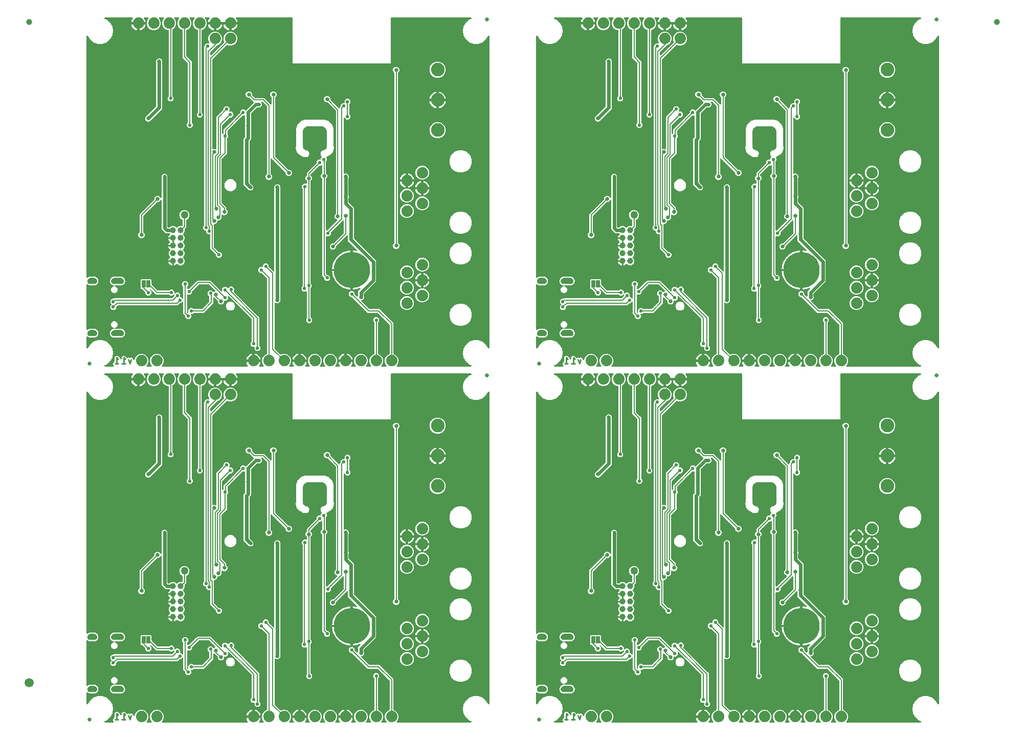
<source format=gbl>
G04 EAGLE Gerber RS-274X export*
G75*
%MOMM*%
%FSLAX34Y34*%
%LPD*%
%INBottom Copper*%
%IPPOS*%
%AMOC8*
5,1,8,0,0,1.08239X$1,22.5*%
G01*
%ADD10C,0.254000*%
%ADD11C,0.654000*%
%ADD12C,0.635000*%
%ADD13C,1.879600*%
%ADD14C,1.000000*%
%ADD15C,6.000000*%
%ADD16C,2.250000*%
%ADD17R,0.635000X1.270000*%
%ADD18C,1.270000*%
%ADD19C,1.500000*%
%ADD20C,0.203200*%
%ADD21C,0.558800*%
%ADD22C,0.558800*%

G36*
X47326Y592587D02*
X47326Y592587D01*
X47355Y592584D01*
X47466Y592607D01*
X47579Y592623D01*
X47605Y592635D01*
X47634Y592640D01*
X47735Y592693D01*
X47838Y592739D01*
X47860Y592758D01*
X47886Y592771D01*
X47969Y592849D01*
X48055Y592922D01*
X48071Y592947D01*
X48092Y592967D01*
X48150Y593065D01*
X48213Y593159D01*
X48221Y593187D01*
X48236Y593212D01*
X48264Y593322D01*
X48298Y593430D01*
X48299Y593460D01*
X48306Y593488D01*
X48303Y593601D01*
X48306Y593714D01*
X48298Y593743D01*
X48297Y593772D01*
X48262Y593880D01*
X48234Y593989D01*
X48219Y594015D01*
X48210Y594043D01*
X48164Y594107D01*
X48089Y594234D01*
X48043Y594277D01*
X48015Y594316D01*
X46799Y595532D01*
X46799Y598268D01*
X48747Y600216D01*
X48804Y600231D01*
X48887Y600243D01*
X48941Y600266D01*
X48997Y600281D01*
X49070Y600324D01*
X49147Y600359D01*
X49191Y600397D01*
X49242Y600426D01*
X49299Y600488D01*
X49364Y600542D01*
X49396Y600591D01*
X49436Y600634D01*
X49475Y600709D01*
X49521Y600779D01*
X49539Y600835D01*
X49566Y600887D01*
X49577Y600955D01*
X49607Y601050D01*
X49610Y601150D01*
X49621Y601218D01*
X49621Y606821D01*
X49613Y606875D01*
X49614Y606913D01*
X49614Y606915D01*
X49615Y606933D01*
X49486Y608089D01*
X49487Y608089D01*
X49543Y608185D01*
X49551Y608216D01*
X49566Y608244D01*
X49578Y608321D01*
X49601Y608408D01*
X50419Y609226D01*
X50458Y609277D01*
X50494Y609310D01*
X51221Y610218D01*
X51329Y610246D01*
X51356Y610262D01*
X51386Y610272D01*
X51450Y610317D01*
X51527Y610363D01*
X52685Y610363D01*
X52748Y610372D01*
X52797Y610369D01*
X53953Y610497D01*
X54049Y610440D01*
X54079Y610433D01*
X54107Y610418D01*
X54185Y610405D01*
X54272Y610383D01*
X55090Y609564D01*
X55141Y609526D01*
X55174Y609490D01*
X58877Y606527D01*
X59027Y605183D01*
X59048Y605099D01*
X59060Y605013D01*
X59083Y604962D01*
X59097Y604907D01*
X59141Y604833D01*
X59177Y604754D01*
X59213Y604711D01*
X59242Y604662D01*
X59304Y604603D01*
X59360Y604537D01*
X59407Y604506D01*
X59448Y604467D01*
X59525Y604427D01*
X59597Y604379D01*
X59651Y604362D01*
X59701Y604337D01*
X59785Y604320D01*
X59868Y604294D01*
X59924Y604292D01*
X59979Y604281D01*
X60066Y604289D01*
X60152Y604286D01*
X60207Y604301D01*
X60263Y604305D01*
X60344Y604336D01*
X60427Y604358D01*
X60476Y604387D01*
X60528Y604407D01*
X60597Y604459D01*
X60672Y604503D01*
X60710Y604544D01*
X60755Y604578D01*
X60807Y604648D01*
X60866Y604711D01*
X60892Y604761D01*
X60926Y604806D01*
X60956Y604887D01*
X60996Y604964D01*
X61004Y605012D01*
X61026Y605072D01*
X61032Y605184D01*
X61051Y605295D01*
X61051Y606821D01*
X61043Y606875D01*
X61044Y606913D01*
X61044Y606915D01*
X61045Y606933D01*
X60916Y608089D01*
X60917Y608089D01*
X60973Y608185D01*
X60981Y608216D01*
X60996Y608244D01*
X61008Y608321D01*
X61031Y608408D01*
X61849Y609226D01*
X61887Y609277D01*
X61924Y609310D01*
X62651Y610218D01*
X62759Y610246D01*
X62786Y610262D01*
X62816Y610272D01*
X62880Y610317D01*
X62957Y610363D01*
X64115Y610363D01*
X64178Y610372D01*
X64227Y610369D01*
X65383Y610497D01*
X65479Y610440D01*
X65509Y610433D01*
X65537Y610418D01*
X65615Y610405D01*
X65702Y610383D01*
X66520Y609564D01*
X66571Y609526D01*
X66604Y609490D01*
X69932Y606827D01*
X69977Y606800D01*
X70017Y606766D01*
X70099Y606728D01*
X70177Y606682D01*
X70228Y606669D01*
X70275Y606647D01*
X70365Y606633D01*
X70452Y606611D01*
X70504Y606612D01*
X70556Y606604D01*
X70628Y606615D01*
X70736Y606618D01*
X70823Y606646D01*
X70888Y606656D01*
X72636Y607239D01*
X74187Y606464D01*
X74203Y606459D01*
X74217Y606449D01*
X74338Y606413D01*
X74456Y606374D01*
X74473Y606373D01*
X74490Y606368D01*
X74616Y606367D01*
X74740Y606362D01*
X74757Y606366D01*
X74774Y606366D01*
X74842Y606386D01*
X75017Y606429D01*
X75058Y606453D01*
X75095Y606464D01*
X76645Y607239D01*
X79241Y606374D01*
X80626Y603604D01*
X80654Y603562D01*
X80675Y603517D01*
X80735Y603446D01*
X80787Y603370D01*
X80826Y603338D01*
X80859Y603300D01*
X80936Y603248D01*
X81007Y603190D01*
X81053Y603170D01*
X81095Y603142D01*
X81184Y603114D01*
X81269Y603078D01*
X81318Y603071D01*
X81366Y603056D01*
X81459Y603054D01*
X81551Y603042D01*
X81600Y603050D01*
X81650Y603049D01*
X81740Y603072D01*
X81832Y603087D01*
X81877Y603108D01*
X81925Y603121D01*
X82005Y603168D01*
X82089Y603207D01*
X82127Y603240D01*
X82170Y603266D01*
X82233Y603334D01*
X82303Y603395D01*
X82330Y603437D01*
X82364Y603473D01*
X82407Y603556D01*
X82457Y603634D01*
X82471Y603682D01*
X82494Y603726D01*
X82506Y603799D01*
X82538Y603906D01*
X82539Y603995D01*
X82549Y604058D01*
X82549Y604254D01*
X84290Y608455D01*
X87505Y611670D01*
X91706Y613411D01*
X96254Y613411D01*
X100455Y611670D01*
X103670Y608455D01*
X105411Y604254D01*
X105411Y599706D01*
X103671Y595505D01*
X102481Y594316D01*
X102464Y594292D01*
X102441Y594273D01*
X102379Y594179D01*
X102310Y594089D01*
X102300Y594061D01*
X102284Y594037D01*
X102250Y593929D01*
X102209Y593823D01*
X102207Y593794D01*
X102198Y593766D01*
X102195Y593652D01*
X102186Y593540D01*
X102191Y593511D01*
X102191Y593482D01*
X102219Y593372D01*
X102242Y593261D01*
X102255Y593235D01*
X102262Y593207D01*
X102320Y593109D01*
X102373Y593009D01*
X102393Y592987D01*
X102408Y592962D01*
X102490Y592885D01*
X102568Y592803D01*
X102594Y592788D01*
X102615Y592768D01*
X102716Y592716D01*
X102814Y592659D01*
X102842Y592652D01*
X102868Y592638D01*
X102946Y592625D01*
X103089Y592589D01*
X103152Y592591D01*
X103199Y592583D01*
X110161Y592583D01*
X110190Y592587D01*
X110219Y592584D01*
X110330Y592607D01*
X110442Y592623D01*
X110469Y592635D01*
X110498Y592640D01*
X110598Y592693D01*
X110702Y592739D01*
X110724Y592758D01*
X110750Y592771D01*
X110832Y592849D01*
X110919Y592922D01*
X110935Y592947D01*
X110956Y592967D01*
X111013Y593065D01*
X111076Y593159D01*
X111085Y593187D01*
X111100Y593212D01*
X111128Y593322D01*
X111162Y593430D01*
X111163Y593460D01*
X111170Y593488D01*
X111166Y593601D01*
X111169Y593714D01*
X111162Y593743D01*
X111161Y593772D01*
X111126Y593880D01*
X111098Y593989D01*
X111083Y594015D01*
X111074Y594043D01*
X111028Y594107D01*
X110952Y594234D01*
X110907Y594277D01*
X110879Y594316D01*
X109689Y595505D01*
X107949Y599706D01*
X107949Y604254D01*
X109690Y608455D01*
X112905Y611670D01*
X117106Y613411D01*
X121654Y613411D01*
X125855Y611670D01*
X129070Y608455D01*
X130811Y604254D01*
X130811Y599706D01*
X129071Y595505D01*
X127881Y594316D01*
X127864Y594292D01*
X127841Y594273D01*
X127779Y594179D01*
X127710Y594089D01*
X127700Y594061D01*
X127684Y594037D01*
X127650Y593929D01*
X127609Y593823D01*
X127607Y593794D01*
X127598Y593766D01*
X127595Y593652D01*
X127586Y593540D01*
X127591Y593511D01*
X127591Y593482D01*
X127619Y593372D01*
X127642Y593261D01*
X127655Y593235D01*
X127662Y593207D01*
X127720Y593109D01*
X127773Y593009D01*
X127793Y592987D01*
X127808Y592962D01*
X127890Y592885D01*
X127968Y592803D01*
X127994Y592788D01*
X128015Y592768D01*
X128116Y592716D01*
X128214Y592659D01*
X128242Y592652D01*
X128268Y592638D01*
X128346Y592625D01*
X128489Y592589D01*
X128552Y592591D01*
X128599Y592583D01*
X269478Y592583D01*
X269569Y592596D01*
X269661Y592599D01*
X269709Y592615D01*
X269759Y592623D01*
X269844Y592660D01*
X269931Y592689D01*
X269972Y592718D01*
X270019Y592739D01*
X270089Y592798D01*
X270165Y592850D01*
X270197Y592890D01*
X270236Y592922D01*
X270287Y592999D01*
X270345Y593070D01*
X270365Y593117D01*
X270393Y593159D01*
X270421Y593247D01*
X270458Y593331D01*
X270464Y593382D01*
X270479Y593430D01*
X270482Y593522D01*
X270493Y593613D01*
X270485Y593664D01*
X270486Y593714D01*
X270463Y593803D01*
X270449Y593894D01*
X270429Y593934D01*
X270415Y593989D01*
X270334Y594126D01*
X270299Y594195D01*
X269189Y595723D01*
X268336Y597397D01*
X267755Y599184D01*
X267634Y599949D01*
X278384Y599949D01*
X278442Y599957D01*
X278500Y599955D01*
X278582Y599977D01*
X278665Y599989D01*
X278719Y600013D01*
X278775Y600027D01*
X278848Y600070D01*
X278925Y600105D01*
X278969Y600143D01*
X279020Y600173D01*
X279077Y600234D01*
X279142Y600289D01*
X279174Y600337D01*
X279214Y600380D01*
X279253Y600455D01*
X279299Y600525D01*
X279317Y600581D01*
X279344Y600633D01*
X279355Y600701D01*
X279385Y600796D01*
X279388Y600896D01*
X279399Y600964D01*
X279399Y601981D01*
X279401Y601981D01*
X279401Y600964D01*
X279409Y600906D01*
X279408Y600848D01*
X279429Y600766D01*
X279441Y600683D01*
X279465Y600629D01*
X279479Y600573D01*
X279522Y600500D01*
X279557Y600423D01*
X279595Y600378D01*
X279625Y600328D01*
X279686Y600270D01*
X279741Y600206D01*
X279789Y600174D01*
X279832Y600134D01*
X279907Y600095D01*
X279977Y600049D01*
X280033Y600031D01*
X280085Y600004D01*
X280153Y599993D01*
X280248Y599963D01*
X280348Y599960D01*
X280416Y599949D01*
X291166Y599949D01*
X291045Y599184D01*
X290464Y597397D01*
X289611Y595723D01*
X288501Y594195D01*
X288458Y594114D01*
X288407Y594037D01*
X288391Y593988D01*
X288367Y593944D01*
X288349Y593854D01*
X288321Y593766D01*
X288319Y593715D01*
X288309Y593665D01*
X288316Y593574D01*
X288314Y593482D01*
X288326Y593433D01*
X288330Y593382D01*
X288362Y593295D01*
X288385Y593207D01*
X288411Y593163D01*
X288429Y593115D01*
X288484Y593041D01*
X288531Y592962D01*
X288568Y592927D01*
X288598Y592887D01*
X288671Y592831D01*
X288738Y592768D01*
X288783Y592745D01*
X288823Y592714D01*
X288909Y592680D01*
X288991Y592638D01*
X289035Y592631D01*
X289088Y592610D01*
X289246Y592595D01*
X289322Y592583D01*
X295581Y592583D01*
X295610Y592587D01*
X295639Y592584D01*
X295750Y592607D01*
X295862Y592623D01*
X295889Y592635D01*
X295918Y592640D01*
X296018Y592693D01*
X296122Y592739D01*
X296144Y592758D01*
X296170Y592771D01*
X296252Y592849D01*
X296339Y592922D01*
X296355Y592947D01*
X296376Y592967D01*
X296433Y593065D01*
X296496Y593159D01*
X296505Y593187D01*
X296520Y593212D01*
X296548Y593322D01*
X296582Y593430D01*
X296583Y593460D01*
X296590Y593488D01*
X296586Y593601D01*
X296589Y593714D01*
X296582Y593743D01*
X296581Y593772D01*
X296546Y593880D01*
X296518Y593989D01*
X296503Y594015D01*
X296494Y594043D01*
X296448Y594107D01*
X296372Y594234D01*
X296327Y594277D01*
X296299Y594316D01*
X295109Y595505D01*
X293369Y599706D01*
X293369Y604254D01*
X295110Y608455D01*
X298325Y611670D01*
X301125Y612830D01*
X301126Y612831D01*
X301127Y612831D01*
X301246Y612902D01*
X301369Y612975D01*
X301370Y612976D01*
X301372Y612977D01*
X301468Y613079D01*
X301565Y613181D01*
X301565Y613183D01*
X301566Y613184D01*
X301631Y613310D01*
X301695Y613434D01*
X301695Y613436D01*
X301696Y613437D01*
X301698Y613452D01*
X301750Y613713D01*
X301747Y613743D01*
X301751Y613768D01*
X301751Y737711D01*
X301739Y737797D01*
X301736Y737885D01*
X301719Y737937D01*
X301711Y737992D01*
X301676Y738072D01*
X301649Y738155D01*
X301621Y738194D01*
X301595Y738252D01*
X301499Y738365D01*
X301454Y738429D01*
X292913Y746970D01*
X292843Y747022D01*
X292779Y747082D01*
X292729Y747108D01*
X292685Y747141D01*
X292604Y747172D01*
X292526Y747212D01*
X292478Y747220D01*
X292420Y747242D01*
X292272Y747254D01*
X292195Y747267D01*
X290101Y747267D01*
X287273Y750095D01*
X287273Y754093D01*
X290101Y756921D01*
X293878Y756921D01*
X293936Y756929D01*
X293994Y756927D01*
X294076Y756949D01*
X294160Y756961D01*
X294213Y756984D01*
X294269Y756999D01*
X294342Y757042D01*
X294419Y757077D01*
X294464Y757115D01*
X294514Y757144D01*
X294572Y757206D01*
X294636Y757260D01*
X294668Y757309D01*
X294708Y757352D01*
X294747Y757427D01*
X294794Y757497D01*
X294811Y757553D01*
X294838Y757605D01*
X294849Y757673D01*
X294879Y757768D01*
X294882Y757868D01*
X294893Y757936D01*
X294893Y760189D01*
X297721Y763017D01*
X301719Y763017D01*
X304547Y760189D01*
X304547Y758095D01*
X304559Y758009D01*
X304562Y757921D01*
X304579Y757869D01*
X304587Y757814D01*
X304622Y757734D01*
X304649Y757651D01*
X304677Y757612D01*
X304703Y757554D01*
X304777Y757467D01*
X304797Y757433D01*
X304820Y757412D01*
X304844Y757377D01*
X312210Y750011D01*
X312234Y749994D01*
X312253Y749971D01*
X312347Y749909D01*
X312437Y749841D01*
X312465Y749830D01*
X312489Y749814D01*
X312597Y749780D01*
X312703Y749739D01*
X312732Y749737D01*
X312760Y749728D01*
X312874Y749725D01*
X312986Y749716D01*
X313015Y749721D01*
X313044Y749721D01*
X313154Y749749D01*
X313265Y749772D01*
X313291Y749785D01*
X313319Y749793D01*
X313417Y749850D01*
X313517Y749903D01*
X313539Y749923D01*
X313564Y749938D01*
X313641Y750020D01*
X313723Y750098D01*
X313738Y750124D01*
X313758Y750145D01*
X313810Y750246D01*
X313867Y750344D01*
X313874Y750372D01*
X313888Y750398D01*
X313901Y750476D01*
X313937Y750619D01*
X313935Y750682D01*
X313943Y750729D01*
X313943Y886842D01*
X313939Y886873D01*
X313941Y886904D01*
X313924Y886980D01*
X313903Y887124D01*
X313877Y887183D01*
X313866Y887231D01*
X313562Y887964D01*
X313562Y890036D01*
X313866Y890769D01*
X313874Y890799D01*
X313888Y890827D01*
X313901Y890904D01*
X313930Y891019D01*
X314002Y891114D01*
X314025Y891175D01*
X314051Y891217D01*
X314355Y891950D01*
X315820Y893415D01*
X316553Y893719D01*
X316580Y893734D01*
X316609Y893744D01*
X316673Y893790D01*
X316776Y893850D01*
X316894Y893867D01*
X316953Y893893D01*
X317001Y893904D01*
X317734Y894208D01*
X319806Y894208D01*
X320539Y893904D01*
X320569Y893896D01*
X320597Y893882D01*
X320674Y893869D01*
X320789Y893840D01*
X320884Y893768D01*
X320945Y893745D01*
X320987Y893719D01*
X321720Y893415D01*
X323185Y891950D01*
X323489Y891217D01*
X323504Y891190D01*
X323514Y891161D01*
X323560Y891097D01*
X323620Y890994D01*
X323637Y890876D01*
X323663Y890817D01*
X323674Y890769D01*
X323978Y890036D01*
X323978Y887964D01*
X323674Y887231D01*
X323666Y887201D01*
X323652Y887173D01*
X323639Y887096D01*
X323603Y886956D01*
X323605Y886891D01*
X323597Y886842D01*
X323597Y704638D01*
X323601Y704607D01*
X323599Y704576D01*
X323616Y704500D01*
X323637Y704356D01*
X323663Y704297D01*
X323674Y704249D01*
X323978Y703516D01*
X323978Y701444D01*
X323674Y700711D01*
X323666Y700681D01*
X323652Y700653D01*
X323639Y700576D01*
X323610Y700461D01*
X323538Y700366D01*
X323515Y700305D01*
X323489Y700263D01*
X323185Y699530D01*
X321720Y698065D01*
X320987Y697761D01*
X320960Y697746D01*
X320931Y697736D01*
X320867Y697690D01*
X320764Y697630D01*
X320646Y697613D01*
X320587Y697587D01*
X320539Y697576D01*
X319806Y697272D01*
X317734Y697272D01*
X317001Y697576D01*
X316971Y697584D01*
X316943Y697598D01*
X316866Y697611D01*
X316751Y697640D01*
X316656Y697712D01*
X316595Y697735D01*
X316553Y697761D01*
X315738Y698099D01*
X315705Y698124D01*
X315678Y698134D01*
X315653Y698151D01*
X315545Y698185D01*
X315440Y698225D01*
X315410Y698228D01*
X315382Y698237D01*
X315269Y698240D01*
X315156Y698249D01*
X315127Y698243D01*
X315098Y698244D01*
X314988Y698215D01*
X314877Y698193D01*
X314851Y698180D01*
X314823Y698172D01*
X314726Y698115D01*
X314625Y698062D01*
X314604Y698042D01*
X314578Y698027D01*
X314501Y697944D01*
X314419Y697867D01*
X314404Y697841D01*
X314384Y697820D01*
X314332Y697719D01*
X314275Y697621D01*
X314268Y697593D01*
X314254Y697566D01*
X314241Y697489D01*
X314205Y697346D01*
X314207Y697283D01*
X314199Y697235D01*
X314199Y622713D01*
X314211Y622627D01*
X314214Y622539D01*
X314231Y622487D01*
X314239Y622432D01*
X314274Y622352D01*
X314301Y622269D01*
X314329Y622230D01*
X314355Y622172D01*
X314451Y622059D01*
X314496Y621995D01*
X324020Y612471D01*
X324022Y612470D01*
X324023Y612469D01*
X324136Y612384D01*
X324248Y612300D01*
X324249Y612300D01*
X324250Y612299D01*
X324382Y612249D01*
X324513Y612199D01*
X324515Y612199D01*
X324516Y612198D01*
X324661Y612187D01*
X324797Y612176D01*
X324798Y612176D01*
X324800Y612176D01*
X324815Y612179D01*
X325075Y612231D01*
X325102Y612245D01*
X325127Y612251D01*
X327926Y613411D01*
X332474Y613411D01*
X336675Y611670D01*
X339890Y608455D01*
X341631Y604254D01*
X341631Y599706D01*
X339891Y595505D01*
X338701Y594316D01*
X338684Y594292D01*
X338661Y594273D01*
X338599Y594179D01*
X338530Y594089D01*
X338520Y594061D01*
X338504Y594037D01*
X338470Y593929D01*
X338429Y593823D01*
X338427Y593794D01*
X338418Y593766D01*
X338415Y593652D01*
X338406Y593540D01*
X338411Y593511D01*
X338411Y593482D01*
X338439Y593372D01*
X338462Y593261D01*
X338475Y593235D01*
X338482Y593207D01*
X338540Y593109D01*
X338593Y593009D01*
X338613Y592987D01*
X338628Y592962D01*
X338710Y592885D01*
X338788Y592803D01*
X338814Y592788D01*
X338835Y592768D01*
X338936Y592716D01*
X339034Y592659D01*
X339062Y592652D01*
X339088Y592638D01*
X339166Y592625D01*
X339309Y592589D01*
X339372Y592591D01*
X339419Y592583D01*
X345678Y592583D01*
X345769Y592596D01*
X345861Y592599D01*
X345909Y592615D01*
X345959Y592623D01*
X346044Y592660D01*
X346131Y592689D01*
X346172Y592718D01*
X346219Y592739D01*
X346289Y592798D01*
X346365Y592850D01*
X346397Y592890D01*
X346436Y592922D01*
X346487Y592999D01*
X346545Y593070D01*
X346565Y593117D01*
X346593Y593159D01*
X346621Y593247D01*
X346658Y593331D01*
X346664Y593382D01*
X346679Y593430D01*
X346682Y593522D01*
X346693Y593613D01*
X346685Y593664D01*
X346686Y593714D01*
X346663Y593803D01*
X346649Y593894D01*
X346629Y593934D01*
X346615Y593989D01*
X346534Y594126D01*
X346499Y594195D01*
X345389Y595723D01*
X344536Y597397D01*
X343955Y599184D01*
X343834Y599949D01*
X354584Y599949D01*
X354642Y599957D01*
X354700Y599955D01*
X354782Y599977D01*
X354865Y599989D01*
X354919Y600013D01*
X354975Y600027D01*
X355048Y600070D01*
X355125Y600105D01*
X355169Y600143D01*
X355220Y600173D01*
X355277Y600234D01*
X355342Y600289D01*
X355374Y600337D01*
X355414Y600380D01*
X355453Y600455D01*
X355499Y600525D01*
X355517Y600581D01*
X355544Y600633D01*
X355555Y600701D01*
X355585Y600796D01*
X355588Y600896D01*
X355599Y600964D01*
X355599Y601981D01*
X355601Y601981D01*
X355601Y600964D01*
X355609Y600906D01*
X355608Y600848D01*
X355629Y600766D01*
X355641Y600683D01*
X355665Y600629D01*
X355679Y600573D01*
X355722Y600500D01*
X355757Y600423D01*
X355795Y600378D01*
X355825Y600328D01*
X355886Y600270D01*
X355941Y600206D01*
X355989Y600174D01*
X356032Y600134D01*
X356107Y600095D01*
X356177Y600049D01*
X356233Y600031D01*
X356285Y600004D01*
X356353Y599993D01*
X356448Y599963D01*
X356548Y599960D01*
X356616Y599949D01*
X367366Y599949D01*
X367245Y599184D01*
X366664Y597397D01*
X365811Y595723D01*
X364701Y594195D01*
X364658Y594114D01*
X364607Y594037D01*
X364591Y593988D01*
X364567Y593944D01*
X364549Y593854D01*
X364521Y593766D01*
X364519Y593715D01*
X364509Y593665D01*
X364516Y593574D01*
X364514Y593482D01*
X364526Y593433D01*
X364530Y593382D01*
X364562Y593295D01*
X364585Y593207D01*
X364611Y593163D01*
X364629Y593115D01*
X364684Y593041D01*
X364731Y592962D01*
X364768Y592927D01*
X364798Y592887D01*
X364871Y592831D01*
X364938Y592768D01*
X364983Y592745D01*
X365023Y592714D01*
X365109Y592680D01*
X365191Y592638D01*
X365235Y592631D01*
X365288Y592610D01*
X365446Y592595D01*
X365522Y592583D01*
X371781Y592583D01*
X371810Y592587D01*
X371839Y592584D01*
X371950Y592607D01*
X372062Y592623D01*
X372089Y592635D01*
X372118Y592640D01*
X372218Y592693D01*
X372322Y592739D01*
X372344Y592758D01*
X372370Y592771D01*
X372452Y592849D01*
X372539Y592922D01*
X372555Y592947D01*
X372576Y592967D01*
X372633Y593065D01*
X372696Y593159D01*
X372705Y593187D01*
X372720Y593212D01*
X372748Y593322D01*
X372782Y593430D01*
X372783Y593460D01*
X372790Y593488D01*
X372786Y593601D01*
X372789Y593714D01*
X372782Y593743D01*
X372781Y593772D01*
X372746Y593880D01*
X372718Y593989D01*
X372703Y594015D01*
X372694Y594043D01*
X372648Y594107D01*
X372572Y594234D01*
X372527Y594277D01*
X372499Y594316D01*
X371309Y595505D01*
X369569Y599706D01*
X369569Y604254D01*
X371310Y608455D01*
X374525Y611670D01*
X378726Y613411D01*
X383274Y613411D01*
X387475Y611670D01*
X390690Y608455D01*
X392431Y604254D01*
X392431Y599706D01*
X390691Y595505D01*
X389501Y594316D01*
X389484Y594292D01*
X389461Y594273D01*
X389399Y594179D01*
X389330Y594089D01*
X389320Y594061D01*
X389304Y594037D01*
X389270Y593929D01*
X389229Y593823D01*
X389227Y593794D01*
X389218Y593766D01*
X389215Y593652D01*
X389206Y593540D01*
X389211Y593511D01*
X389211Y593482D01*
X389239Y593372D01*
X389262Y593261D01*
X389275Y593235D01*
X389282Y593207D01*
X389340Y593109D01*
X389393Y593009D01*
X389413Y592987D01*
X389428Y592962D01*
X389510Y592885D01*
X389588Y592803D01*
X389614Y592788D01*
X389635Y592768D01*
X389736Y592716D01*
X389834Y592659D01*
X389862Y592652D01*
X389888Y592638D01*
X389966Y592625D01*
X390109Y592589D01*
X390172Y592591D01*
X390219Y592583D01*
X397181Y592583D01*
X397210Y592587D01*
X397239Y592584D01*
X397350Y592607D01*
X397462Y592623D01*
X397489Y592635D01*
X397518Y592640D01*
X397618Y592693D01*
X397722Y592739D01*
X397744Y592758D01*
X397770Y592771D01*
X397852Y592849D01*
X397939Y592922D01*
X397955Y592947D01*
X397976Y592967D01*
X398033Y593065D01*
X398096Y593159D01*
X398105Y593187D01*
X398120Y593212D01*
X398148Y593322D01*
X398182Y593430D01*
X398183Y593460D01*
X398190Y593488D01*
X398186Y593601D01*
X398189Y593714D01*
X398182Y593743D01*
X398181Y593772D01*
X398146Y593880D01*
X398118Y593989D01*
X398103Y594015D01*
X398094Y594043D01*
X398048Y594107D01*
X397972Y594234D01*
X397927Y594277D01*
X397899Y594316D01*
X396709Y595505D01*
X394969Y599706D01*
X394969Y604254D01*
X396710Y608455D01*
X399925Y611670D01*
X404126Y613411D01*
X408674Y613411D01*
X412875Y611670D01*
X416090Y608455D01*
X417831Y604254D01*
X417831Y599706D01*
X416091Y595505D01*
X414901Y594316D01*
X414884Y594292D01*
X414861Y594273D01*
X414799Y594179D01*
X414730Y594089D01*
X414720Y594061D01*
X414704Y594037D01*
X414670Y593929D01*
X414629Y593823D01*
X414627Y593794D01*
X414618Y593766D01*
X414615Y593652D01*
X414606Y593540D01*
X414611Y593511D01*
X414611Y593482D01*
X414639Y593372D01*
X414662Y593261D01*
X414675Y593235D01*
X414682Y593207D01*
X414740Y593109D01*
X414793Y593009D01*
X414813Y592987D01*
X414828Y592962D01*
X414910Y592885D01*
X414988Y592803D01*
X415014Y592788D01*
X415035Y592768D01*
X415136Y592716D01*
X415234Y592659D01*
X415262Y592652D01*
X415288Y592638D01*
X415366Y592625D01*
X415509Y592589D01*
X415572Y592591D01*
X415619Y592583D01*
X421878Y592583D01*
X421969Y592596D01*
X422061Y592599D01*
X422109Y592615D01*
X422159Y592623D01*
X422244Y592660D01*
X422331Y592689D01*
X422372Y592718D01*
X422419Y592739D01*
X422489Y592798D01*
X422565Y592850D01*
X422597Y592890D01*
X422636Y592922D01*
X422687Y592999D01*
X422745Y593070D01*
X422765Y593117D01*
X422793Y593159D01*
X422821Y593247D01*
X422858Y593331D01*
X422864Y593382D01*
X422879Y593430D01*
X422882Y593522D01*
X422893Y593613D01*
X422885Y593664D01*
X422886Y593714D01*
X422863Y593803D01*
X422849Y593894D01*
X422829Y593934D01*
X422815Y593989D01*
X422734Y594126D01*
X422699Y594195D01*
X421589Y595723D01*
X420736Y597397D01*
X420155Y599184D01*
X420034Y599949D01*
X430784Y599949D01*
X430842Y599957D01*
X430900Y599955D01*
X430982Y599977D01*
X431065Y599989D01*
X431119Y600013D01*
X431175Y600027D01*
X431248Y600070D01*
X431325Y600105D01*
X431369Y600143D01*
X431420Y600173D01*
X431477Y600234D01*
X431542Y600289D01*
X431574Y600337D01*
X431614Y600380D01*
X431653Y600455D01*
X431699Y600525D01*
X431717Y600581D01*
X431744Y600633D01*
X431755Y600701D01*
X431785Y600796D01*
X431788Y600896D01*
X431799Y600964D01*
X431799Y601981D01*
X431801Y601981D01*
X431801Y600964D01*
X431809Y600906D01*
X431808Y600848D01*
X431829Y600766D01*
X431841Y600683D01*
X431865Y600629D01*
X431879Y600573D01*
X431922Y600500D01*
X431957Y600423D01*
X431995Y600378D01*
X432025Y600328D01*
X432086Y600270D01*
X432141Y600206D01*
X432189Y600174D01*
X432232Y600134D01*
X432307Y600095D01*
X432377Y600049D01*
X432433Y600031D01*
X432485Y600004D01*
X432553Y599993D01*
X432648Y599963D01*
X432748Y599960D01*
X432816Y599949D01*
X443566Y599949D01*
X443445Y599184D01*
X442864Y597397D01*
X442011Y595723D01*
X440901Y594195D01*
X440858Y594114D01*
X440807Y594037D01*
X440791Y593988D01*
X440767Y593944D01*
X440749Y593854D01*
X440721Y593766D01*
X440719Y593715D01*
X440709Y593665D01*
X440716Y593574D01*
X440714Y593482D01*
X440726Y593433D01*
X440730Y593382D01*
X440762Y593295D01*
X440785Y593207D01*
X440811Y593163D01*
X440829Y593115D01*
X440884Y593041D01*
X440931Y592962D01*
X440968Y592927D01*
X440998Y592887D01*
X441071Y592831D01*
X441138Y592768D01*
X441183Y592745D01*
X441223Y592714D01*
X441309Y592680D01*
X441391Y592638D01*
X441435Y592631D01*
X441488Y592610D01*
X441646Y592595D01*
X441722Y592583D01*
X447981Y592583D01*
X448010Y592587D01*
X448039Y592584D01*
X448150Y592607D01*
X448262Y592623D01*
X448289Y592635D01*
X448318Y592640D01*
X448418Y592693D01*
X448522Y592739D01*
X448544Y592758D01*
X448570Y592771D01*
X448652Y592849D01*
X448739Y592922D01*
X448755Y592947D01*
X448776Y592967D01*
X448833Y593065D01*
X448896Y593159D01*
X448905Y593187D01*
X448920Y593212D01*
X448948Y593322D01*
X448982Y593430D01*
X448983Y593460D01*
X448990Y593488D01*
X448986Y593601D01*
X448989Y593714D01*
X448982Y593743D01*
X448981Y593772D01*
X448946Y593880D01*
X448918Y593989D01*
X448903Y594015D01*
X448894Y594043D01*
X448848Y594107D01*
X448772Y594234D01*
X448727Y594277D01*
X448699Y594316D01*
X447509Y595505D01*
X445769Y599706D01*
X445769Y604254D01*
X447510Y608455D01*
X450725Y611670D01*
X454926Y613411D01*
X459474Y613411D01*
X463675Y611670D01*
X466890Y608455D01*
X468631Y604254D01*
X468631Y599706D01*
X466891Y595505D01*
X465701Y594316D01*
X465684Y594292D01*
X465661Y594273D01*
X465599Y594179D01*
X465530Y594089D01*
X465520Y594061D01*
X465504Y594037D01*
X465470Y593929D01*
X465429Y593823D01*
X465427Y593794D01*
X465418Y593766D01*
X465415Y593652D01*
X465406Y593540D01*
X465411Y593511D01*
X465411Y593482D01*
X465439Y593372D01*
X465462Y593261D01*
X465475Y593235D01*
X465482Y593207D01*
X465540Y593109D01*
X465593Y593009D01*
X465613Y592987D01*
X465628Y592962D01*
X465710Y592885D01*
X465788Y592803D01*
X465814Y592788D01*
X465835Y592768D01*
X465936Y592716D01*
X466034Y592659D01*
X466062Y592652D01*
X466088Y592638D01*
X466166Y592625D01*
X466309Y592589D01*
X466372Y592591D01*
X466419Y592583D01*
X473381Y592583D01*
X473410Y592587D01*
X473439Y592584D01*
X473550Y592607D01*
X473662Y592623D01*
X473689Y592635D01*
X473718Y592640D01*
X473818Y592693D01*
X473922Y592739D01*
X473944Y592758D01*
X473970Y592771D01*
X474052Y592849D01*
X474139Y592922D01*
X474155Y592947D01*
X474176Y592967D01*
X474233Y593065D01*
X474296Y593159D01*
X474305Y593187D01*
X474320Y593212D01*
X474348Y593322D01*
X474382Y593430D01*
X474383Y593460D01*
X474390Y593488D01*
X474386Y593601D01*
X474389Y593714D01*
X474382Y593743D01*
X474381Y593772D01*
X474346Y593880D01*
X474318Y593989D01*
X474303Y594015D01*
X474294Y594043D01*
X474248Y594107D01*
X474172Y594234D01*
X474127Y594277D01*
X474099Y594316D01*
X472909Y595505D01*
X471169Y599706D01*
X471169Y604254D01*
X472910Y608455D01*
X476125Y611670D01*
X478925Y612830D01*
X478926Y612831D01*
X478927Y612831D01*
X479046Y612902D01*
X479169Y612975D01*
X479170Y612976D01*
X479172Y612977D01*
X479268Y613079D01*
X479365Y613181D01*
X479365Y613183D01*
X479366Y613184D01*
X479431Y613310D01*
X479495Y613434D01*
X479495Y613436D01*
X479496Y613437D01*
X479498Y613452D01*
X479550Y613713D01*
X479547Y613743D01*
X479551Y613768D01*
X479551Y665092D01*
X479539Y665179D01*
X479536Y665266D01*
X479519Y665319D01*
X479511Y665374D01*
X479476Y665453D01*
X479449Y665537D01*
X479421Y665576D01*
X479395Y665633D01*
X479299Y665746D01*
X479254Y665810D01*
X477773Y667291D01*
X477773Y671289D01*
X480601Y674117D01*
X484599Y674117D01*
X487427Y671289D01*
X487427Y667291D01*
X485946Y665810D01*
X485894Y665740D01*
X485834Y665676D01*
X485808Y665627D01*
X485775Y665583D01*
X485744Y665501D01*
X485704Y665423D01*
X485696Y665376D01*
X485674Y665317D01*
X485662Y665170D01*
X485649Y665092D01*
X485649Y613768D01*
X485649Y613767D01*
X485649Y613765D01*
X485669Y613625D01*
X485689Y613487D01*
X485689Y613485D01*
X485689Y613484D01*
X485746Y613358D01*
X485805Y613227D01*
X485806Y613226D01*
X485807Y613225D01*
X485898Y613117D01*
X485988Y613010D01*
X485990Y613009D01*
X485991Y613008D01*
X486004Y613000D01*
X486225Y612853D01*
X486254Y612843D01*
X486275Y612830D01*
X489075Y611670D01*
X492290Y608455D01*
X494031Y604254D01*
X494031Y599706D01*
X492291Y595505D01*
X491101Y594316D01*
X491084Y594292D01*
X491061Y594273D01*
X490999Y594179D01*
X490930Y594089D01*
X490920Y594061D01*
X490904Y594037D01*
X490870Y593929D01*
X490829Y593823D01*
X490827Y593794D01*
X490818Y593766D01*
X490815Y593652D01*
X490806Y593540D01*
X490811Y593511D01*
X490811Y593482D01*
X490839Y593372D01*
X490862Y593261D01*
X490875Y593235D01*
X490882Y593207D01*
X490940Y593109D01*
X490993Y593009D01*
X491013Y592987D01*
X491028Y592962D01*
X491110Y592885D01*
X491188Y592803D01*
X491214Y592788D01*
X491235Y592768D01*
X491336Y592716D01*
X491434Y592659D01*
X491462Y592652D01*
X491488Y592638D01*
X491566Y592625D01*
X491709Y592589D01*
X491772Y592591D01*
X491819Y592583D01*
X498781Y592583D01*
X498810Y592587D01*
X498839Y592584D01*
X498950Y592607D01*
X499062Y592623D01*
X499089Y592635D01*
X499118Y592640D01*
X499218Y592693D01*
X499322Y592739D01*
X499344Y592758D01*
X499370Y592771D01*
X499452Y592849D01*
X499539Y592922D01*
X499555Y592947D01*
X499576Y592967D01*
X499633Y593065D01*
X499696Y593159D01*
X499705Y593187D01*
X499720Y593212D01*
X499748Y593322D01*
X499782Y593430D01*
X499783Y593460D01*
X499790Y593488D01*
X499786Y593601D01*
X499789Y593714D01*
X499782Y593743D01*
X499781Y593772D01*
X499746Y593880D01*
X499718Y593989D01*
X499703Y594015D01*
X499694Y594043D01*
X499648Y594107D01*
X499572Y594234D01*
X499527Y594277D01*
X499499Y594316D01*
X498309Y595505D01*
X496569Y599706D01*
X496569Y604254D01*
X498310Y608455D01*
X501525Y611670D01*
X504325Y612830D01*
X504326Y612831D01*
X504327Y612831D01*
X504446Y612902D01*
X504569Y612975D01*
X504570Y612976D01*
X504572Y612977D01*
X504668Y613079D01*
X504765Y613181D01*
X504765Y613183D01*
X504766Y613184D01*
X504831Y613310D01*
X504895Y613434D01*
X504895Y613436D01*
X504896Y613437D01*
X504898Y613452D01*
X504950Y613713D01*
X504947Y613743D01*
X504951Y613768D01*
X504951Y661257D01*
X504939Y661343D01*
X504936Y661431D01*
X504919Y661483D01*
X504911Y661538D01*
X504876Y661618D01*
X504849Y661701D01*
X504821Y661740D01*
X504795Y661798D01*
X504699Y661911D01*
X504654Y661975D01*
X485445Y681184D01*
X485375Y681236D01*
X485311Y681296D01*
X485261Y681322D01*
X485217Y681355D01*
X485136Y681386D01*
X485058Y681426D01*
X485010Y681434D01*
X484952Y681456D01*
X484804Y681468D01*
X484727Y681481D01*
X468637Y681481D01*
X442773Y707346D01*
X442703Y707398D01*
X442639Y707458D01*
X442589Y707484D01*
X442545Y707517D01*
X442464Y707548D01*
X442386Y707588D01*
X442338Y707596D01*
X442280Y707618D01*
X442132Y707630D01*
X442055Y707643D01*
X439961Y707643D01*
X437133Y710471D01*
X437133Y714469D01*
X439961Y717297D01*
X443959Y717297D01*
X446787Y714469D01*
X446787Y712375D01*
X446795Y712319D01*
X446793Y712266D01*
X446801Y712238D01*
X446802Y712201D01*
X446819Y712149D01*
X446827Y712094D01*
X446855Y712031D01*
X446865Y711991D01*
X446875Y711974D01*
X446889Y711931D01*
X446917Y711892D01*
X446943Y711834D01*
X446994Y711774D01*
X447010Y711746D01*
X447041Y711718D01*
X447084Y711657D01*
X450427Y708315D01*
X450519Y708246D01*
X450606Y708172D01*
X450632Y708161D01*
X450654Y708144D01*
X450761Y708103D01*
X450866Y708056D01*
X450894Y708053D01*
X450920Y708043D01*
X451034Y708033D01*
X451148Y708017D01*
X451175Y708021D01*
X451203Y708019D01*
X451315Y708042D01*
X451429Y708058D01*
X451455Y708069D01*
X451482Y708075D01*
X451583Y708128D01*
X451688Y708175D01*
X451709Y708193D01*
X451734Y708206D01*
X451817Y708285D01*
X451905Y708359D01*
X451918Y708381D01*
X451940Y708402D01*
X452075Y708631D01*
X452083Y708644D01*
X452296Y709159D01*
X452304Y709189D01*
X452318Y709217D01*
X452331Y709294D01*
X452367Y709434D01*
X452365Y709499D01*
X452373Y709548D01*
X452373Y717009D01*
X456183Y720819D01*
X456195Y720835D01*
X456206Y720844D01*
X456235Y720888D01*
X456293Y720950D01*
X456319Y721000D01*
X456354Y721046D01*
X456384Y721126D01*
X456424Y721203D01*
X456435Y721258D01*
X456455Y721312D01*
X456462Y721397D01*
X456479Y721481D01*
X456474Y721538D01*
X456478Y721595D01*
X456461Y721679D01*
X456454Y721765D01*
X456434Y721818D01*
X456422Y721874D01*
X456383Y721950D01*
X456352Y722030D01*
X456318Y722075D01*
X456291Y722126D01*
X456232Y722188D01*
X456180Y722257D01*
X456135Y722291D01*
X456096Y722332D01*
X456022Y722375D01*
X455953Y722427D01*
X455899Y722447D01*
X455850Y722476D01*
X455767Y722497D01*
X455687Y722527D01*
X455630Y722532D01*
X455575Y722546D01*
X455489Y722543D01*
X455403Y722550D01*
X455355Y722539D01*
X455291Y722537D01*
X455176Y722500D01*
X455142Y722495D01*
X455118Y722484D01*
X455076Y722475D01*
X452976Y721604D01*
X449916Y720676D01*
X446781Y720053D01*
X444031Y719782D01*
X444031Y751264D01*
X444023Y751322D01*
X444025Y751380D01*
X444003Y751462D01*
X443991Y751545D01*
X443967Y751599D01*
X443953Y751655D01*
X443910Y751728D01*
X443875Y751805D01*
X443837Y751849D01*
X443807Y751900D01*
X443746Y751957D01*
X443691Y752022D01*
X443643Y752054D01*
X443600Y752094D01*
X443525Y752133D01*
X443455Y752179D01*
X443399Y752197D01*
X443347Y752224D01*
X443279Y752235D01*
X443184Y752265D01*
X443084Y752268D01*
X443016Y752279D01*
X441999Y752279D01*
X441999Y752281D01*
X443016Y752281D01*
X443074Y752289D01*
X443132Y752288D01*
X443214Y752309D01*
X443297Y752321D01*
X443351Y752345D01*
X443407Y752359D01*
X443480Y752402D01*
X443557Y752437D01*
X443602Y752475D01*
X443652Y752505D01*
X443710Y752566D01*
X443774Y752621D01*
X443806Y752669D01*
X443846Y752712D01*
X443885Y752787D01*
X443931Y752857D01*
X443949Y752913D01*
X443976Y752965D01*
X443987Y753033D01*
X444017Y753128D01*
X444020Y753228D01*
X444031Y753296D01*
X444031Y784778D01*
X446781Y784507D01*
X449916Y783884D01*
X449919Y783883D01*
X449926Y783882D01*
X449962Y783875D01*
X449989Y783864D01*
X450095Y783855D01*
X450200Y783839D01*
X450236Y783844D01*
X450272Y783841D01*
X450376Y783862D01*
X450482Y783875D01*
X450515Y783889D01*
X450551Y783897D01*
X450645Y783946D01*
X450743Y783988D01*
X450771Y784011D01*
X450803Y784028D01*
X450880Y784101D01*
X450963Y784169D01*
X450983Y784198D01*
X451009Y784223D01*
X451063Y784315D01*
X451123Y784403D01*
X451135Y784437D01*
X451153Y784469D01*
X451179Y784572D01*
X451213Y784673D01*
X451214Y784709D01*
X451223Y784744D01*
X451220Y784850D01*
X451224Y784957D01*
X451215Y784992D01*
X451214Y785028D01*
X451182Y785129D01*
X451156Y785233D01*
X451138Y785264D01*
X451127Y785299D01*
X451081Y785362D01*
X451014Y785479D01*
X450963Y785528D01*
X450932Y785572D01*
X435863Y800641D01*
X435863Y809101D01*
X435859Y809130D01*
X435862Y809159D01*
X435839Y809270D01*
X435823Y809382D01*
X435811Y809409D01*
X435806Y809438D01*
X435753Y809538D01*
X435707Y809641D01*
X435688Y809664D01*
X435675Y809690D01*
X435597Y809772D01*
X435524Y809858D01*
X435499Y809875D01*
X435479Y809896D01*
X435381Y809953D01*
X435287Y810016D01*
X435259Y810025D01*
X435234Y810040D01*
X435124Y810068D01*
X435016Y810102D01*
X434986Y810103D01*
X434958Y810110D01*
X434845Y810106D01*
X434732Y810109D01*
X434703Y810102D01*
X434674Y810101D01*
X434566Y810066D01*
X434457Y810037D01*
X434431Y810022D01*
X434403Y810013D01*
X434339Y809968D01*
X434212Y809892D01*
X434169Y809846D01*
X434130Y809818D01*
X432892Y808581D01*
X416508Y792197D01*
X416456Y792127D01*
X416396Y792063D01*
X416371Y792013D01*
X416337Y791969D01*
X416306Y791888D01*
X416266Y791810D01*
X416258Y791762D01*
X416236Y791704D01*
X416224Y791556D01*
X416211Y791479D01*
X416211Y789967D01*
X415418Y788053D01*
X413953Y786588D01*
X412039Y785795D01*
X409967Y785795D01*
X408053Y786588D01*
X406588Y788053D01*
X405795Y789967D01*
X405795Y792039D01*
X406588Y793953D01*
X408053Y795418D01*
X409967Y796211D01*
X411479Y796211D01*
X411565Y796223D01*
X411653Y796226D01*
X411705Y796243D01*
X411760Y796251D01*
X411840Y796286D01*
X411923Y796313D01*
X411963Y796341D01*
X412020Y796367D01*
X412133Y796463D01*
X412197Y796508D01*
X428581Y812892D01*
X428633Y812962D01*
X428693Y813026D01*
X428719Y813075D01*
X428752Y813120D01*
X428783Y813201D01*
X428823Y813279D01*
X428831Y813327D01*
X428853Y813385D01*
X428865Y813533D01*
X428878Y813610D01*
X428878Y833596D01*
X428874Y833625D01*
X428877Y833654D01*
X428854Y833765D01*
X428838Y833877D01*
X428826Y833904D01*
X428821Y833933D01*
X428769Y834033D01*
X428722Y834137D01*
X428703Y834159D01*
X428690Y834185D01*
X428612Y834267D01*
X428539Y834354D01*
X428514Y834370D01*
X428494Y834391D01*
X428396Y834448D01*
X428302Y834511D01*
X428274Y834520D01*
X428249Y834535D01*
X428139Y834563D01*
X428031Y834597D01*
X428001Y834598D01*
X427973Y834605D01*
X427860Y834601D01*
X427747Y834604D01*
X427718Y834597D01*
X427689Y834596D01*
X427581Y834561D01*
X427472Y834532D01*
X427446Y834517D01*
X427418Y834508D01*
X427355Y834463D01*
X427227Y834387D01*
X427184Y834342D01*
X427145Y834314D01*
X407714Y814883D01*
X407662Y814813D01*
X407602Y814749D01*
X407576Y814699D01*
X407543Y814655D01*
X407512Y814574D01*
X407472Y814496D01*
X407464Y814448D01*
X407442Y814390D01*
X407430Y814242D01*
X407417Y814165D01*
X407417Y810801D01*
X404589Y807973D01*
X400304Y807973D01*
X400246Y807965D01*
X400188Y807967D01*
X400106Y807945D01*
X400022Y807933D01*
X399969Y807910D01*
X399913Y807895D01*
X399840Y807852D01*
X399763Y807817D01*
X399718Y807779D01*
X399668Y807750D01*
X399610Y807688D01*
X399546Y807634D01*
X399514Y807585D01*
X399474Y807542D01*
X399435Y807467D01*
X399388Y807397D01*
X399371Y807341D01*
X399344Y807289D01*
X399333Y807221D01*
X399303Y807126D01*
X399300Y807026D01*
X399289Y806958D01*
X399289Y745903D01*
X399301Y745817D01*
X399304Y745729D01*
X399321Y745677D01*
X399329Y745622D01*
X399364Y745542D01*
X399391Y745459D01*
X399419Y745420D01*
X399445Y745362D01*
X399507Y745289D01*
X399530Y745250D01*
X399561Y745221D01*
X399586Y745185D01*
X400507Y744264D01*
X400577Y744212D01*
X400641Y744152D01*
X400691Y744126D01*
X400735Y744093D01*
X400816Y744062D01*
X400894Y744022D01*
X400942Y744014D01*
X401000Y743992D01*
X401148Y743980D01*
X401225Y743967D01*
X403319Y743967D01*
X406147Y741139D01*
X406147Y737141D01*
X403319Y734313D01*
X399321Y734313D01*
X396493Y737141D01*
X396493Y739235D01*
X396481Y739321D01*
X396478Y739409D01*
X396461Y739461D01*
X396453Y739516D01*
X396418Y739596D01*
X396391Y739679D01*
X396363Y739718D01*
X396337Y739776D01*
X396241Y739889D01*
X396196Y739953D01*
X393191Y742957D01*
X393191Y903186D01*
X393179Y903273D01*
X393176Y903360D01*
X393159Y903413D01*
X393151Y903468D01*
X393116Y903548D01*
X393089Y903631D01*
X393061Y903670D01*
X393035Y903727D01*
X392939Y903841D01*
X392894Y903904D01*
X391825Y904973D01*
X391032Y906887D01*
X391032Y908959D01*
X391825Y910873D01*
X392894Y911942D01*
X392946Y912012D01*
X393006Y912075D01*
X393032Y912125D01*
X393065Y912169D01*
X393096Y912251D01*
X393136Y912329D01*
X393144Y912376D01*
X393166Y912435D01*
X393178Y912582D01*
X393191Y912660D01*
X393191Y924934D01*
X393187Y924963D01*
X393190Y924993D01*
X393167Y925104D01*
X393151Y925216D01*
X393139Y925242D01*
X393134Y925271D01*
X393081Y925372D01*
X393035Y925475D01*
X393016Y925498D01*
X393003Y925524D01*
X392925Y925606D01*
X392852Y925692D01*
X392827Y925708D01*
X392807Y925730D01*
X392709Y925787D01*
X392615Y925850D01*
X392587Y925859D01*
X392562Y925873D01*
X392452Y925901D01*
X392344Y925936D01*
X392314Y925936D01*
X392286Y925943D01*
X392173Y925940D01*
X392060Y925943D01*
X392031Y925935D01*
X392002Y925934D01*
X391894Y925900D01*
X391785Y925871D01*
X391759Y925856D01*
X391731Y925847D01*
X391667Y925801D01*
X391540Y925726D01*
X391497Y925680D01*
X391458Y925652D01*
X391120Y925314D01*
X389026Y925314D01*
X388939Y925302D01*
X388852Y925299D01*
X388799Y925282D01*
X388744Y925274D01*
X388665Y925238D01*
X388581Y925211D01*
X388542Y925183D01*
X388485Y925158D01*
X388372Y925062D01*
X388308Y925016D01*
X374186Y910895D01*
X374134Y910825D01*
X374074Y910761D01*
X374048Y910711D01*
X374015Y910667D01*
X373984Y910586D01*
X373944Y910508D01*
X373936Y910460D01*
X373914Y910402D01*
X373902Y910254D01*
X373889Y910177D01*
X373889Y908850D01*
X373901Y908763D01*
X373904Y908676D01*
X373921Y908623D01*
X373929Y908568D01*
X373964Y908488D01*
X373991Y908405D01*
X374019Y908366D01*
X374045Y908309D01*
X374141Y908196D01*
X374186Y908132D01*
X375255Y907063D01*
X376048Y905149D01*
X376048Y903077D01*
X375255Y901163D01*
X374186Y900094D01*
X374134Y900024D01*
X374074Y899961D01*
X374048Y899911D01*
X374015Y899867D01*
X373984Y899785D01*
X373944Y899707D01*
X373936Y899660D01*
X373914Y899601D01*
X373902Y899454D01*
X373889Y899376D01*
X373889Y730582D01*
X373901Y730495D01*
X373904Y730408D01*
X373921Y730355D01*
X373929Y730300D01*
X373964Y730221D01*
X373991Y730137D01*
X374019Y730098D01*
X374045Y730041D01*
X374141Y729928D01*
X374186Y729864D01*
X375667Y728383D01*
X375667Y724385D01*
X374186Y722904D01*
X374134Y722834D01*
X374074Y722770D01*
X374048Y722721D01*
X374015Y722677D01*
X373984Y722595D01*
X373944Y722517D01*
X373936Y722470D01*
X373914Y722411D01*
X373902Y722264D01*
X373889Y722186D01*
X373889Y674489D01*
X373901Y674402D01*
X373904Y674315D01*
X373921Y674262D01*
X373929Y674207D01*
X373964Y674128D01*
X373991Y674044D01*
X374019Y674005D01*
X374045Y673948D01*
X374141Y673835D01*
X374186Y673771D01*
X376588Y671369D01*
X376588Y667371D01*
X373760Y664543D01*
X369762Y664543D01*
X366934Y667371D01*
X366934Y671369D01*
X367494Y671929D01*
X367546Y671999D01*
X367606Y672063D01*
X367632Y672112D01*
X367665Y672156D01*
X367696Y672238D01*
X367736Y672316D01*
X367744Y672363D01*
X367766Y672422D01*
X367778Y672569D01*
X367791Y672647D01*
X367791Y715912D01*
X367787Y715941D01*
X367790Y715971D01*
X367767Y716081D01*
X367751Y716194D01*
X367739Y716221D01*
X367734Y716249D01*
X367681Y716350D01*
X367635Y716453D01*
X367616Y716476D01*
X367603Y716502D01*
X367525Y716584D01*
X367452Y716670D01*
X367427Y716686D01*
X367407Y716708D01*
X367309Y716765D01*
X367215Y716828D01*
X367187Y716837D01*
X367162Y716851D01*
X367052Y716879D01*
X366944Y716914D01*
X366915Y716914D01*
X366886Y716922D01*
X366773Y716918D01*
X366660Y716921D01*
X366631Y716913D01*
X366602Y716912D01*
X366494Y716878D01*
X366385Y716849D01*
X366359Y716834D01*
X366331Y716825D01*
X366268Y716779D01*
X366140Y716704D01*
X366097Y716658D01*
X366058Y716630D01*
X365985Y716557D01*
X361987Y716557D01*
X359159Y719385D01*
X359159Y723383D01*
X360640Y724864D01*
X360657Y724887D01*
X360679Y724905D01*
X360711Y724953D01*
X360752Y724998D01*
X360778Y725047D01*
X360811Y725091D01*
X360822Y725120D01*
X360836Y725142D01*
X360853Y725194D01*
X360882Y725251D01*
X360890Y725298D01*
X360912Y725357D01*
X360915Y725390D01*
X360922Y725413D01*
X360924Y725505D01*
X360937Y725582D01*
X360937Y886576D01*
X360925Y886663D01*
X360922Y886750D01*
X360905Y886803D01*
X360897Y886858D01*
X360862Y886937D01*
X360835Y887021D01*
X360807Y887060D01*
X360781Y887117D01*
X360685Y887230D01*
X360640Y887294D01*
X359663Y888271D01*
X359663Y892269D01*
X362491Y895097D01*
X366776Y895097D01*
X366834Y895105D01*
X366892Y895103D01*
X366974Y895125D01*
X367058Y895137D01*
X367111Y895160D01*
X367167Y895175D01*
X367240Y895218D01*
X367317Y895253D01*
X367362Y895291D01*
X367412Y895320D01*
X367470Y895382D01*
X367534Y895436D01*
X367566Y895485D01*
X367606Y895528D01*
X367645Y895603D01*
X367692Y895673D01*
X367709Y895729D01*
X367736Y895781D01*
X367747Y895849D01*
X367777Y895944D01*
X367780Y896044D01*
X367791Y896112D01*
X367791Y899376D01*
X367779Y899463D01*
X367776Y899550D01*
X367759Y899603D01*
X367751Y899658D01*
X367716Y899738D01*
X367689Y899821D01*
X367661Y899860D01*
X367635Y899917D01*
X367539Y900030D01*
X367494Y900094D01*
X366425Y901163D01*
X365632Y903077D01*
X365632Y905149D01*
X366425Y907063D01*
X367494Y908132D01*
X367546Y908202D01*
X367606Y908265D01*
X367632Y908315D01*
X367665Y908359D01*
X367696Y908441D01*
X367736Y908519D01*
X367744Y908566D01*
X367766Y908625D01*
X367778Y908772D01*
X367791Y908850D01*
X367791Y913123D01*
X383996Y929328D01*
X384049Y929398D01*
X384109Y929462D01*
X384134Y929511D01*
X384167Y929555D01*
X384198Y929637D01*
X384238Y929715D01*
X384246Y929762D01*
X384269Y929821D01*
X384281Y929969D01*
X384294Y930046D01*
X384294Y932140D01*
X387121Y934967D01*
X389841Y934967D01*
X389898Y934975D01*
X389957Y934974D01*
X390039Y934995D01*
X390122Y935007D01*
X390175Y935031D01*
X390232Y935046D01*
X390304Y935089D01*
X390382Y935123D01*
X390426Y935161D01*
X390476Y935191D01*
X390534Y935253D01*
X390599Y935307D01*
X390631Y935356D01*
X390671Y935398D01*
X390709Y935473D01*
X390756Y935544D01*
X390774Y935599D01*
X390800Y935651D01*
X390812Y935719D01*
X390842Y935815D01*
X390844Y935914D01*
X390856Y935983D01*
X390856Y937432D01*
X392428Y939004D01*
X392496Y939095D01*
X392570Y939182D01*
X392582Y939208D01*
X392599Y939231D01*
X392639Y939338D01*
X392686Y939442D01*
X392690Y939470D01*
X392700Y939497D01*
X392709Y939610D01*
X392725Y939724D01*
X392721Y939752D01*
X392723Y939780D01*
X392701Y939892D01*
X392685Y940005D01*
X392673Y940031D01*
X392668Y940059D01*
X392615Y940160D01*
X392568Y940264D01*
X392551Y940283D01*
X392537Y940311D01*
X392357Y940500D01*
X392344Y940514D01*
X391683Y941044D01*
X390561Y943080D01*
X390305Y945390D01*
X390952Y947622D01*
X392404Y949437D01*
X394440Y950559D01*
X395595Y950687D01*
X395649Y950701D01*
X395693Y950703D01*
X396583Y950892D01*
X396851Y950989D01*
X396857Y950993D01*
X396863Y950995D01*
X398449Y951869D01*
X398474Y951888D01*
X398502Y951900D01*
X398561Y951953D01*
X398677Y952040D01*
X398716Y952091D01*
X398752Y952124D01*
X399884Y953539D01*
X399900Y953565D01*
X399921Y953588D01*
X399955Y953659D01*
X400029Y953783D01*
X400045Y953846D01*
X400066Y953890D01*
X400570Y955630D01*
X400611Y955912D01*
X400610Y955919D01*
X400610Y955925D01*
X400608Y956105D01*
X400605Y956129D01*
X400606Y956154D01*
X400589Y956229D01*
X400565Y956386D01*
X400557Y956403D01*
X400557Y957200D01*
X400548Y957263D01*
X400551Y957312D01*
X400465Y958090D01*
X400517Y958271D01*
X400557Y958552D01*
X400557Y958553D01*
X400557Y958554D01*
X400557Y982980D01*
X400549Y983036D01*
X400552Y983080D01*
X400440Y984219D01*
X400373Y984495D01*
X400369Y984502D01*
X400368Y984508D01*
X399495Y986614D01*
X399480Y986641D01*
X399470Y986670D01*
X399425Y986734D01*
X399351Y986859D01*
X399304Y986903D01*
X399275Y986944D01*
X397664Y988555D01*
X397639Y988574D01*
X397619Y988597D01*
X397552Y988639D01*
X397436Y988726D01*
X397376Y988749D01*
X397334Y988775D01*
X395228Y989648D01*
X394953Y989719D01*
X394945Y989718D01*
X394939Y989720D01*
X393800Y989832D01*
X393743Y989830D01*
X393700Y989837D01*
X368300Y989837D01*
X368244Y989829D01*
X368200Y989832D01*
X367061Y989720D01*
X366785Y989653D01*
X366778Y989649D01*
X366772Y989648D01*
X364666Y988775D01*
X364639Y988760D01*
X364610Y988750D01*
X364546Y988705D01*
X364421Y988631D01*
X364377Y988584D01*
X364336Y988555D01*
X362725Y986944D01*
X362706Y986919D01*
X362683Y986899D01*
X362641Y986832D01*
X362554Y986716D01*
X362531Y986656D01*
X362505Y986614D01*
X361632Y984508D01*
X361561Y984233D01*
X361562Y984225D01*
X361560Y984219D01*
X361448Y983080D01*
X361450Y983023D01*
X361443Y982980D01*
X361443Y958554D01*
X361483Y958272D01*
X361483Y958271D01*
X361535Y958090D01*
X361449Y957312D01*
X361451Y957249D01*
X361443Y957200D01*
X361443Y956388D01*
X361438Y956360D01*
X361398Y956206D01*
X361400Y956149D01*
X361392Y956105D01*
X361390Y955925D01*
X361426Y955643D01*
X361429Y955636D01*
X361430Y955630D01*
X361934Y953890D01*
X361946Y953862D01*
X361953Y953832D01*
X361991Y953763D01*
X362050Y953631D01*
X362092Y953582D01*
X362116Y953539D01*
X363248Y952124D01*
X363270Y952103D01*
X363287Y952077D01*
X363349Y952029D01*
X363455Y951929D01*
X363512Y951900D01*
X363551Y951869D01*
X365137Y950995D01*
X365403Y950894D01*
X365411Y950894D01*
X365417Y950892D01*
X366307Y950703D01*
X366363Y950699D01*
X366405Y950687D01*
X367560Y950559D01*
X369596Y949437D01*
X371048Y947622D01*
X371695Y945390D01*
X371439Y943080D01*
X370317Y941044D01*
X368502Y939592D01*
X366270Y938945D01*
X365115Y939073D01*
X361686Y939454D01*
X355642Y942782D01*
X351332Y948170D01*
X349412Y954797D01*
X349751Y957848D01*
X349749Y957911D01*
X349757Y957960D01*
X349757Y986668D01*
X352580Y993484D01*
X357796Y998700D01*
X364612Y1001523D01*
X397388Y1001523D01*
X404204Y998700D01*
X409420Y993484D01*
X412243Y986668D01*
X412243Y957960D01*
X412252Y957897D01*
X412249Y957848D01*
X412588Y954797D01*
X410668Y948170D01*
X406358Y942782D01*
X400319Y939457D01*
X400272Y939422D01*
X400220Y939394D01*
X400159Y939337D01*
X400092Y939286D01*
X400057Y939239D01*
X400014Y939199D01*
X399971Y939126D01*
X399921Y939059D01*
X399900Y939004D01*
X399870Y938953D01*
X399849Y938872D01*
X399819Y938794D01*
X399814Y938735D01*
X399800Y938678D01*
X399803Y938594D01*
X399796Y938511D01*
X399807Y938453D01*
X399809Y938394D01*
X399835Y938314D01*
X399851Y938232D01*
X399878Y938179D01*
X399896Y938123D01*
X399936Y938067D01*
X399982Y937979D01*
X400051Y937906D01*
X400091Y937850D01*
X400509Y937432D01*
X400509Y933433D01*
X399586Y932510D01*
X399534Y932440D01*
X399474Y932376D01*
X399448Y932327D01*
X399415Y932283D01*
X399384Y932201D01*
X399344Y932123D01*
X399336Y932076D01*
X399314Y932017D01*
X399302Y931869D01*
X399289Y931792D01*
X399289Y912660D01*
X399301Y912573D01*
X399304Y912486D01*
X399321Y912433D01*
X399329Y912378D01*
X399364Y912298D01*
X399391Y912215D01*
X399419Y912176D01*
X399445Y912119D01*
X399541Y912005D01*
X399586Y911942D01*
X400655Y910873D01*
X401448Y908959D01*
X401448Y906887D01*
X400655Y904973D01*
X399586Y903904D01*
X399534Y903834D01*
X399474Y903771D01*
X399448Y903721D01*
X399415Y903677D01*
X399384Y903595D01*
X399344Y903517D01*
X399336Y903470D01*
X399314Y903411D01*
X399302Y903264D01*
X399289Y903186D01*
X399289Y818642D01*
X399297Y818584D01*
X399295Y818526D01*
X399317Y818444D01*
X399329Y818360D01*
X399352Y818307D01*
X399367Y818251D01*
X399410Y818178D01*
X399445Y818101D01*
X399483Y818056D01*
X399512Y818006D01*
X399574Y817948D01*
X399628Y817884D01*
X399677Y817852D01*
X399720Y817812D01*
X399795Y817773D01*
X399865Y817726D01*
X399921Y817709D01*
X399973Y817682D01*
X400041Y817671D01*
X400136Y817641D01*
X400236Y817638D01*
X400304Y817627D01*
X401415Y817627D01*
X401501Y817639D01*
X401589Y817642D01*
X401641Y817659D01*
X401696Y817667D01*
X401776Y817702D01*
X401859Y817729D01*
X401898Y817757D01*
X401956Y817783D01*
X402069Y817879D01*
X402133Y817924D01*
X418231Y834023D01*
X418300Y834114D01*
X418374Y834202D01*
X418385Y834228D01*
X418402Y834250D01*
X418443Y834357D01*
X418490Y834462D01*
X418493Y834490D01*
X418503Y834516D01*
X418513Y834630D01*
X418529Y834744D01*
X418525Y834771D01*
X418527Y834799D01*
X418504Y834911D01*
X418488Y835025D01*
X418476Y835050D01*
X418471Y835078D01*
X418418Y835179D01*
X418371Y835284D01*
X418353Y835305D01*
X418340Y835330D01*
X418261Y835413D01*
X418186Y835501D01*
X418165Y835514D01*
X418144Y835536D01*
X417914Y835671D01*
X417902Y835679D01*
X416015Y836460D01*
X414550Y837925D01*
X413757Y839839D01*
X413757Y841911D01*
X414550Y843825D01*
X415619Y844894D01*
X415671Y844963D01*
X415731Y845027D01*
X415757Y845077D01*
X415790Y845121D01*
X415821Y845203D01*
X415861Y845281D01*
X415869Y845328D01*
X415891Y845387D01*
X415903Y845534D01*
X415916Y845612D01*
X415916Y1015722D01*
X415904Y1015808D01*
X415901Y1015896D01*
X415884Y1015948D01*
X415877Y1016003D01*
X415841Y1016083D01*
X415814Y1016166D01*
X415786Y1016205D01*
X415760Y1016263D01*
X415664Y1016376D01*
X415619Y1016440D01*
X402514Y1029545D01*
X402444Y1029597D01*
X402380Y1029657D01*
X402330Y1029683D01*
X402286Y1029716D01*
X402205Y1029747D01*
X402127Y1029787D01*
X402079Y1029795D01*
X402021Y1029817D01*
X401873Y1029829D01*
X401796Y1029842D01*
X400284Y1029842D01*
X398370Y1030635D01*
X396905Y1032100D01*
X396112Y1034014D01*
X396112Y1036086D01*
X396905Y1038000D01*
X398370Y1039465D01*
X400284Y1040258D01*
X402356Y1040258D01*
X404270Y1039465D01*
X405735Y1038000D01*
X406528Y1036086D01*
X406528Y1034574D01*
X406540Y1034488D01*
X406543Y1034400D01*
X406560Y1034348D01*
X406568Y1034293D01*
X406603Y1034213D01*
X406630Y1034130D01*
X406658Y1034091D01*
X406684Y1034033D01*
X406780Y1033920D01*
X406825Y1033856D01*
X419930Y1020751D01*
X419931Y1020751D01*
X420668Y1020013D01*
X420692Y1019996D01*
X420711Y1019973D01*
X420805Y1019911D01*
X420895Y1019843D01*
X420923Y1019832D01*
X420947Y1019816D01*
X421055Y1019782D01*
X421161Y1019741D01*
X421190Y1019739D01*
X421218Y1019730D01*
X421332Y1019727D01*
X421444Y1019718D01*
X421473Y1019723D01*
X421502Y1019723D01*
X421612Y1019751D01*
X421723Y1019774D01*
X421749Y1019787D01*
X421777Y1019795D01*
X421875Y1019852D01*
X421975Y1019905D01*
X421997Y1019925D01*
X422022Y1019940D01*
X422099Y1020022D01*
X422181Y1020100D01*
X422196Y1020126D01*
X422216Y1020147D01*
X422268Y1020248D01*
X422325Y1020346D01*
X422332Y1020374D01*
X422346Y1020400D01*
X422359Y1020478D01*
X422395Y1020621D01*
X422393Y1020684D01*
X422401Y1020731D01*
X422401Y1021445D01*
X423764Y1022807D01*
X423816Y1022877D01*
X423876Y1022941D01*
X423902Y1022991D01*
X423935Y1023035D01*
X423966Y1023116D01*
X424006Y1023194D01*
X424014Y1023242D01*
X424036Y1023300D01*
X424048Y1023448D01*
X424061Y1023525D01*
X424061Y1025619D01*
X426889Y1028447D01*
X429142Y1028447D01*
X429200Y1028455D01*
X429258Y1028453D01*
X429340Y1028475D01*
X429424Y1028487D01*
X429477Y1028510D01*
X429533Y1028525D01*
X429606Y1028568D01*
X429683Y1028603D01*
X429728Y1028641D01*
X429778Y1028670D01*
X429836Y1028732D01*
X429900Y1028786D01*
X429932Y1028835D01*
X429972Y1028878D01*
X430011Y1028953D01*
X430058Y1029023D01*
X430075Y1029079D01*
X430102Y1029131D01*
X430113Y1029199D01*
X430143Y1029294D01*
X430146Y1029394D01*
X430157Y1029462D01*
X430157Y1032613D01*
X432985Y1035441D01*
X436983Y1035441D01*
X439811Y1032613D01*
X439811Y1028615D01*
X438330Y1027134D01*
X438278Y1027064D01*
X438218Y1027000D01*
X438192Y1026951D01*
X438159Y1026907D01*
X438128Y1026825D01*
X438088Y1026747D01*
X438080Y1026700D01*
X438058Y1026641D01*
X438046Y1026494D01*
X438033Y1026416D01*
X438033Y1010546D01*
X438045Y1010459D01*
X438048Y1010372D01*
X438065Y1010319D01*
X438073Y1010264D01*
X438108Y1010185D01*
X438135Y1010101D01*
X438163Y1010062D01*
X438189Y1010005D01*
X438285Y1009892D01*
X438330Y1009828D01*
X439811Y1008347D01*
X439811Y1004349D01*
X436983Y1001521D01*
X432985Y1001521D01*
X430232Y1004274D01*
X430208Y1004292D01*
X430189Y1004314D01*
X430095Y1004377D01*
X430005Y1004445D01*
X429977Y1004455D01*
X429953Y1004472D01*
X429845Y1004506D01*
X429739Y1004546D01*
X429710Y1004549D01*
X429682Y1004558D01*
X429568Y1004560D01*
X429456Y1004570D01*
X429427Y1004564D01*
X429398Y1004565D01*
X429288Y1004536D01*
X429177Y1004514D01*
X429151Y1004500D01*
X429123Y1004493D01*
X429025Y1004435D01*
X428925Y1004383D01*
X428903Y1004363D01*
X428878Y1004348D01*
X428801Y1004265D01*
X428719Y1004187D01*
X428704Y1004162D01*
X428684Y1004140D01*
X428632Y1004040D01*
X428575Y1003942D01*
X428568Y1003913D01*
X428554Y1003887D01*
X428541Y1003810D01*
X428505Y1003666D01*
X428507Y1003604D01*
X428499Y1003556D01*
X428499Y912622D01*
X428507Y912564D01*
X428505Y912506D01*
X428527Y912424D01*
X428539Y912340D01*
X428562Y912287D01*
X428577Y912231D01*
X428620Y912158D01*
X428655Y912081D01*
X428693Y912036D01*
X428722Y911986D01*
X428784Y911928D01*
X428838Y911864D01*
X428887Y911832D01*
X428930Y911792D01*
X429005Y911753D01*
X429075Y911706D01*
X429131Y911689D01*
X429183Y911662D01*
X429251Y911651D01*
X429346Y911621D01*
X429446Y911618D01*
X429514Y911607D01*
X429769Y911607D01*
X429800Y911611D01*
X429831Y911609D01*
X429907Y911626D01*
X430051Y911647D01*
X430110Y911673D01*
X430158Y911684D01*
X430891Y911988D01*
X432963Y911988D01*
X433696Y911684D01*
X433726Y911676D01*
X433754Y911662D01*
X433831Y911649D01*
X433946Y911620D01*
X434042Y911548D01*
X434102Y911525D01*
X434144Y911499D01*
X434877Y911195D01*
X436342Y909730D01*
X436646Y908997D01*
X436661Y908970D01*
X436671Y908941D01*
X436716Y908877D01*
X436777Y908774D01*
X436794Y908656D01*
X436820Y908597D01*
X436831Y908549D01*
X437135Y907816D01*
X437135Y905744D01*
X436831Y905011D01*
X436823Y904981D01*
X436809Y904953D01*
X436796Y904876D01*
X436760Y904736D01*
X436762Y904671D01*
X436754Y904622D01*
X436754Y875918D01*
X436758Y875887D01*
X436756Y875856D01*
X436773Y875780D01*
X436794Y875636D01*
X436820Y875577D01*
X436831Y875529D01*
X437135Y874796D01*
X437135Y872724D01*
X436831Y871991D01*
X436823Y871961D01*
X436809Y871933D01*
X436796Y871856D01*
X436760Y871716D01*
X436760Y871713D01*
X436753Y871704D01*
X436722Y871622D01*
X436682Y871544D01*
X436674Y871497D01*
X436652Y871438D01*
X436640Y871291D01*
X436627Y871213D01*
X436627Y864750D01*
X436639Y864663D01*
X436642Y864576D01*
X436659Y864523D01*
X436667Y864468D01*
X436702Y864389D01*
X436729Y864305D01*
X436757Y864266D01*
X436783Y864209D01*
X436879Y864096D01*
X436924Y864032D01*
X445517Y855439D01*
X445517Y813688D01*
X445521Y813657D01*
X445519Y813626D01*
X445536Y813550D01*
X445557Y813406D01*
X445583Y813347D01*
X445594Y813299D01*
X445898Y812566D01*
X445898Y810494D01*
X445594Y809761D01*
X445586Y809731D01*
X445572Y809703D01*
X445559Y809626D01*
X445523Y809486D01*
X445525Y809421D01*
X445517Y809372D01*
X445517Y805060D01*
X445529Y804973D01*
X445532Y804886D01*
X445549Y804833D01*
X445557Y804778D01*
X445592Y804699D01*
X445619Y804615D01*
X445647Y804576D01*
X445673Y804519D01*
X445769Y804406D01*
X445814Y804342D01*
X482347Y767809D01*
X482347Y733331D01*
X462324Y713308D01*
X462272Y713238D01*
X462212Y713174D01*
X462186Y713125D01*
X462153Y713081D01*
X462122Y712999D01*
X462082Y712921D01*
X462074Y712874D01*
X462052Y712815D01*
X462040Y712668D01*
X462027Y712590D01*
X462027Y709548D01*
X462031Y709517D01*
X462029Y709486D01*
X462046Y709410D01*
X462067Y709266D01*
X462093Y709207D01*
X462104Y709159D01*
X462408Y708426D01*
X462408Y706354D01*
X462104Y705621D01*
X462096Y705591D01*
X462082Y705563D01*
X462069Y705486D01*
X462040Y705371D01*
X461968Y705276D01*
X461945Y705215D01*
X461919Y705173D01*
X461615Y704440D01*
X460150Y702975D01*
X459417Y702671D01*
X459390Y702656D01*
X459361Y702646D01*
X459297Y702600D01*
X459194Y702540D01*
X459076Y702523D01*
X459017Y702497D01*
X458969Y702486D01*
X458454Y702273D01*
X458355Y702214D01*
X458253Y702161D01*
X458233Y702142D01*
X458209Y702128D01*
X458130Y702045D01*
X458047Y701966D01*
X458033Y701942D01*
X458014Y701921D01*
X457961Y701819D01*
X457903Y701720D01*
X457897Y701693D01*
X457884Y701669D01*
X457862Y701556D01*
X457833Y701445D01*
X457834Y701417D01*
X457829Y701390D01*
X457839Y701275D01*
X457842Y701161D01*
X457851Y701134D01*
X457853Y701107D01*
X457895Y700999D01*
X457930Y700890D01*
X457944Y700870D01*
X457955Y700841D01*
X458116Y700629D01*
X458125Y700617D01*
X470865Y687876D01*
X470935Y687824D01*
X470999Y687764D01*
X471049Y687738D01*
X471093Y687705D01*
X471174Y687674D01*
X471252Y687634D01*
X471300Y687626D01*
X471358Y687604D01*
X471506Y687592D01*
X471583Y687579D01*
X487673Y687579D01*
X511049Y664203D01*
X511049Y613768D01*
X511049Y613767D01*
X511049Y613765D01*
X511069Y613625D01*
X511089Y613487D01*
X511089Y613485D01*
X511089Y613484D01*
X511146Y613358D01*
X511205Y613227D01*
X511206Y613226D01*
X511207Y613225D01*
X511298Y613117D01*
X511388Y613010D01*
X511390Y613009D01*
X511391Y613008D01*
X511404Y613000D01*
X511625Y612853D01*
X511654Y612843D01*
X511675Y612830D01*
X514475Y611670D01*
X517690Y608455D01*
X519431Y604254D01*
X519431Y599706D01*
X517691Y595505D01*
X516501Y594316D01*
X516484Y594292D01*
X516461Y594273D01*
X516399Y594179D01*
X516330Y594089D01*
X516320Y594061D01*
X516304Y594037D01*
X516270Y593929D01*
X516229Y593823D01*
X516227Y593794D01*
X516218Y593766D01*
X516215Y593652D01*
X516206Y593540D01*
X516211Y593511D01*
X516211Y593482D01*
X516239Y593372D01*
X516262Y593261D01*
X516275Y593235D01*
X516282Y593207D01*
X516340Y593109D01*
X516393Y593009D01*
X516413Y592987D01*
X516428Y592962D01*
X516510Y592885D01*
X516588Y592803D01*
X516614Y592788D01*
X516635Y592768D01*
X516736Y592716D01*
X516834Y592659D01*
X516862Y592652D01*
X516888Y592638D01*
X516966Y592625D01*
X517109Y592589D01*
X517172Y592591D01*
X517219Y592583D01*
X639527Y592583D01*
X639634Y592598D01*
X639741Y592606D01*
X639774Y592618D01*
X639808Y592623D01*
X639907Y592667D01*
X640008Y592704D01*
X640036Y592725D01*
X640068Y592739D01*
X640150Y592809D01*
X640237Y592872D01*
X640258Y592900D01*
X640285Y592922D01*
X640345Y593012D01*
X640410Y593098D01*
X640423Y593130D01*
X640442Y593159D01*
X640475Y593262D01*
X640514Y593362D01*
X640518Y593397D01*
X640528Y593430D01*
X640531Y593538D01*
X640541Y593645D01*
X640535Y593680D01*
X640536Y593714D01*
X640508Y593819D01*
X640488Y593925D01*
X640472Y593956D01*
X640464Y593989D01*
X640409Y594082D01*
X640360Y594178D01*
X640336Y594204D01*
X640318Y594234D01*
X640240Y594308D01*
X640166Y594387D01*
X640139Y594402D01*
X640111Y594428D01*
X639921Y594526D01*
X639874Y594552D01*
X636738Y595693D01*
X630905Y600588D01*
X627098Y607182D01*
X625776Y614680D01*
X627098Y622178D01*
X630905Y628772D01*
X636738Y633667D01*
X643893Y636271D01*
X651507Y636271D01*
X658662Y633667D01*
X664495Y628772D01*
X667903Y622869D01*
X667915Y622854D01*
X667923Y622836D01*
X668002Y622742D01*
X668078Y622645D01*
X668094Y622634D01*
X668107Y622619D01*
X668209Y622551D01*
X668308Y622479D01*
X668327Y622472D01*
X668343Y622461D01*
X668460Y622424D01*
X668576Y622383D01*
X668596Y622381D01*
X668614Y622376D01*
X668737Y622372D01*
X668860Y622365D01*
X668879Y622369D01*
X668898Y622368D01*
X669017Y622399D01*
X669137Y622426D01*
X669155Y622435D01*
X669173Y622440D01*
X669279Y622503D01*
X669387Y622562D01*
X669401Y622575D01*
X669418Y622585D01*
X669502Y622675D01*
X669589Y622761D01*
X669599Y622778D01*
X669612Y622793D01*
X669668Y622902D01*
X669728Y623009D01*
X669733Y623028D01*
X669742Y623046D01*
X669754Y623118D01*
X669793Y623286D01*
X669791Y623337D01*
X669797Y623377D01*
X669797Y1139383D01*
X669795Y1139403D01*
X669797Y1139422D01*
X669775Y1139543D01*
X669757Y1139665D01*
X669749Y1139682D01*
X669746Y1139702D01*
X669691Y1139812D01*
X669641Y1139924D01*
X669629Y1139939D01*
X669620Y1139957D01*
X669537Y1140047D01*
X669458Y1140141D01*
X669441Y1140152D01*
X669428Y1140166D01*
X669323Y1140231D01*
X669221Y1140299D01*
X669202Y1140305D01*
X669186Y1140315D01*
X669067Y1140347D01*
X668950Y1140384D01*
X668930Y1140385D01*
X668911Y1140390D01*
X668789Y1140389D01*
X668666Y1140392D01*
X668647Y1140387D01*
X668627Y1140387D01*
X668509Y1140351D01*
X668391Y1140320D01*
X668374Y1140310D01*
X668355Y1140304D01*
X668252Y1140237D01*
X668146Y1140175D01*
X668133Y1140160D01*
X668116Y1140150D01*
X668070Y1140093D01*
X667952Y1139967D01*
X667928Y1139922D01*
X667903Y1139891D01*
X664495Y1133988D01*
X658662Y1129093D01*
X651507Y1126489D01*
X643893Y1126489D01*
X636738Y1129093D01*
X630905Y1133988D01*
X627098Y1140582D01*
X625776Y1148080D01*
X627098Y1155578D01*
X630905Y1162172D01*
X636738Y1167067D01*
X639874Y1168208D01*
X639970Y1168259D01*
X640068Y1168303D01*
X640094Y1168325D01*
X640125Y1168342D01*
X640202Y1168417D01*
X640285Y1168487D01*
X640304Y1168515D01*
X640329Y1168540D01*
X640383Y1168633D01*
X640442Y1168723D01*
X640453Y1168756D01*
X640470Y1168786D01*
X640496Y1168891D01*
X640528Y1168994D01*
X640529Y1169029D01*
X640537Y1169063D01*
X640533Y1169170D01*
X640536Y1169278D01*
X640527Y1169312D01*
X640525Y1169347D01*
X640491Y1169449D01*
X640464Y1169553D01*
X640446Y1169583D01*
X640435Y1169616D01*
X640373Y1169705D01*
X640318Y1169798D01*
X640293Y1169822D01*
X640273Y1169850D01*
X640190Y1169919D01*
X640111Y1169992D01*
X640080Y1170008D01*
X640053Y1170030D01*
X639954Y1170073D01*
X639858Y1170122D01*
X639827Y1170127D01*
X639792Y1170142D01*
X639580Y1170168D01*
X639527Y1170177D01*
X508000Y1170177D01*
X507942Y1170169D01*
X507884Y1170171D01*
X507802Y1170149D01*
X507719Y1170137D01*
X507665Y1170114D01*
X507609Y1170099D01*
X507536Y1170056D01*
X507459Y1170021D01*
X507414Y1169983D01*
X507364Y1169954D01*
X507306Y1169892D01*
X507242Y1169838D01*
X507210Y1169789D01*
X507170Y1169746D01*
X507131Y1169671D01*
X507085Y1169601D01*
X507067Y1169545D01*
X507040Y1169493D01*
X507029Y1169425D01*
X506999Y1169330D01*
X506996Y1169230D01*
X506985Y1169162D01*
X506985Y1094485D01*
X343915Y1094485D01*
X343915Y1169162D01*
X343907Y1169220D01*
X343909Y1169278D01*
X343887Y1169360D01*
X343875Y1169444D01*
X343852Y1169497D01*
X343837Y1169553D01*
X343794Y1169626D01*
X343759Y1169703D01*
X343721Y1169748D01*
X343692Y1169798D01*
X343630Y1169856D01*
X343576Y1169920D01*
X343527Y1169952D01*
X343484Y1169992D01*
X343409Y1170031D01*
X343339Y1170078D01*
X343283Y1170095D01*
X343231Y1170122D01*
X343163Y1170133D01*
X343068Y1170163D01*
X342968Y1170166D01*
X342900Y1170177D01*
X251222Y1170177D01*
X251131Y1170164D01*
X251039Y1170161D01*
X250991Y1170145D01*
X250941Y1170137D01*
X250856Y1170100D01*
X250769Y1170071D01*
X250728Y1170042D01*
X250681Y1170021D01*
X250611Y1169962D01*
X250535Y1169910D01*
X250503Y1169870D01*
X250464Y1169838D01*
X250413Y1169761D01*
X250355Y1169690D01*
X250335Y1169643D01*
X250307Y1169601D01*
X250279Y1169513D01*
X250242Y1169429D01*
X250236Y1169378D01*
X250221Y1169330D01*
X250218Y1169238D01*
X250207Y1169147D01*
X250215Y1169096D01*
X250214Y1169046D01*
X250237Y1168957D01*
X250251Y1168866D01*
X250271Y1168826D01*
X250285Y1168771D01*
X250366Y1168634D01*
X250401Y1168565D01*
X251511Y1167037D01*
X252364Y1165363D01*
X252945Y1163576D01*
X253066Y1162811D01*
X242316Y1162811D01*
X242258Y1162803D01*
X242200Y1162805D01*
X242118Y1162783D01*
X242035Y1162771D01*
X241981Y1162747D01*
X241925Y1162733D01*
X241852Y1162690D01*
X241775Y1162655D01*
X241731Y1162617D01*
X241680Y1162587D01*
X241623Y1162526D01*
X241558Y1162471D01*
X241526Y1162423D01*
X241486Y1162380D01*
X241447Y1162305D01*
X241401Y1162235D01*
X241383Y1162179D01*
X241356Y1162127D01*
X241345Y1162059D01*
X241315Y1161964D01*
X241312Y1161864D01*
X241301Y1161796D01*
X241301Y1160779D01*
X241299Y1160779D01*
X241299Y1161796D01*
X241291Y1161854D01*
X241292Y1161912D01*
X241271Y1161994D01*
X241259Y1162077D01*
X241235Y1162131D01*
X241221Y1162187D01*
X241178Y1162260D01*
X241143Y1162337D01*
X241105Y1162382D01*
X241075Y1162432D01*
X241014Y1162490D01*
X240959Y1162554D01*
X240911Y1162586D01*
X240868Y1162626D01*
X240793Y1162665D01*
X240723Y1162711D01*
X240667Y1162729D01*
X240615Y1162756D01*
X240547Y1162767D01*
X240452Y1162797D01*
X240352Y1162800D01*
X240284Y1162811D01*
X216916Y1162811D01*
X216858Y1162803D01*
X216800Y1162805D01*
X216718Y1162783D01*
X216635Y1162771D01*
X216581Y1162747D01*
X216525Y1162733D01*
X216452Y1162690D01*
X216375Y1162655D01*
X216331Y1162617D01*
X216280Y1162587D01*
X216223Y1162526D01*
X216158Y1162471D01*
X216126Y1162423D01*
X216086Y1162380D01*
X216047Y1162305D01*
X216001Y1162235D01*
X215983Y1162179D01*
X215956Y1162127D01*
X215945Y1162059D01*
X215915Y1161964D01*
X215912Y1161864D01*
X215901Y1161796D01*
X215901Y1160779D01*
X215899Y1160779D01*
X215899Y1161796D01*
X215891Y1161854D01*
X215892Y1161912D01*
X215871Y1161994D01*
X215859Y1162077D01*
X215835Y1162131D01*
X215821Y1162187D01*
X215778Y1162260D01*
X215743Y1162337D01*
X215705Y1162382D01*
X215675Y1162432D01*
X215614Y1162490D01*
X215559Y1162554D01*
X215511Y1162586D01*
X215468Y1162626D01*
X215393Y1162665D01*
X215323Y1162711D01*
X215267Y1162729D01*
X215215Y1162756D01*
X215147Y1162767D01*
X215052Y1162797D01*
X214952Y1162800D01*
X214884Y1162811D01*
X204134Y1162811D01*
X204255Y1163576D01*
X204836Y1165363D01*
X205689Y1167037D01*
X206799Y1168565D01*
X206842Y1168646D01*
X206893Y1168723D01*
X206909Y1168772D01*
X206933Y1168816D01*
X206951Y1168906D01*
X206979Y1168994D01*
X206981Y1169045D01*
X206991Y1169095D01*
X206984Y1169186D01*
X206986Y1169278D01*
X206974Y1169327D01*
X206970Y1169378D01*
X206938Y1169465D01*
X206915Y1169553D01*
X206889Y1169597D01*
X206871Y1169645D01*
X206816Y1169719D01*
X206769Y1169798D01*
X206732Y1169833D01*
X206702Y1169873D01*
X206629Y1169929D01*
X206562Y1169992D01*
X206517Y1170015D01*
X206477Y1170046D01*
X206391Y1170080D01*
X206309Y1170122D01*
X206265Y1170129D01*
X206212Y1170150D01*
X206054Y1170165D01*
X205978Y1170177D01*
X199719Y1170177D01*
X199690Y1170173D01*
X199661Y1170176D01*
X199550Y1170153D01*
X199438Y1170137D01*
X199411Y1170125D01*
X199382Y1170120D01*
X199282Y1170067D01*
X199178Y1170021D01*
X199156Y1170002D01*
X199130Y1169989D01*
X199048Y1169911D01*
X198961Y1169838D01*
X198945Y1169813D01*
X198924Y1169793D01*
X198867Y1169695D01*
X198804Y1169601D01*
X198795Y1169573D01*
X198780Y1169548D01*
X198752Y1169438D01*
X198718Y1169330D01*
X198717Y1169300D01*
X198710Y1169272D01*
X198714Y1169159D01*
X198711Y1169046D01*
X198718Y1169017D01*
X198719Y1168988D01*
X198754Y1168880D01*
X198782Y1168771D01*
X198797Y1168745D01*
X198806Y1168717D01*
X198852Y1168653D01*
X198928Y1168526D01*
X198973Y1168483D01*
X199001Y1168444D01*
X200191Y1167255D01*
X201931Y1163054D01*
X201931Y1158506D01*
X200190Y1154305D01*
X196975Y1151090D01*
X194175Y1149930D01*
X194174Y1149929D01*
X194173Y1149929D01*
X194054Y1149858D01*
X193931Y1149785D01*
X193930Y1149784D01*
X193928Y1149783D01*
X193831Y1149680D01*
X193735Y1149579D01*
X193735Y1149577D01*
X193734Y1149576D01*
X193669Y1149450D01*
X193605Y1149326D01*
X193605Y1149324D01*
X193604Y1149323D01*
X193602Y1149308D01*
X193550Y1149047D01*
X193553Y1149017D01*
X193549Y1148992D01*
X193549Y1013848D01*
X193556Y1013800D01*
X193555Y1013795D01*
X193557Y1013789D01*
X193561Y1013761D01*
X193564Y1013674D01*
X193581Y1013621D01*
X193589Y1013566D01*
X193624Y1013487D01*
X193651Y1013403D01*
X193679Y1013364D01*
X193705Y1013307D01*
X193801Y1013194D01*
X193846Y1013130D01*
X195327Y1011649D01*
X195327Y1007651D01*
X192499Y1004823D01*
X188501Y1004823D01*
X185673Y1007651D01*
X185673Y1011649D01*
X187154Y1013130D01*
X187206Y1013200D01*
X187266Y1013264D01*
X187292Y1013313D01*
X187325Y1013357D01*
X187356Y1013439D01*
X187396Y1013517D01*
X187404Y1013564D01*
X187426Y1013623D01*
X187436Y1013738D01*
X187437Y1013744D01*
X187438Y1013765D01*
X187438Y1013770D01*
X187451Y1013848D01*
X187451Y1148992D01*
X187451Y1148993D01*
X187451Y1148995D01*
X187444Y1149044D01*
X187445Y1149056D01*
X187440Y1149074D01*
X187431Y1149135D01*
X187411Y1149273D01*
X187411Y1149275D01*
X187411Y1149276D01*
X187354Y1149402D01*
X187295Y1149533D01*
X187294Y1149534D01*
X187293Y1149535D01*
X187203Y1149642D01*
X187112Y1149750D01*
X187110Y1149751D01*
X187109Y1149752D01*
X187096Y1149760D01*
X186875Y1149907D01*
X186846Y1149917D01*
X186825Y1149930D01*
X184025Y1151090D01*
X180810Y1154305D01*
X179069Y1158506D01*
X179069Y1163054D01*
X180809Y1167255D01*
X181999Y1168444D01*
X182016Y1168468D01*
X182039Y1168487D01*
X182101Y1168581D01*
X182170Y1168671D01*
X182180Y1168699D01*
X182196Y1168723D01*
X182230Y1168831D01*
X182271Y1168937D01*
X182273Y1168966D01*
X182282Y1168994D01*
X182285Y1169108D01*
X182294Y1169220D01*
X182289Y1169249D01*
X182289Y1169278D01*
X182261Y1169388D01*
X182238Y1169499D01*
X182225Y1169525D01*
X182218Y1169553D01*
X182160Y1169651D01*
X182107Y1169751D01*
X182087Y1169773D01*
X182072Y1169798D01*
X181990Y1169875D01*
X181912Y1169957D01*
X181886Y1169972D01*
X181865Y1169992D01*
X181764Y1170044D01*
X181666Y1170101D01*
X181638Y1170108D01*
X181612Y1170122D01*
X181534Y1170135D01*
X181391Y1170171D01*
X181328Y1170169D01*
X181281Y1170177D01*
X174319Y1170177D01*
X174290Y1170173D01*
X174261Y1170176D01*
X174150Y1170153D01*
X174038Y1170137D01*
X174011Y1170125D01*
X173982Y1170120D01*
X173882Y1170067D01*
X173778Y1170021D01*
X173756Y1170002D01*
X173730Y1169989D01*
X173648Y1169911D01*
X173561Y1169838D01*
X173545Y1169813D01*
X173524Y1169793D01*
X173467Y1169695D01*
X173404Y1169601D01*
X173395Y1169573D01*
X173380Y1169548D01*
X173352Y1169438D01*
X173318Y1169330D01*
X173317Y1169300D01*
X173310Y1169272D01*
X173314Y1169159D01*
X173311Y1169046D01*
X173318Y1169017D01*
X173319Y1168988D01*
X173354Y1168880D01*
X173382Y1168771D01*
X173397Y1168745D01*
X173406Y1168717D01*
X173452Y1168653D01*
X173528Y1168526D01*
X173573Y1168483D01*
X173601Y1168444D01*
X174791Y1167255D01*
X176531Y1163054D01*
X176531Y1158506D01*
X174790Y1154305D01*
X171575Y1151090D01*
X168775Y1149930D01*
X168774Y1149929D01*
X168773Y1149929D01*
X168654Y1149858D01*
X168531Y1149785D01*
X168530Y1149784D01*
X168528Y1149783D01*
X168431Y1149680D01*
X168335Y1149579D01*
X168335Y1149577D01*
X168334Y1149576D01*
X168269Y1149450D01*
X168205Y1149326D01*
X168205Y1149324D01*
X168204Y1149323D01*
X168202Y1149308D01*
X168150Y1149047D01*
X168153Y1149017D01*
X168149Y1148992D01*
X168149Y1106583D01*
X168161Y1106497D01*
X168164Y1106409D01*
X168181Y1106357D01*
X168189Y1106302D01*
X168224Y1106222D01*
X168251Y1106139D01*
X168279Y1106100D01*
X168305Y1106042D01*
X168401Y1105929D01*
X168446Y1105865D01*
X177039Y1097273D01*
X177039Y996322D01*
X177051Y996235D01*
X177054Y996148D01*
X177071Y996095D01*
X177079Y996040D01*
X177114Y995961D01*
X177141Y995877D01*
X177169Y995838D01*
X177195Y995781D01*
X177291Y995668D01*
X177336Y995604D01*
X178817Y994123D01*
X178817Y990125D01*
X175989Y987297D01*
X171991Y987297D01*
X169163Y990125D01*
X169163Y994123D01*
X170644Y995604D01*
X170696Y995674D01*
X170756Y995738D01*
X170782Y995787D01*
X170815Y995831D01*
X170846Y995913D01*
X170886Y995991D01*
X170894Y996038D01*
X170916Y996097D01*
X170928Y996244D01*
X170941Y996322D01*
X170941Y1094327D01*
X170929Y1094413D01*
X170926Y1094501D01*
X170909Y1094553D01*
X170901Y1094608D01*
X170866Y1094688D01*
X170839Y1094771D01*
X170811Y1094810D01*
X170785Y1094868D01*
X170689Y1094981D01*
X170644Y1095045D01*
X162051Y1103637D01*
X162051Y1148992D01*
X162051Y1148993D01*
X162051Y1148995D01*
X162044Y1149044D01*
X162045Y1149056D01*
X162040Y1149074D01*
X162031Y1149135D01*
X162011Y1149273D01*
X162011Y1149275D01*
X162011Y1149276D01*
X161954Y1149402D01*
X161895Y1149533D01*
X161894Y1149534D01*
X161893Y1149535D01*
X161803Y1149642D01*
X161712Y1149750D01*
X161710Y1149751D01*
X161709Y1149752D01*
X161696Y1149760D01*
X161475Y1149907D01*
X161446Y1149917D01*
X161425Y1149930D01*
X158625Y1151090D01*
X155410Y1154305D01*
X153669Y1158506D01*
X153669Y1163054D01*
X155409Y1167255D01*
X156599Y1168444D01*
X156616Y1168468D01*
X156639Y1168487D01*
X156701Y1168581D01*
X156770Y1168671D01*
X156780Y1168699D01*
X156796Y1168723D01*
X156830Y1168831D01*
X156871Y1168937D01*
X156873Y1168966D01*
X156882Y1168994D01*
X156885Y1169108D01*
X156894Y1169220D01*
X156889Y1169249D01*
X156889Y1169278D01*
X156861Y1169388D01*
X156838Y1169499D01*
X156825Y1169525D01*
X156818Y1169553D01*
X156760Y1169651D01*
X156707Y1169751D01*
X156687Y1169773D01*
X156672Y1169798D01*
X156590Y1169875D01*
X156512Y1169957D01*
X156486Y1169972D01*
X156465Y1169992D01*
X156364Y1170044D01*
X156266Y1170101D01*
X156238Y1170108D01*
X156212Y1170122D01*
X156134Y1170135D01*
X155991Y1170171D01*
X155928Y1170169D01*
X155881Y1170177D01*
X148919Y1170177D01*
X148890Y1170173D01*
X148861Y1170176D01*
X148750Y1170153D01*
X148638Y1170137D01*
X148611Y1170125D01*
X148582Y1170120D01*
X148482Y1170067D01*
X148378Y1170021D01*
X148356Y1170002D01*
X148330Y1169989D01*
X148248Y1169911D01*
X148161Y1169838D01*
X148145Y1169813D01*
X148124Y1169793D01*
X148067Y1169695D01*
X148004Y1169601D01*
X147995Y1169573D01*
X147980Y1169548D01*
X147952Y1169438D01*
X147918Y1169330D01*
X147917Y1169300D01*
X147910Y1169272D01*
X147914Y1169159D01*
X147911Y1169046D01*
X147918Y1169017D01*
X147919Y1168988D01*
X147954Y1168880D01*
X147982Y1168771D01*
X147997Y1168745D01*
X148006Y1168717D01*
X148052Y1168653D01*
X148128Y1168526D01*
X148173Y1168483D01*
X148201Y1168444D01*
X149391Y1167255D01*
X151131Y1163054D01*
X151131Y1158506D01*
X149390Y1154305D01*
X146175Y1151090D01*
X145915Y1150982D01*
X145914Y1150981D01*
X145913Y1150981D01*
X145794Y1150911D01*
X145671Y1150837D01*
X145670Y1150836D01*
X145668Y1150836D01*
X145571Y1150732D01*
X145475Y1150631D01*
X145475Y1150629D01*
X145474Y1150628D01*
X145409Y1150502D01*
X145345Y1150378D01*
X145345Y1150376D01*
X145344Y1150375D01*
X145342Y1150360D01*
X145290Y1150099D01*
X145293Y1150069D01*
X145289Y1150044D01*
X145289Y1040518D01*
X145301Y1040431D01*
X145304Y1040344D01*
X145321Y1040291D01*
X145329Y1040236D01*
X145364Y1040157D01*
X145391Y1040073D01*
X145419Y1040034D01*
X145445Y1039977D01*
X145541Y1039864D01*
X145586Y1039800D01*
X147067Y1038319D01*
X147067Y1034321D01*
X144239Y1031493D01*
X140241Y1031493D01*
X137413Y1034321D01*
X137413Y1038319D01*
X138894Y1039800D01*
X138946Y1039870D01*
X139006Y1039934D01*
X139032Y1039983D01*
X139065Y1040027D01*
X139096Y1040109D01*
X139136Y1040187D01*
X139144Y1040234D01*
X139166Y1040293D01*
X139178Y1040440D01*
X139191Y1040518D01*
X139191Y1148334D01*
X139183Y1148392D01*
X139185Y1148450D01*
X139163Y1148532D01*
X139151Y1148616D01*
X139128Y1148669D01*
X139113Y1148725D01*
X139070Y1148798D01*
X139035Y1148875D01*
X138997Y1148920D01*
X138968Y1148970D01*
X138906Y1149028D01*
X138852Y1149092D01*
X138803Y1149124D01*
X138760Y1149164D01*
X138685Y1149203D01*
X138615Y1149250D01*
X138559Y1149267D01*
X138507Y1149294D01*
X138439Y1149305D01*
X138344Y1149335D01*
X138244Y1149338D01*
X138176Y1149349D01*
X137426Y1149349D01*
X133225Y1151090D01*
X130010Y1154305D01*
X128269Y1158506D01*
X128269Y1163054D01*
X130009Y1167255D01*
X131199Y1168444D01*
X131216Y1168468D01*
X131239Y1168487D01*
X131301Y1168581D01*
X131370Y1168671D01*
X131380Y1168699D01*
X131396Y1168723D01*
X131430Y1168831D01*
X131471Y1168937D01*
X131473Y1168966D01*
X131482Y1168994D01*
X131485Y1169108D01*
X131494Y1169220D01*
X131489Y1169249D01*
X131489Y1169278D01*
X131461Y1169388D01*
X131438Y1169499D01*
X131425Y1169525D01*
X131418Y1169553D01*
X131360Y1169651D01*
X131307Y1169751D01*
X131287Y1169773D01*
X131272Y1169798D01*
X131190Y1169875D01*
X131112Y1169957D01*
X131086Y1169972D01*
X131065Y1169992D01*
X130964Y1170044D01*
X130866Y1170101D01*
X130838Y1170108D01*
X130812Y1170122D01*
X130734Y1170135D01*
X130591Y1170171D01*
X130528Y1170169D01*
X130481Y1170177D01*
X123519Y1170177D01*
X123490Y1170173D01*
X123461Y1170176D01*
X123350Y1170153D01*
X123238Y1170137D01*
X123211Y1170125D01*
X123182Y1170120D01*
X123082Y1170067D01*
X122978Y1170021D01*
X122956Y1170002D01*
X122930Y1169989D01*
X122848Y1169911D01*
X122761Y1169838D01*
X122745Y1169813D01*
X122724Y1169793D01*
X122667Y1169695D01*
X122604Y1169601D01*
X122595Y1169573D01*
X122580Y1169548D01*
X122552Y1169438D01*
X122518Y1169330D01*
X122517Y1169300D01*
X122510Y1169272D01*
X122514Y1169159D01*
X122511Y1169046D01*
X122518Y1169017D01*
X122519Y1168988D01*
X122554Y1168880D01*
X122582Y1168771D01*
X122597Y1168745D01*
X122606Y1168717D01*
X122652Y1168653D01*
X122728Y1168526D01*
X122773Y1168483D01*
X122801Y1168444D01*
X123991Y1167255D01*
X125731Y1163054D01*
X125731Y1158506D01*
X123990Y1154305D01*
X120775Y1151090D01*
X116574Y1149349D01*
X112026Y1149349D01*
X107825Y1151090D01*
X104610Y1154305D01*
X102869Y1158506D01*
X102869Y1163054D01*
X104609Y1167255D01*
X105799Y1168444D01*
X105816Y1168468D01*
X105839Y1168487D01*
X105901Y1168581D01*
X105970Y1168671D01*
X105980Y1168699D01*
X105996Y1168723D01*
X106030Y1168831D01*
X106071Y1168937D01*
X106073Y1168966D01*
X106082Y1168994D01*
X106085Y1169108D01*
X106094Y1169220D01*
X106089Y1169249D01*
X106089Y1169278D01*
X106061Y1169388D01*
X106038Y1169499D01*
X106025Y1169525D01*
X106018Y1169553D01*
X105960Y1169651D01*
X105907Y1169751D01*
X105887Y1169773D01*
X105872Y1169798D01*
X105790Y1169875D01*
X105712Y1169957D01*
X105686Y1169972D01*
X105665Y1169992D01*
X105564Y1170044D01*
X105466Y1170101D01*
X105438Y1170108D01*
X105412Y1170122D01*
X105334Y1170135D01*
X105191Y1170171D01*
X105128Y1170169D01*
X105081Y1170177D01*
X98822Y1170177D01*
X98731Y1170164D01*
X98639Y1170161D01*
X98591Y1170145D01*
X98541Y1170137D01*
X98456Y1170100D01*
X98369Y1170071D01*
X98328Y1170042D01*
X98281Y1170021D01*
X98211Y1169962D01*
X98135Y1169910D01*
X98103Y1169870D01*
X98064Y1169838D01*
X98013Y1169761D01*
X97955Y1169690D01*
X97935Y1169643D01*
X97907Y1169601D01*
X97879Y1169513D01*
X97842Y1169429D01*
X97836Y1169378D01*
X97821Y1169330D01*
X97818Y1169238D01*
X97807Y1169147D01*
X97815Y1169096D01*
X97814Y1169046D01*
X97837Y1168957D01*
X97851Y1168866D01*
X97871Y1168826D01*
X97885Y1168771D01*
X97966Y1168634D01*
X98001Y1168565D01*
X99111Y1167037D01*
X99964Y1165363D01*
X100545Y1163576D01*
X100666Y1162811D01*
X89916Y1162811D01*
X89858Y1162803D01*
X89800Y1162805D01*
X89718Y1162783D01*
X89635Y1162771D01*
X89581Y1162747D01*
X89525Y1162733D01*
X89452Y1162690D01*
X89375Y1162655D01*
X89331Y1162617D01*
X89280Y1162587D01*
X89223Y1162526D01*
X89158Y1162471D01*
X89126Y1162423D01*
X89086Y1162380D01*
X89047Y1162305D01*
X89001Y1162235D01*
X88983Y1162179D01*
X88956Y1162127D01*
X88945Y1162059D01*
X88915Y1161964D01*
X88912Y1161864D01*
X88901Y1161796D01*
X88901Y1160779D01*
X88899Y1160779D01*
X88899Y1161796D01*
X88891Y1161854D01*
X88892Y1161912D01*
X88871Y1161994D01*
X88859Y1162077D01*
X88835Y1162131D01*
X88821Y1162187D01*
X88778Y1162260D01*
X88743Y1162337D01*
X88705Y1162382D01*
X88675Y1162432D01*
X88614Y1162490D01*
X88559Y1162554D01*
X88511Y1162586D01*
X88468Y1162626D01*
X88393Y1162665D01*
X88323Y1162711D01*
X88267Y1162729D01*
X88215Y1162756D01*
X88147Y1162767D01*
X88052Y1162797D01*
X87952Y1162800D01*
X87884Y1162811D01*
X77134Y1162811D01*
X77255Y1163576D01*
X77836Y1165363D01*
X78689Y1167037D01*
X79799Y1168565D01*
X79842Y1168646D01*
X79893Y1168723D01*
X79909Y1168772D01*
X79933Y1168816D01*
X79951Y1168906D01*
X79979Y1168994D01*
X79981Y1169045D01*
X79991Y1169095D01*
X79984Y1169186D01*
X79986Y1169278D01*
X79974Y1169327D01*
X79970Y1169378D01*
X79938Y1169465D01*
X79915Y1169553D01*
X79889Y1169597D01*
X79871Y1169645D01*
X79816Y1169719D01*
X79769Y1169798D01*
X79732Y1169833D01*
X79702Y1169873D01*
X79629Y1169929D01*
X79562Y1169992D01*
X79517Y1170015D01*
X79477Y1170046D01*
X79391Y1170080D01*
X79309Y1170122D01*
X79265Y1170129D01*
X79212Y1170150D01*
X79054Y1170165D01*
X78978Y1170177D01*
X33573Y1170177D01*
X33466Y1170162D01*
X33359Y1170154D01*
X33326Y1170142D01*
X33292Y1170137D01*
X33193Y1170093D01*
X33092Y1170056D01*
X33064Y1170035D01*
X33032Y1170021D01*
X32950Y1169951D01*
X32863Y1169888D01*
X32842Y1169860D01*
X32815Y1169838D01*
X32755Y1169748D01*
X32690Y1169662D01*
X32677Y1169630D01*
X32658Y1169601D01*
X32625Y1169498D01*
X32586Y1169398D01*
X32582Y1169363D01*
X32572Y1169330D01*
X32569Y1169222D01*
X32559Y1169115D01*
X32565Y1169080D01*
X32564Y1169046D01*
X32592Y1168941D01*
X32612Y1168835D01*
X32628Y1168804D01*
X32636Y1168771D01*
X32691Y1168678D01*
X32740Y1168582D01*
X32764Y1168556D01*
X32782Y1168526D01*
X32860Y1168452D01*
X32934Y1168373D01*
X32961Y1168358D01*
X32989Y1168332D01*
X33179Y1168234D01*
X33226Y1168208D01*
X36362Y1167067D01*
X42195Y1162172D01*
X46002Y1155578D01*
X47324Y1148080D01*
X46002Y1140582D01*
X42195Y1133988D01*
X36362Y1129093D01*
X29207Y1126489D01*
X21593Y1126489D01*
X14438Y1129093D01*
X8605Y1133988D01*
X5197Y1139891D01*
X5185Y1139906D01*
X5177Y1139924D01*
X5098Y1140018D01*
X5022Y1140115D01*
X5006Y1140126D01*
X4993Y1140141D01*
X4891Y1140209D01*
X4792Y1140281D01*
X4773Y1140288D01*
X4757Y1140299D01*
X4640Y1140336D01*
X4524Y1140377D01*
X4504Y1140379D01*
X4486Y1140384D01*
X4363Y1140388D01*
X4240Y1140395D01*
X4221Y1140391D01*
X4202Y1140392D01*
X4083Y1140361D01*
X3963Y1140334D01*
X3945Y1140325D01*
X3927Y1140320D01*
X3821Y1140257D01*
X3713Y1140198D01*
X3699Y1140185D01*
X3682Y1140175D01*
X3598Y1140085D01*
X3511Y1139999D01*
X3501Y1139982D01*
X3488Y1139967D01*
X3432Y1139858D01*
X3372Y1139751D01*
X3367Y1139732D01*
X3358Y1139714D01*
X3346Y1139642D01*
X3307Y1139474D01*
X3309Y1139423D01*
X3303Y1139383D01*
X3303Y740299D01*
X3311Y740242D01*
X3309Y740184D01*
X3331Y740102D01*
X3343Y740018D01*
X3366Y739965D01*
X3381Y739909D01*
X3424Y739836D01*
X3459Y739758D01*
X3496Y739714D01*
X3526Y739664D01*
X3588Y739606D01*
X3642Y739541D01*
X3691Y739509D01*
X3733Y739469D01*
X3808Y739431D01*
X3879Y739384D01*
X3934Y739366D01*
X3986Y739340D01*
X4069Y739324D01*
X4150Y739298D01*
X4208Y739296D01*
X4265Y739285D01*
X4350Y739293D01*
X4434Y739291D01*
X4490Y739305D01*
X4548Y739310D01*
X4612Y739337D01*
X4709Y739363D01*
X4795Y739413D01*
X4858Y739440D01*
X5029Y739547D01*
X5143Y739643D01*
X5207Y739689D01*
X5702Y740184D01*
X6363Y740415D01*
X6496Y740484D01*
X6568Y740514D01*
X7161Y740887D01*
X7857Y740965D01*
X8002Y741002D01*
X8079Y741016D01*
X8585Y741193D01*
X8621Y741187D01*
X8715Y741157D01*
X8816Y741154D01*
X8884Y741143D01*
X9376Y741143D01*
X9440Y741152D01*
X9490Y741149D01*
X10225Y741232D01*
X10246Y741220D01*
X10276Y741212D01*
X10303Y741198D01*
X10380Y741185D01*
X10521Y741149D01*
X10585Y741151D01*
X10634Y741143D01*
X14466Y741143D01*
X14496Y741147D01*
X14527Y741145D01*
X14637Y741167D01*
X14747Y741183D01*
X14775Y741195D01*
X14806Y741201D01*
X14863Y741233D01*
X15610Y741149D01*
X15675Y741151D01*
X15724Y741143D01*
X16216Y741143D01*
X16275Y741151D01*
X16334Y741150D01*
X16400Y741169D01*
X16497Y741183D01*
X16518Y741192D01*
X17021Y741016D01*
X17167Y740987D01*
X17243Y740965D01*
X17939Y740887D01*
X18532Y740514D01*
X18668Y740453D01*
X18737Y740415D01*
X19398Y740184D01*
X19893Y739689D01*
X20012Y739599D01*
X20071Y739547D01*
X20664Y739174D01*
X21037Y738581D01*
X21133Y738467D01*
X21179Y738403D01*
X21674Y737908D01*
X21905Y737247D01*
X21974Y737114D01*
X22004Y737042D01*
X22377Y736449D01*
X22455Y735753D01*
X22492Y735608D01*
X22506Y735531D01*
X22737Y734870D01*
X22659Y734174D01*
X22663Y734024D01*
X22659Y733946D01*
X22737Y733250D01*
X22506Y732589D01*
X22477Y732443D01*
X22455Y732367D01*
X22377Y731671D01*
X22004Y731078D01*
X21943Y730942D01*
X21905Y730873D01*
X21674Y730212D01*
X21179Y729717D01*
X21089Y729598D01*
X21037Y729539D01*
X20664Y728946D01*
X20071Y728573D01*
X19957Y728477D01*
X19893Y728431D01*
X19398Y727936D01*
X18737Y727705D01*
X18604Y727636D01*
X18532Y727606D01*
X18292Y727455D01*
X18291Y727455D01*
X17939Y727233D01*
X17243Y727155D01*
X17098Y727118D01*
X17021Y727104D01*
X16515Y726927D01*
X16479Y726933D01*
X16385Y726963D01*
X16284Y726966D01*
X16216Y726977D01*
X15724Y726977D01*
X15660Y726968D01*
X15610Y726971D01*
X14875Y726888D01*
X14854Y726900D01*
X14824Y726908D01*
X14797Y726922D01*
X14720Y726935D01*
X14579Y726971D01*
X14515Y726969D01*
X14466Y726977D01*
X10634Y726977D01*
X10604Y726973D01*
X10573Y726975D01*
X10463Y726953D01*
X10353Y726937D01*
X10325Y726925D01*
X10294Y726919D01*
X10237Y726887D01*
X9490Y726971D01*
X9425Y726969D01*
X9376Y726977D01*
X8884Y726977D01*
X8825Y726969D01*
X8766Y726970D01*
X8700Y726951D01*
X8603Y726937D01*
X8582Y726928D01*
X8079Y727104D01*
X7933Y727133D01*
X7857Y727155D01*
X7161Y727233D01*
X6568Y727606D01*
X6432Y727667D01*
X6363Y727705D01*
X5702Y727936D01*
X5207Y728431D01*
X5088Y728521D01*
X5029Y728573D01*
X4858Y728680D01*
X4805Y728704D01*
X4757Y728736D01*
X4676Y728762D01*
X4599Y728796D01*
X4541Y728805D01*
X4486Y728822D01*
X4401Y728824D01*
X4317Y728836D01*
X4260Y728828D01*
X4202Y728829D01*
X4120Y728808D01*
X4036Y728796D01*
X3983Y728772D01*
X3927Y728758D01*
X3854Y728714D01*
X3776Y728679D01*
X3732Y728642D01*
X3682Y728612D01*
X3624Y728550D01*
X3560Y728496D01*
X3527Y728447D01*
X3488Y728405D01*
X3449Y728329D01*
X3402Y728259D01*
X3385Y728204D01*
X3358Y728152D01*
X3347Y728083D01*
X3317Y727988D01*
X3314Y727889D01*
X3303Y727821D01*
X3303Y653939D01*
X3311Y653882D01*
X3309Y653824D01*
X3331Y653742D01*
X3343Y653658D01*
X3366Y653605D01*
X3381Y653549D01*
X3424Y653476D01*
X3459Y653398D01*
X3496Y653354D01*
X3526Y653304D01*
X3588Y653246D01*
X3642Y653181D01*
X3691Y653149D01*
X3733Y653109D01*
X3809Y653071D01*
X3879Y653024D01*
X3935Y653006D01*
X3986Y652980D01*
X4069Y652964D01*
X4150Y652938D01*
X4208Y652936D01*
X4265Y652925D01*
X4350Y652933D01*
X4434Y652931D01*
X4491Y652945D01*
X4548Y652950D01*
X4612Y652977D01*
X4709Y653002D01*
X4795Y653053D01*
X4858Y653080D01*
X5029Y653187D01*
X5143Y653283D01*
X5207Y653329D01*
X5702Y653824D01*
X6363Y654055D01*
X6496Y654124D01*
X6568Y654154D01*
X7161Y654527D01*
X7857Y654605D01*
X8002Y654642D01*
X8079Y654656D01*
X8585Y654833D01*
X8621Y654827D01*
X8715Y654797D01*
X8816Y654794D01*
X8884Y654783D01*
X9376Y654783D01*
X9440Y654792D01*
X9490Y654789D01*
X10225Y654872D01*
X10246Y654860D01*
X10276Y654852D01*
X10303Y654838D01*
X10380Y654825D01*
X10521Y654789D01*
X10585Y654791D01*
X10634Y654783D01*
X14466Y654783D01*
X14496Y654787D01*
X14527Y654785D01*
X14637Y654807D01*
X14747Y654823D01*
X14775Y654835D01*
X14806Y654841D01*
X14863Y654873D01*
X15610Y654789D01*
X15675Y654791D01*
X15724Y654783D01*
X16216Y654783D01*
X16275Y654791D01*
X16334Y654790D01*
X16400Y654809D01*
X16497Y654823D01*
X16518Y654832D01*
X17021Y654656D01*
X17167Y654627D01*
X17243Y654605D01*
X17939Y654527D01*
X18532Y654154D01*
X18668Y654093D01*
X18737Y654055D01*
X19398Y653824D01*
X19893Y653329D01*
X20012Y653239D01*
X20071Y653187D01*
X20664Y652814D01*
X21037Y652221D01*
X21133Y652107D01*
X21179Y652043D01*
X21674Y651548D01*
X21905Y650887D01*
X21974Y650754D01*
X22004Y650682D01*
X22377Y650089D01*
X22455Y649393D01*
X22492Y649248D01*
X22506Y649171D01*
X22737Y648510D01*
X22659Y647814D01*
X22663Y647664D01*
X22659Y647586D01*
X22737Y646890D01*
X22506Y646229D01*
X22477Y646083D01*
X22455Y646007D01*
X22377Y645311D01*
X22004Y644718D01*
X21943Y644582D01*
X21905Y644513D01*
X21674Y643852D01*
X21179Y643357D01*
X21089Y643238D01*
X21037Y643179D01*
X20664Y642586D01*
X20071Y642213D01*
X19957Y642117D01*
X19893Y642071D01*
X19398Y641576D01*
X18737Y641345D01*
X18604Y641276D01*
X18532Y641246D01*
X18393Y641159D01*
X17939Y640873D01*
X17243Y640795D01*
X17098Y640758D01*
X17021Y640744D01*
X16515Y640567D01*
X16479Y640573D01*
X16385Y640603D01*
X16284Y640606D01*
X16216Y640617D01*
X15724Y640617D01*
X15660Y640608D01*
X15610Y640611D01*
X14875Y640528D01*
X14854Y640540D01*
X14824Y640548D01*
X14797Y640562D01*
X14720Y640575D01*
X14579Y640611D01*
X14515Y640609D01*
X14466Y640617D01*
X10634Y640617D01*
X10604Y640613D01*
X10573Y640615D01*
X10463Y640593D01*
X10353Y640577D01*
X10325Y640565D01*
X10294Y640559D01*
X10237Y640527D01*
X9490Y640611D01*
X9425Y640609D01*
X9376Y640617D01*
X8884Y640617D01*
X8825Y640609D01*
X8766Y640610D01*
X8700Y640591D01*
X8603Y640577D01*
X8582Y640568D01*
X8079Y640744D01*
X7933Y640773D01*
X7857Y640795D01*
X7161Y640873D01*
X6568Y641246D01*
X6432Y641307D01*
X6363Y641345D01*
X5702Y641576D01*
X5207Y642071D01*
X5124Y642134D01*
X5112Y642145D01*
X5102Y642150D01*
X5087Y642161D01*
X5029Y642213D01*
X4858Y642320D01*
X4805Y642344D01*
X4757Y642376D01*
X4676Y642402D01*
X4599Y642436D01*
X4541Y642444D01*
X4486Y642462D01*
X4401Y642464D01*
X4317Y642476D01*
X4260Y642468D01*
X4202Y642469D01*
X4120Y642448D01*
X4036Y642436D01*
X3983Y642412D01*
X3927Y642397D01*
X3854Y642354D01*
X3776Y642319D01*
X3732Y642282D01*
X3682Y642252D01*
X3624Y642190D01*
X3559Y642136D01*
X3527Y642087D01*
X3488Y642045D01*
X3449Y641969D01*
X3402Y641899D01*
X3385Y641843D01*
X3358Y641792D01*
X3347Y641724D01*
X3317Y641628D01*
X3314Y641528D01*
X3303Y641461D01*
X3303Y623377D01*
X3305Y623357D01*
X3303Y623338D01*
X3325Y623217D01*
X3343Y623095D01*
X3351Y623078D01*
X3354Y623058D01*
X3409Y622948D01*
X3459Y622836D01*
X3471Y622821D01*
X3480Y622803D01*
X3563Y622713D01*
X3642Y622619D01*
X3659Y622608D01*
X3672Y622594D01*
X3777Y622529D01*
X3879Y622461D01*
X3898Y622455D01*
X3914Y622445D01*
X4033Y622413D01*
X4150Y622376D01*
X4170Y622375D01*
X4189Y622370D01*
X4311Y622371D01*
X4434Y622368D01*
X4453Y622373D01*
X4473Y622373D01*
X4591Y622409D01*
X4709Y622440D01*
X4726Y622450D01*
X4745Y622456D01*
X4848Y622523D01*
X4954Y622585D01*
X4967Y622600D01*
X4984Y622610D01*
X5030Y622667D01*
X5148Y622793D01*
X5172Y622838D01*
X5197Y622869D01*
X8605Y628772D01*
X14438Y633667D01*
X21593Y636271D01*
X29207Y636271D01*
X36362Y633667D01*
X42195Y628772D01*
X46002Y622178D01*
X47324Y614680D01*
X46002Y607182D01*
X42195Y600588D01*
X36362Y595693D01*
X33226Y594552D01*
X33130Y594501D01*
X33032Y594457D01*
X33006Y594435D01*
X32975Y594418D01*
X32898Y594343D01*
X32815Y594273D01*
X32796Y594245D01*
X32771Y594220D01*
X32717Y594127D01*
X32658Y594037D01*
X32647Y594004D01*
X32630Y593974D01*
X32604Y593869D01*
X32572Y593766D01*
X32571Y593731D01*
X32563Y593697D01*
X32567Y593590D01*
X32564Y593482D01*
X32573Y593448D01*
X32575Y593413D01*
X32609Y593311D01*
X32636Y593207D01*
X32654Y593177D01*
X32665Y593144D01*
X32727Y593055D01*
X32782Y592962D01*
X32807Y592938D01*
X32827Y592910D01*
X32910Y592841D01*
X32989Y592768D01*
X33020Y592752D01*
X33047Y592730D01*
X33146Y592687D01*
X33242Y592638D01*
X33273Y592633D01*
X33308Y592618D01*
X33520Y592592D01*
X33573Y592583D01*
X47297Y592583D01*
X47326Y592587D01*
G37*
G36*
X791546Y3307D02*
X791546Y3307D01*
X791575Y3304D01*
X791686Y3327D01*
X791799Y3343D01*
X791825Y3355D01*
X791854Y3360D01*
X791955Y3413D01*
X792058Y3459D01*
X792080Y3478D01*
X792106Y3491D01*
X792189Y3569D01*
X792275Y3642D01*
X792291Y3667D01*
X792312Y3687D01*
X792370Y3785D01*
X792433Y3879D01*
X792441Y3907D01*
X792456Y3932D01*
X792484Y4042D01*
X792518Y4150D01*
X792519Y4180D01*
X792526Y4208D01*
X792523Y4321D01*
X792526Y4434D01*
X792518Y4463D01*
X792517Y4492D01*
X792482Y4600D01*
X792454Y4709D01*
X792439Y4735D01*
X792430Y4763D01*
X792384Y4827D01*
X792309Y4954D01*
X792263Y4997D01*
X792235Y5036D01*
X791019Y6252D01*
X791019Y8988D01*
X792967Y10936D01*
X793024Y10951D01*
X793107Y10963D01*
X793161Y10986D01*
X793217Y11001D01*
X793290Y11044D01*
X793367Y11079D01*
X793411Y11117D01*
X793462Y11146D01*
X793519Y11208D01*
X793584Y11262D01*
X793616Y11311D01*
X793656Y11354D01*
X793695Y11429D01*
X793741Y11499D01*
X793759Y11555D01*
X793786Y11607D01*
X793797Y11675D01*
X793827Y11770D01*
X793830Y11870D01*
X793841Y11938D01*
X793841Y17541D01*
X793833Y17595D01*
X793834Y17633D01*
X793834Y17635D01*
X793835Y17653D01*
X793706Y18809D01*
X793707Y18809D01*
X793763Y18905D01*
X793771Y18936D01*
X793786Y18964D01*
X793798Y19041D01*
X793821Y19128D01*
X794639Y19946D01*
X794678Y19997D01*
X794714Y20030D01*
X795441Y20938D01*
X795549Y20966D01*
X795576Y20982D01*
X795606Y20992D01*
X795670Y21037D01*
X795747Y21083D01*
X796905Y21083D01*
X796968Y21092D01*
X797017Y21089D01*
X798173Y21217D01*
X798269Y21160D01*
X798299Y21153D01*
X798327Y21138D01*
X798405Y21125D01*
X798492Y21103D01*
X799310Y20284D01*
X799361Y20246D01*
X799394Y20210D01*
X803097Y17247D01*
X803247Y15903D01*
X803268Y15819D01*
X803280Y15733D01*
X803303Y15682D01*
X803317Y15627D01*
X803361Y15553D01*
X803397Y15474D01*
X803433Y15431D01*
X803462Y15382D01*
X803524Y15323D01*
X803580Y15257D01*
X803627Y15226D01*
X803668Y15187D01*
X803745Y15147D01*
X803817Y15099D01*
X803871Y15082D01*
X803921Y15057D01*
X804005Y15040D01*
X804088Y15014D01*
X804144Y15012D01*
X804199Y15001D01*
X804286Y15009D01*
X804372Y15006D01*
X804427Y15021D01*
X804483Y15025D01*
X804564Y15056D01*
X804647Y15078D01*
X804696Y15107D01*
X804748Y15127D01*
X804817Y15179D01*
X804892Y15223D01*
X804930Y15265D01*
X804975Y15298D01*
X805027Y15368D01*
X805086Y15431D01*
X805112Y15481D01*
X805146Y15526D01*
X805176Y15607D01*
X805216Y15684D01*
X805224Y15732D01*
X805246Y15792D01*
X805252Y15904D01*
X805271Y16015D01*
X805271Y17541D01*
X805263Y17595D01*
X805264Y17633D01*
X805264Y17635D01*
X805265Y17653D01*
X805136Y18809D01*
X805137Y18809D01*
X805193Y18905D01*
X805201Y18936D01*
X805216Y18964D01*
X805228Y19041D01*
X805251Y19128D01*
X806069Y19946D01*
X806108Y19997D01*
X806144Y20030D01*
X806871Y20938D01*
X806979Y20966D01*
X807006Y20982D01*
X807036Y20992D01*
X807100Y21037D01*
X807177Y21083D01*
X808335Y21083D01*
X808398Y21092D01*
X808447Y21089D01*
X809603Y21217D01*
X809699Y21160D01*
X809729Y21153D01*
X809757Y21138D01*
X809835Y21125D01*
X809922Y21103D01*
X810740Y20284D01*
X810791Y20246D01*
X810824Y20210D01*
X814152Y17547D01*
X814197Y17520D01*
X814237Y17486D01*
X814319Y17448D01*
X814397Y17402D01*
X814448Y17389D01*
X814495Y17367D01*
X814585Y17353D01*
X814672Y17331D01*
X814724Y17332D01*
X814776Y17324D01*
X814848Y17335D01*
X814956Y17338D01*
X815043Y17366D01*
X815108Y17376D01*
X816856Y17959D01*
X818407Y17184D01*
X818423Y17179D01*
X818437Y17169D01*
X818558Y17133D01*
X818676Y17094D01*
X818693Y17093D01*
X818710Y17088D01*
X818836Y17087D01*
X818960Y17082D01*
X818977Y17086D01*
X818994Y17086D01*
X819062Y17106D01*
X819237Y17149D01*
X819278Y17173D01*
X819315Y17184D01*
X820865Y17959D01*
X823461Y17094D01*
X824846Y14324D01*
X824874Y14282D01*
X824895Y14237D01*
X824955Y14166D01*
X825007Y14090D01*
X825046Y14058D01*
X825079Y14020D01*
X825156Y13968D01*
X825227Y13910D01*
X825273Y13890D01*
X825315Y13862D01*
X825404Y13834D01*
X825489Y13798D01*
X825538Y13791D01*
X825586Y13776D01*
X825679Y13774D01*
X825771Y13762D01*
X825820Y13770D01*
X825870Y13769D01*
X825960Y13792D01*
X826052Y13807D01*
X826097Y13828D01*
X826145Y13841D01*
X826225Y13888D01*
X826309Y13927D01*
X826347Y13960D01*
X826390Y13986D01*
X826453Y14054D01*
X826523Y14115D01*
X826550Y14157D01*
X826584Y14193D01*
X826627Y14276D01*
X826677Y14354D01*
X826691Y14402D01*
X826714Y14446D01*
X826726Y14519D01*
X826758Y14626D01*
X826759Y14715D01*
X826769Y14778D01*
X826769Y14974D01*
X828510Y19175D01*
X831725Y22390D01*
X835926Y24131D01*
X840474Y24131D01*
X844675Y22390D01*
X847890Y19175D01*
X849631Y14974D01*
X849631Y10426D01*
X847891Y6225D01*
X846701Y5036D01*
X846684Y5012D01*
X846661Y4993D01*
X846599Y4899D01*
X846530Y4809D01*
X846520Y4781D01*
X846504Y4757D01*
X846470Y4649D01*
X846429Y4543D01*
X846427Y4514D01*
X846418Y4486D01*
X846415Y4372D01*
X846406Y4260D01*
X846411Y4231D01*
X846411Y4202D01*
X846439Y4092D01*
X846462Y3981D01*
X846475Y3955D01*
X846482Y3927D01*
X846540Y3829D01*
X846593Y3729D01*
X846613Y3707D01*
X846628Y3682D01*
X846710Y3605D01*
X846788Y3523D01*
X846814Y3508D01*
X846835Y3488D01*
X846936Y3436D01*
X847034Y3379D01*
X847062Y3372D01*
X847088Y3358D01*
X847166Y3345D01*
X847309Y3309D01*
X847372Y3311D01*
X847419Y3303D01*
X854381Y3303D01*
X854410Y3307D01*
X854439Y3304D01*
X854550Y3327D01*
X854662Y3343D01*
X854689Y3355D01*
X854718Y3360D01*
X854818Y3413D01*
X854922Y3459D01*
X854944Y3478D01*
X854970Y3491D01*
X855052Y3569D01*
X855139Y3642D01*
X855155Y3667D01*
X855176Y3687D01*
X855233Y3785D01*
X855296Y3879D01*
X855305Y3907D01*
X855320Y3932D01*
X855348Y4042D01*
X855382Y4150D01*
X855383Y4180D01*
X855390Y4208D01*
X855386Y4321D01*
X855389Y4434D01*
X855382Y4463D01*
X855381Y4492D01*
X855346Y4600D01*
X855318Y4709D01*
X855303Y4735D01*
X855294Y4763D01*
X855248Y4827D01*
X855172Y4954D01*
X855127Y4997D01*
X855099Y5036D01*
X853909Y6225D01*
X852169Y10426D01*
X852169Y14974D01*
X853910Y19175D01*
X857125Y22390D01*
X861326Y24131D01*
X865874Y24131D01*
X870075Y22390D01*
X873290Y19175D01*
X875031Y14974D01*
X875031Y10426D01*
X873291Y6225D01*
X872101Y5036D01*
X872084Y5012D01*
X872061Y4993D01*
X871999Y4899D01*
X871930Y4809D01*
X871920Y4781D01*
X871904Y4757D01*
X871870Y4649D01*
X871829Y4543D01*
X871827Y4514D01*
X871818Y4486D01*
X871815Y4372D01*
X871806Y4260D01*
X871811Y4231D01*
X871811Y4202D01*
X871839Y4092D01*
X871862Y3981D01*
X871875Y3955D01*
X871882Y3927D01*
X871940Y3829D01*
X871993Y3729D01*
X872013Y3707D01*
X872028Y3682D01*
X872110Y3605D01*
X872188Y3523D01*
X872214Y3508D01*
X872235Y3488D01*
X872336Y3436D01*
X872434Y3379D01*
X872462Y3372D01*
X872488Y3358D01*
X872566Y3345D01*
X872709Y3309D01*
X872772Y3311D01*
X872819Y3303D01*
X1013698Y3303D01*
X1013789Y3316D01*
X1013881Y3319D01*
X1013929Y3335D01*
X1013979Y3343D01*
X1014064Y3380D01*
X1014151Y3409D01*
X1014192Y3438D01*
X1014239Y3459D01*
X1014309Y3518D01*
X1014385Y3570D01*
X1014417Y3610D01*
X1014456Y3642D01*
X1014507Y3719D01*
X1014565Y3790D01*
X1014585Y3837D01*
X1014613Y3879D01*
X1014641Y3967D01*
X1014678Y4051D01*
X1014684Y4102D01*
X1014699Y4150D01*
X1014702Y4242D01*
X1014713Y4333D01*
X1014705Y4384D01*
X1014706Y4434D01*
X1014683Y4523D01*
X1014669Y4614D01*
X1014649Y4654D01*
X1014635Y4709D01*
X1014554Y4846D01*
X1014519Y4915D01*
X1013409Y6443D01*
X1012556Y8117D01*
X1011975Y9904D01*
X1011854Y10669D01*
X1022604Y10669D01*
X1022662Y10677D01*
X1022720Y10675D01*
X1022802Y10697D01*
X1022885Y10709D01*
X1022939Y10733D01*
X1022995Y10747D01*
X1023068Y10790D01*
X1023145Y10825D01*
X1023189Y10863D01*
X1023240Y10893D01*
X1023297Y10954D01*
X1023362Y11009D01*
X1023394Y11057D01*
X1023434Y11100D01*
X1023473Y11175D01*
X1023519Y11245D01*
X1023537Y11301D01*
X1023564Y11353D01*
X1023575Y11421D01*
X1023605Y11516D01*
X1023608Y11616D01*
X1023619Y11684D01*
X1023619Y12701D01*
X1023621Y12701D01*
X1023621Y11684D01*
X1023629Y11626D01*
X1023628Y11568D01*
X1023649Y11486D01*
X1023661Y11403D01*
X1023685Y11349D01*
X1023699Y11293D01*
X1023742Y11220D01*
X1023777Y11143D01*
X1023815Y11098D01*
X1023845Y11048D01*
X1023906Y10990D01*
X1023961Y10926D01*
X1024009Y10894D01*
X1024052Y10854D01*
X1024127Y10815D01*
X1024197Y10769D01*
X1024253Y10751D01*
X1024305Y10724D01*
X1024373Y10713D01*
X1024468Y10683D01*
X1024568Y10680D01*
X1024636Y10669D01*
X1035386Y10669D01*
X1035265Y9904D01*
X1034684Y8117D01*
X1033831Y6443D01*
X1032721Y4915D01*
X1032678Y4834D01*
X1032627Y4757D01*
X1032611Y4708D01*
X1032587Y4664D01*
X1032569Y4574D01*
X1032541Y4486D01*
X1032539Y4435D01*
X1032529Y4385D01*
X1032536Y4294D01*
X1032534Y4202D01*
X1032546Y4153D01*
X1032550Y4102D01*
X1032582Y4015D01*
X1032605Y3927D01*
X1032631Y3883D01*
X1032649Y3835D01*
X1032704Y3761D01*
X1032751Y3682D01*
X1032788Y3647D01*
X1032818Y3607D01*
X1032891Y3551D01*
X1032958Y3488D01*
X1033003Y3465D01*
X1033043Y3434D01*
X1033129Y3400D01*
X1033211Y3358D01*
X1033255Y3351D01*
X1033308Y3330D01*
X1033466Y3315D01*
X1033542Y3303D01*
X1039801Y3303D01*
X1039830Y3307D01*
X1039859Y3304D01*
X1039970Y3327D01*
X1040082Y3343D01*
X1040109Y3355D01*
X1040138Y3360D01*
X1040238Y3413D01*
X1040342Y3459D01*
X1040364Y3478D01*
X1040390Y3491D01*
X1040472Y3569D01*
X1040559Y3642D01*
X1040575Y3667D01*
X1040596Y3687D01*
X1040653Y3785D01*
X1040716Y3879D01*
X1040725Y3907D01*
X1040740Y3932D01*
X1040768Y4042D01*
X1040802Y4150D01*
X1040803Y4180D01*
X1040810Y4208D01*
X1040806Y4321D01*
X1040809Y4434D01*
X1040802Y4463D01*
X1040801Y4492D01*
X1040766Y4600D01*
X1040738Y4709D01*
X1040723Y4735D01*
X1040714Y4763D01*
X1040668Y4827D01*
X1040592Y4954D01*
X1040547Y4997D01*
X1040519Y5036D01*
X1039329Y6225D01*
X1037589Y10426D01*
X1037589Y14974D01*
X1039330Y19175D01*
X1042545Y22390D01*
X1045345Y23550D01*
X1045346Y23551D01*
X1045347Y23551D01*
X1045466Y23622D01*
X1045589Y23695D01*
X1045590Y23696D01*
X1045592Y23697D01*
X1045688Y23799D01*
X1045785Y23901D01*
X1045785Y23903D01*
X1045786Y23904D01*
X1045851Y24030D01*
X1045915Y24154D01*
X1045915Y24156D01*
X1045916Y24157D01*
X1045918Y24172D01*
X1045970Y24433D01*
X1045967Y24463D01*
X1045971Y24488D01*
X1045971Y148431D01*
X1045959Y148517D01*
X1045956Y148605D01*
X1045939Y148657D01*
X1045931Y148712D01*
X1045896Y148792D01*
X1045869Y148875D01*
X1045841Y148914D01*
X1045815Y148972D01*
X1045719Y149085D01*
X1045674Y149149D01*
X1037133Y157690D01*
X1037063Y157742D01*
X1036999Y157802D01*
X1036949Y157828D01*
X1036905Y157861D01*
X1036824Y157892D01*
X1036746Y157932D01*
X1036698Y157940D01*
X1036640Y157962D01*
X1036492Y157974D01*
X1036415Y157987D01*
X1034321Y157987D01*
X1031493Y160815D01*
X1031493Y164813D01*
X1034321Y167641D01*
X1038098Y167641D01*
X1038156Y167649D01*
X1038214Y167647D01*
X1038296Y167669D01*
X1038380Y167681D01*
X1038433Y167704D01*
X1038489Y167719D01*
X1038562Y167762D01*
X1038639Y167797D01*
X1038684Y167835D01*
X1038734Y167864D01*
X1038792Y167926D01*
X1038856Y167980D01*
X1038888Y168029D01*
X1038928Y168072D01*
X1038967Y168147D01*
X1039014Y168217D01*
X1039031Y168273D01*
X1039058Y168325D01*
X1039069Y168393D01*
X1039099Y168488D01*
X1039102Y168588D01*
X1039113Y168656D01*
X1039113Y170909D01*
X1041941Y173737D01*
X1045939Y173737D01*
X1048767Y170909D01*
X1048767Y168815D01*
X1048779Y168729D01*
X1048782Y168641D01*
X1048799Y168589D01*
X1048807Y168534D01*
X1048842Y168454D01*
X1048869Y168371D01*
X1048897Y168332D01*
X1048923Y168274D01*
X1048997Y168186D01*
X1049017Y168153D01*
X1049040Y168132D01*
X1049064Y168097D01*
X1056335Y160826D01*
X1056430Y160732D01*
X1056454Y160714D01*
X1056473Y160691D01*
X1056567Y160629D01*
X1056657Y160561D01*
X1056685Y160550D01*
X1056709Y160534D01*
X1056817Y160500D01*
X1056923Y160459D01*
X1056952Y160457D01*
X1056980Y160448D01*
X1057093Y160445D01*
X1057206Y160436D01*
X1057235Y160441D01*
X1057264Y160441D01*
X1057374Y160469D01*
X1057485Y160492D01*
X1057511Y160505D01*
X1057539Y160513D01*
X1057637Y160570D01*
X1057737Y160623D01*
X1057759Y160643D01*
X1057784Y160658D01*
X1057861Y160740D01*
X1057943Y160818D01*
X1057958Y160844D01*
X1057978Y160865D01*
X1058030Y160966D01*
X1058087Y161064D01*
X1058094Y161092D01*
X1058108Y161118D01*
X1058121Y161195D01*
X1058157Y161339D01*
X1058155Y161402D01*
X1058163Y161449D01*
X1058163Y297562D01*
X1058159Y297593D01*
X1058161Y297624D01*
X1058144Y297700D01*
X1058123Y297844D01*
X1058097Y297903D01*
X1058086Y297951D01*
X1057782Y298684D01*
X1057782Y300756D01*
X1058086Y301489D01*
X1058094Y301519D01*
X1058108Y301547D01*
X1058121Y301624D01*
X1058150Y301739D01*
X1058222Y301834D01*
X1058245Y301895D01*
X1058271Y301937D01*
X1058575Y302670D01*
X1060040Y304135D01*
X1060773Y304439D01*
X1060800Y304454D01*
X1060829Y304464D01*
X1060893Y304510D01*
X1060996Y304570D01*
X1061114Y304587D01*
X1061173Y304613D01*
X1061221Y304624D01*
X1061954Y304928D01*
X1064026Y304928D01*
X1064759Y304624D01*
X1064789Y304616D01*
X1064817Y304602D01*
X1064894Y304589D01*
X1065009Y304560D01*
X1065104Y304488D01*
X1065165Y304465D01*
X1065207Y304439D01*
X1065940Y304135D01*
X1067405Y302670D01*
X1067709Y301937D01*
X1067724Y301910D01*
X1067734Y301881D01*
X1067780Y301817D01*
X1067840Y301714D01*
X1067857Y301596D01*
X1067883Y301537D01*
X1067894Y301489D01*
X1068198Y300756D01*
X1068198Y298684D01*
X1067894Y297951D01*
X1067886Y297921D01*
X1067872Y297893D01*
X1067859Y297816D01*
X1067823Y297676D01*
X1067825Y297611D01*
X1067817Y297562D01*
X1067817Y115358D01*
X1067821Y115327D01*
X1067819Y115296D01*
X1067836Y115220D01*
X1067857Y115076D01*
X1067883Y115017D01*
X1067894Y114969D01*
X1068198Y114236D01*
X1068198Y112164D01*
X1067894Y111431D01*
X1067886Y111401D01*
X1067872Y111373D01*
X1067859Y111296D01*
X1067830Y111181D01*
X1067758Y111086D01*
X1067735Y111025D01*
X1067709Y110983D01*
X1067405Y110250D01*
X1065940Y108785D01*
X1065207Y108481D01*
X1065180Y108466D01*
X1065151Y108456D01*
X1065087Y108410D01*
X1064984Y108350D01*
X1064866Y108333D01*
X1064807Y108307D01*
X1064759Y108296D01*
X1064026Y107992D01*
X1061954Y107992D01*
X1061221Y108296D01*
X1061191Y108304D01*
X1061163Y108318D01*
X1061086Y108331D01*
X1060971Y108360D01*
X1060876Y108432D01*
X1060815Y108455D01*
X1060773Y108481D01*
X1059958Y108819D01*
X1059925Y108844D01*
X1059898Y108854D01*
X1059873Y108871D01*
X1059765Y108905D01*
X1059660Y108945D01*
X1059630Y108948D01*
X1059602Y108957D01*
X1059489Y108960D01*
X1059376Y108969D01*
X1059347Y108963D01*
X1059318Y108964D01*
X1059208Y108935D01*
X1059097Y108913D01*
X1059071Y108900D01*
X1059043Y108892D01*
X1058946Y108835D01*
X1058845Y108782D01*
X1058824Y108762D01*
X1058798Y108747D01*
X1058721Y108664D01*
X1058639Y108587D01*
X1058624Y108561D01*
X1058604Y108540D01*
X1058552Y108439D01*
X1058495Y108341D01*
X1058488Y108313D01*
X1058474Y108286D01*
X1058461Y108209D01*
X1058425Y108066D01*
X1058427Y108003D01*
X1058419Y107955D01*
X1058419Y33433D01*
X1058431Y33347D01*
X1058434Y33259D01*
X1058451Y33207D01*
X1058459Y33152D01*
X1058494Y33072D01*
X1058521Y32989D01*
X1058549Y32950D01*
X1058575Y32892D01*
X1058671Y32779D01*
X1058716Y32715D01*
X1068240Y23191D01*
X1068242Y23190D01*
X1068243Y23189D01*
X1068356Y23104D01*
X1068468Y23020D01*
X1068469Y23020D01*
X1068470Y23019D01*
X1068602Y22969D01*
X1068733Y22919D01*
X1068735Y22919D01*
X1068736Y22918D01*
X1068881Y22907D01*
X1069017Y22896D01*
X1069018Y22896D01*
X1069020Y22896D01*
X1069035Y22899D01*
X1069295Y22951D01*
X1069322Y22965D01*
X1069347Y22971D01*
X1072146Y24131D01*
X1076694Y24131D01*
X1080895Y22390D01*
X1084110Y19175D01*
X1085851Y14974D01*
X1085851Y10426D01*
X1084111Y6225D01*
X1082921Y5036D01*
X1082904Y5012D01*
X1082881Y4993D01*
X1082819Y4899D01*
X1082750Y4809D01*
X1082740Y4781D01*
X1082724Y4757D01*
X1082690Y4649D01*
X1082649Y4543D01*
X1082647Y4514D01*
X1082638Y4486D01*
X1082635Y4372D01*
X1082626Y4260D01*
X1082631Y4231D01*
X1082631Y4202D01*
X1082659Y4092D01*
X1082682Y3981D01*
X1082695Y3955D01*
X1082702Y3927D01*
X1082760Y3829D01*
X1082813Y3729D01*
X1082833Y3707D01*
X1082848Y3682D01*
X1082930Y3605D01*
X1083008Y3523D01*
X1083034Y3508D01*
X1083055Y3488D01*
X1083156Y3436D01*
X1083254Y3379D01*
X1083282Y3372D01*
X1083308Y3358D01*
X1083386Y3345D01*
X1083529Y3309D01*
X1083592Y3311D01*
X1083639Y3303D01*
X1089898Y3303D01*
X1089989Y3316D01*
X1090081Y3319D01*
X1090129Y3335D01*
X1090179Y3343D01*
X1090264Y3380D01*
X1090351Y3409D01*
X1090392Y3438D01*
X1090439Y3459D01*
X1090509Y3518D01*
X1090585Y3570D01*
X1090617Y3610D01*
X1090656Y3642D01*
X1090707Y3719D01*
X1090765Y3790D01*
X1090785Y3837D01*
X1090813Y3879D01*
X1090841Y3967D01*
X1090878Y4051D01*
X1090884Y4102D01*
X1090899Y4150D01*
X1090902Y4242D01*
X1090913Y4333D01*
X1090905Y4384D01*
X1090906Y4434D01*
X1090883Y4523D01*
X1090869Y4614D01*
X1090849Y4654D01*
X1090835Y4709D01*
X1090754Y4846D01*
X1090719Y4915D01*
X1089609Y6443D01*
X1088756Y8117D01*
X1088175Y9904D01*
X1088054Y10669D01*
X1098804Y10669D01*
X1098862Y10677D01*
X1098920Y10675D01*
X1099002Y10697D01*
X1099085Y10709D01*
X1099139Y10733D01*
X1099195Y10747D01*
X1099268Y10790D01*
X1099345Y10825D01*
X1099389Y10863D01*
X1099440Y10893D01*
X1099497Y10954D01*
X1099562Y11009D01*
X1099594Y11057D01*
X1099634Y11100D01*
X1099673Y11175D01*
X1099719Y11245D01*
X1099737Y11301D01*
X1099764Y11353D01*
X1099775Y11421D01*
X1099805Y11516D01*
X1099808Y11616D01*
X1099819Y11684D01*
X1099819Y12701D01*
X1099821Y12701D01*
X1099821Y11684D01*
X1099829Y11626D01*
X1099828Y11568D01*
X1099849Y11486D01*
X1099861Y11403D01*
X1099885Y11349D01*
X1099899Y11293D01*
X1099942Y11220D01*
X1099977Y11143D01*
X1100015Y11098D01*
X1100045Y11048D01*
X1100106Y10990D01*
X1100161Y10926D01*
X1100209Y10894D01*
X1100252Y10854D01*
X1100327Y10815D01*
X1100397Y10769D01*
X1100453Y10751D01*
X1100505Y10724D01*
X1100573Y10713D01*
X1100668Y10683D01*
X1100768Y10680D01*
X1100836Y10669D01*
X1111586Y10669D01*
X1111465Y9904D01*
X1110884Y8117D01*
X1110031Y6443D01*
X1108921Y4915D01*
X1108878Y4834D01*
X1108827Y4757D01*
X1108811Y4708D01*
X1108787Y4664D01*
X1108769Y4574D01*
X1108741Y4486D01*
X1108739Y4435D01*
X1108729Y4385D01*
X1108736Y4294D01*
X1108734Y4202D01*
X1108746Y4153D01*
X1108750Y4102D01*
X1108782Y4015D01*
X1108805Y3927D01*
X1108831Y3883D01*
X1108849Y3835D01*
X1108904Y3761D01*
X1108951Y3682D01*
X1108988Y3647D01*
X1109018Y3607D01*
X1109091Y3551D01*
X1109158Y3488D01*
X1109203Y3465D01*
X1109243Y3434D01*
X1109329Y3400D01*
X1109411Y3358D01*
X1109455Y3351D01*
X1109508Y3330D01*
X1109666Y3315D01*
X1109742Y3303D01*
X1116001Y3303D01*
X1116030Y3307D01*
X1116059Y3304D01*
X1116170Y3327D01*
X1116282Y3343D01*
X1116309Y3355D01*
X1116338Y3360D01*
X1116438Y3413D01*
X1116542Y3459D01*
X1116564Y3478D01*
X1116590Y3491D01*
X1116672Y3569D01*
X1116759Y3642D01*
X1116775Y3667D01*
X1116796Y3687D01*
X1116853Y3785D01*
X1116916Y3879D01*
X1116925Y3907D01*
X1116940Y3932D01*
X1116968Y4042D01*
X1117002Y4150D01*
X1117003Y4180D01*
X1117010Y4208D01*
X1117006Y4321D01*
X1117009Y4434D01*
X1117002Y4463D01*
X1117001Y4492D01*
X1116966Y4600D01*
X1116938Y4709D01*
X1116923Y4735D01*
X1116914Y4763D01*
X1116868Y4827D01*
X1116792Y4954D01*
X1116747Y4997D01*
X1116719Y5036D01*
X1115529Y6225D01*
X1113789Y10426D01*
X1113789Y14974D01*
X1115530Y19175D01*
X1118745Y22390D01*
X1122946Y24131D01*
X1127494Y24131D01*
X1131695Y22390D01*
X1134910Y19175D01*
X1136651Y14974D01*
X1136651Y10426D01*
X1134911Y6225D01*
X1133721Y5036D01*
X1133704Y5012D01*
X1133681Y4993D01*
X1133619Y4899D01*
X1133550Y4809D01*
X1133540Y4781D01*
X1133524Y4757D01*
X1133490Y4649D01*
X1133449Y4543D01*
X1133447Y4514D01*
X1133438Y4486D01*
X1133435Y4372D01*
X1133426Y4260D01*
X1133431Y4231D01*
X1133431Y4202D01*
X1133459Y4092D01*
X1133482Y3981D01*
X1133495Y3955D01*
X1133502Y3927D01*
X1133560Y3829D01*
X1133613Y3729D01*
X1133633Y3707D01*
X1133648Y3682D01*
X1133730Y3605D01*
X1133808Y3523D01*
X1133834Y3508D01*
X1133855Y3488D01*
X1133956Y3436D01*
X1134054Y3379D01*
X1134082Y3372D01*
X1134108Y3358D01*
X1134186Y3345D01*
X1134329Y3309D01*
X1134392Y3311D01*
X1134439Y3303D01*
X1141401Y3303D01*
X1141430Y3307D01*
X1141459Y3304D01*
X1141570Y3327D01*
X1141682Y3343D01*
X1141709Y3355D01*
X1141738Y3360D01*
X1141838Y3413D01*
X1141942Y3459D01*
X1141964Y3478D01*
X1141990Y3491D01*
X1142072Y3569D01*
X1142159Y3642D01*
X1142175Y3667D01*
X1142196Y3687D01*
X1142253Y3785D01*
X1142316Y3879D01*
X1142325Y3907D01*
X1142340Y3932D01*
X1142368Y4042D01*
X1142402Y4150D01*
X1142403Y4180D01*
X1142410Y4208D01*
X1142406Y4321D01*
X1142409Y4434D01*
X1142402Y4463D01*
X1142401Y4492D01*
X1142366Y4600D01*
X1142338Y4709D01*
X1142323Y4735D01*
X1142314Y4763D01*
X1142268Y4827D01*
X1142192Y4954D01*
X1142147Y4997D01*
X1142119Y5036D01*
X1140929Y6225D01*
X1139189Y10426D01*
X1139189Y14974D01*
X1140930Y19175D01*
X1144145Y22390D01*
X1148346Y24131D01*
X1152894Y24131D01*
X1157095Y22390D01*
X1160310Y19175D01*
X1162051Y14974D01*
X1162051Y10426D01*
X1160311Y6225D01*
X1159121Y5036D01*
X1159104Y5012D01*
X1159081Y4993D01*
X1159019Y4899D01*
X1158950Y4809D01*
X1158940Y4781D01*
X1158924Y4757D01*
X1158890Y4649D01*
X1158849Y4543D01*
X1158847Y4514D01*
X1158838Y4486D01*
X1158835Y4372D01*
X1158826Y4260D01*
X1158831Y4231D01*
X1158831Y4202D01*
X1158859Y4092D01*
X1158882Y3981D01*
X1158895Y3955D01*
X1158902Y3927D01*
X1158960Y3829D01*
X1159013Y3729D01*
X1159033Y3707D01*
X1159048Y3682D01*
X1159130Y3605D01*
X1159208Y3523D01*
X1159234Y3508D01*
X1159255Y3488D01*
X1159356Y3436D01*
X1159454Y3379D01*
X1159482Y3372D01*
X1159508Y3358D01*
X1159586Y3345D01*
X1159729Y3309D01*
X1159792Y3311D01*
X1159839Y3303D01*
X1166098Y3303D01*
X1166189Y3316D01*
X1166281Y3319D01*
X1166329Y3335D01*
X1166379Y3343D01*
X1166464Y3380D01*
X1166551Y3409D01*
X1166592Y3438D01*
X1166639Y3459D01*
X1166709Y3518D01*
X1166785Y3570D01*
X1166817Y3610D01*
X1166856Y3642D01*
X1166907Y3719D01*
X1166965Y3790D01*
X1166985Y3837D01*
X1167013Y3879D01*
X1167041Y3967D01*
X1167078Y4051D01*
X1167084Y4102D01*
X1167099Y4150D01*
X1167102Y4242D01*
X1167113Y4333D01*
X1167105Y4384D01*
X1167106Y4434D01*
X1167083Y4523D01*
X1167069Y4614D01*
X1167049Y4654D01*
X1167035Y4709D01*
X1166954Y4846D01*
X1166919Y4915D01*
X1165809Y6443D01*
X1164956Y8117D01*
X1164375Y9904D01*
X1164254Y10669D01*
X1175004Y10669D01*
X1175062Y10677D01*
X1175120Y10675D01*
X1175202Y10697D01*
X1175285Y10709D01*
X1175339Y10733D01*
X1175395Y10747D01*
X1175468Y10790D01*
X1175545Y10825D01*
X1175589Y10863D01*
X1175640Y10893D01*
X1175697Y10954D01*
X1175762Y11009D01*
X1175794Y11057D01*
X1175834Y11100D01*
X1175873Y11175D01*
X1175919Y11245D01*
X1175937Y11301D01*
X1175964Y11353D01*
X1175975Y11421D01*
X1176005Y11516D01*
X1176008Y11616D01*
X1176019Y11684D01*
X1176019Y12701D01*
X1176021Y12701D01*
X1176021Y11684D01*
X1176029Y11626D01*
X1176028Y11568D01*
X1176049Y11486D01*
X1176061Y11403D01*
X1176085Y11349D01*
X1176099Y11293D01*
X1176142Y11220D01*
X1176177Y11143D01*
X1176215Y11098D01*
X1176245Y11048D01*
X1176306Y10990D01*
X1176361Y10926D01*
X1176409Y10894D01*
X1176452Y10854D01*
X1176527Y10815D01*
X1176597Y10769D01*
X1176653Y10751D01*
X1176705Y10724D01*
X1176773Y10713D01*
X1176868Y10683D01*
X1176968Y10680D01*
X1177036Y10669D01*
X1187786Y10669D01*
X1187665Y9904D01*
X1187084Y8117D01*
X1186231Y6443D01*
X1185121Y4915D01*
X1185078Y4834D01*
X1185027Y4757D01*
X1185011Y4708D01*
X1184987Y4664D01*
X1184969Y4574D01*
X1184941Y4486D01*
X1184939Y4435D01*
X1184929Y4385D01*
X1184936Y4294D01*
X1184934Y4202D01*
X1184946Y4153D01*
X1184950Y4102D01*
X1184982Y4015D01*
X1185005Y3927D01*
X1185031Y3883D01*
X1185049Y3835D01*
X1185104Y3761D01*
X1185151Y3682D01*
X1185188Y3647D01*
X1185218Y3607D01*
X1185291Y3551D01*
X1185358Y3488D01*
X1185403Y3465D01*
X1185443Y3434D01*
X1185529Y3400D01*
X1185611Y3358D01*
X1185655Y3351D01*
X1185708Y3330D01*
X1185866Y3315D01*
X1185942Y3303D01*
X1192201Y3303D01*
X1192230Y3307D01*
X1192259Y3304D01*
X1192370Y3327D01*
X1192482Y3343D01*
X1192509Y3355D01*
X1192538Y3360D01*
X1192638Y3413D01*
X1192742Y3459D01*
X1192764Y3478D01*
X1192790Y3491D01*
X1192872Y3569D01*
X1192959Y3642D01*
X1192975Y3667D01*
X1192996Y3687D01*
X1193053Y3785D01*
X1193116Y3879D01*
X1193125Y3907D01*
X1193140Y3932D01*
X1193168Y4042D01*
X1193202Y4150D01*
X1193203Y4180D01*
X1193210Y4208D01*
X1193206Y4321D01*
X1193209Y4434D01*
X1193202Y4463D01*
X1193201Y4492D01*
X1193166Y4600D01*
X1193138Y4709D01*
X1193123Y4735D01*
X1193114Y4763D01*
X1193068Y4827D01*
X1192992Y4954D01*
X1192947Y4997D01*
X1192919Y5036D01*
X1191729Y6225D01*
X1189989Y10426D01*
X1189989Y14974D01*
X1191730Y19175D01*
X1194945Y22390D01*
X1199146Y24131D01*
X1203694Y24131D01*
X1207895Y22390D01*
X1211110Y19175D01*
X1212851Y14974D01*
X1212851Y10426D01*
X1211111Y6225D01*
X1209921Y5036D01*
X1209904Y5012D01*
X1209881Y4993D01*
X1209819Y4899D01*
X1209750Y4809D01*
X1209740Y4781D01*
X1209724Y4757D01*
X1209690Y4649D01*
X1209649Y4543D01*
X1209647Y4514D01*
X1209638Y4486D01*
X1209635Y4372D01*
X1209626Y4260D01*
X1209631Y4231D01*
X1209631Y4202D01*
X1209659Y4092D01*
X1209682Y3981D01*
X1209695Y3955D01*
X1209702Y3927D01*
X1209760Y3829D01*
X1209813Y3729D01*
X1209833Y3707D01*
X1209848Y3682D01*
X1209930Y3605D01*
X1210008Y3523D01*
X1210034Y3508D01*
X1210055Y3488D01*
X1210156Y3436D01*
X1210254Y3379D01*
X1210282Y3372D01*
X1210308Y3358D01*
X1210386Y3345D01*
X1210529Y3309D01*
X1210592Y3311D01*
X1210639Y3303D01*
X1217601Y3303D01*
X1217630Y3307D01*
X1217659Y3304D01*
X1217770Y3327D01*
X1217882Y3343D01*
X1217909Y3355D01*
X1217938Y3360D01*
X1218038Y3413D01*
X1218142Y3459D01*
X1218164Y3478D01*
X1218190Y3491D01*
X1218272Y3569D01*
X1218359Y3642D01*
X1218375Y3667D01*
X1218396Y3687D01*
X1218453Y3785D01*
X1218516Y3879D01*
X1218525Y3907D01*
X1218540Y3932D01*
X1218568Y4042D01*
X1218602Y4150D01*
X1218603Y4180D01*
X1218610Y4208D01*
X1218606Y4321D01*
X1218609Y4434D01*
X1218602Y4463D01*
X1218601Y4492D01*
X1218566Y4600D01*
X1218538Y4709D01*
X1218523Y4735D01*
X1218514Y4763D01*
X1218468Y4827D01*
X1218392Y4954D01*
X1218347Y4997D01*
X1218319Y5036D01*
X1217129Y6225D01*
X1215389Y10426D01*
X1215389Y14974D01*
X1217130Y19175D01*
X1220345Y22390D01*
X1223145Y23550D01*
X1223146Y23551D01*
X1223147Y23551D01*
X1223266Y23622D01*
X1223389Y23695D01*
X1223390Y23696D01*
X1223392Y23697D01*
X1223488Y23799D01*
X1223585Y23901D01*
X1223585Y23903D01*
X1223586Y23904D01*
X1223651Y24030D01*
X1223715Y24154D01*
X1223715Y24156D01*
X1223716Y24157D01*
X1223718Y24172D01*
X1223770Y24433D01*
X1223767Y24463D01*
X1223771Y24488D01*
X1223771Y75812D01*
X1223759Y75899D01*
X1223756Y75986D01*
X1223739Y76039D01*
X1223731Y76094D01*
X1223696Y76173D01*
X1223669Y76257D01*
X1223641Y76296D01*
X1223615Y76353D01*
X1223519Y76466D01*
X1223474Y76530D01*
X1221993Y78011D01*
X1221993Y82009D01*
X1224821Y84837D01*
X1228819Y84837D01*
X1231647Y82009D01*
X1231647Y78011D01*
X1230166Y76530D01*
X1230114Y76460D01*
X1230054Y76396D01*
X1230028Y76347D01*
X1229995Y76303D01*
X1229964Y76221D01*
X1229924Y76143D01*
X1229916Y76096D01*
X1229894Y76037D01*
X1229882Y75890D01*
X1229869Y75812D01*
X1229869Y24488D01*
X1229869Y24487D01*
X1229869Y24485D01*
X1229889Y24345D01*
X1229909Y24207D01*
X1229909Y24205D01*
X1229909Y24204D01*
X1229966Y24078D01*
X1230025Y23947D01*
X1230026Y23946D01*
X1230027Y23945D01*
X1230118Y23837D01*
X1230208Y23730D01*
X1230210Y23729D01*
X1230211Y23728D01*
X1230224Y23720D01*
X1230445Y23573D01*
X1230474Y23563D01*
X1230495Y23550D01*
X1233295Y22390D01*
X1236510Y19175D01*
X1238251Y14974D01*
X1238251Y10426D01*
X1236511Y6225D01*
X1235321Y5036D01*
X1235304Y5012D01*
X1235281Y4993D01*
X1235219Y4899D01*
X1235150Y4809D01*
X1235140Y4781D01*
X1235124Y4757D01*
X1235090Y4649D01*
X1235049Y4543D01*
X1235047Y4514D01*
X1235038Y4486D01*
X1235035Y4372D01*
X1235026Y4260D01*
X1235031Y4231D01*
X1235031Y4202D01*
X1235059Y4092D01*
X1235082Y3981D01*
X1235095Y3955D01*
X1235102Y3927D01*
X1235160Y3829D01*
X1235213Y3729D01*
X1235233Y3707D01*
X1235248Y3682D01*
X1235330Y3605D01*
X1235408Y3523D01*
X1235434Y3508D01*
X1235455Y3488D01*
X1235556Y3436D01*
X1235654Y3379D01*
X1235682Y3372D01*
X1235708Y3358D01*
X1235786Y3345D01*
X1235929Y3309D01*
X1235992Y3311D01*
X1236039Y3303D01*
X1243001Y3303D01*
X1243030Y3307D01*
X1243059Y3304D01*
X1243170Y3327D01*
X1243282Y3343D01*
X1243309Y3355D01*
X1243338Y3360D01*
X1243438Y3413D01*
X1243542Y3459D01*
X1243564Y3478D01*
X1243590Y3491D01*
X1243672Y3569D01*
X1243759Y3642D01*
X1243775Y3667D01*
X1243796Y3687D01*
X1243853Y3785D01*
X1243916Y3879D01*
X1243925Y3907D01*
X1243940Y3932D01*
X1243968Y4042D01*
X1244002Y4150D01*
X1244003Y4180D01*
X1244010Y4208D01*
X1244006Y4321D01*
X1244009Y4434D01*
X1244002Y4463D01*
X1244001Y4492D01*
X1243966Y4600D01*
X1243938Y4709D01*
X1243923Y4735D01*
X1243914Y4763D01*
X1243868Y4827D01*
X1243792Y4954D01*
X1243747Y4997D01*
X1243719Y5036D01*
X1242529Y6225D01*
X1240789Y10426D01*
X1240789Y14974D01*
X1242530Y19175D01*
X1245745Y22390D01*
X1248545Y23550D01*
X1248546Y23551D01*
X1248547Y23551D01*
X1248666Y23622D01*
X1248789Y23695D01*
X1248790Y23696D01*
X1248792Y23697D01*
X1248888Y23799D01*
X1248985Y23901D01*
X1248985Y23903D01*
X1248986Y23904D01*
X1249051Y24030D01*
X1249115Y24154D01*
X1249115Y24156D01*
X1249116Y24157D01*
X1249118Y24172D01*
X1249170Y24433D01*
X1249167Y24463D01*
X1249171Y24488D01*
X1249171Y71977D01*
X1249159Y72063D01*
X1249156Y72151D01*
X1249139Y72203D01*
X1249131Y72258D01*
X1249096Y72338D01*
X1249069Y72421D01*
X1249041Y72460D01*
X1249015Y72518D01*
X1248919Y72631D01*
X1248874Y72695D01*
X1229665Y91904D01*
X1229595Y91956D01*
X1229531Y92016D01*
X1229481Y92042D01*
X1229437Y92075D01*
X1229356Y92106D01*
X1229278Y92146D01*
X1229230Y92154D01*
X1229172Y92176D01*
X1229024Y92188D01*
X1228947Y92201D01*
X1212857Y92201D01*
X1186993Y118066D01*
X1186923Y118118D01*
X1186859Y118178D01*
X1186809Y118204D01*
X1186765Y118237D01*
X1186684Y118268D01*
X1186606Y118308D01*
X1186558Y118316D01*
X1186500Y118338D01*
X1186352Y118350D01*
X1186275Y118363D01*
X1184181Y118363D01*
X1181353Y121191D01*
X1181353Y125189D01*
X1184181Y128017D01*
X1188179Y128017D01*
X1191007Y125189D01*
X1191007Y123095D01*
X1191015Y123039D01*
X1191013Y122986D01*
X1191021Y122958D01*
X1191022Y122921D01*
X1191039Y122869D01*
X1191047Y122814D01*
X1191075Y122751D01*
X1191085Y122711D01*
X1191095Y122694D01*
X1191109Y122651D01*
X1191137Y122612D01*
X1191163Y122554D01*
X1191214Y122494D01*
X1191230Y122466D01*
X1191261Y122437D01*
X1191304Y122377D01*
X1194647Y119035D01*
X1194738Y118966D01*
X1194826Y118892D01*
X1194852Y118881D01*
X1194874Y118864D01*
X1194981Y118823D01*
X1195086Y118776D01*
X1195114Y118773D01*
X1195140Y118763D01*
X1195254Y118753D01*
X1195368Y118737D01*
X1195395Y118741D01*
X1195423Y118739D01*
X1195535Y118762D01*
X1195649Y118778D01*
X1195675Y118789D01*
X1195702Y118795D01*
X1195804Y118848D01*
X1195908Y118895D01*
X1195929Y118913D01*
X1195954Y118926D01*
X1196037Y119005D01*
X1196125Y119079D01*
X1196138Y119101D01*
X1196160Y119122D01*
X1196295Y119351D01*
X1196303Y119364D01*
X1196516Y119879D01*
X1196524Y119909D01*
X1196538Y119937D01*
X1196551Y120014D01*
X1196587Y120154D01*
X1196585Y120219D01*
X1196593Y120268D01*
X1196593Y127729D01*
X1200403Y131539D01*
X1200415Y131555D01*
X1200426Y131564D01*
X1200455Y131608D01*
X1200513Y131670D01*
X1200539Y131720D01*
X1200574Y131766D01*
X1200604Y131846D01*
X1200643Y131923D01*
X1200654Y131978D01*
X1200675Y132032D01*
X1200682Y132117D01*
X1200699Y132201D01*
X1200694Y132258D01*
X1200698Y132315D01*
X1200681Y132399D01*
X1200674Y132485D01*
X1200654Y132538D01*
X1200642Y132594D01*
X1200603Y132670D01*
X1200572Y132750D01*
X1200538Y132795D01*
X1200511Y132846D01*
X1200452Y132908D01*
X1200400Y132977D01*
X1200355Y133011D01*
X1200316Y133052D01*
X1200241Y133095D01*
X1200173Y133147D01*
X1200119Y133167D01*
X1200070Y133196D01*
X1199987Y133217D01*
X1199907Y133247D01*
X1199850Y133252D01*
X1199795Y133266D01*
X1199709Y133263D01*
X1199623Y133270D01*
X1199575Y133259D01*
X1199511Y133257D01*
X1199396Y133220D01*
X1199362Y133215D01*
X1199338Y133204D01*
X1199296Y133195D01*
X1197196Y132324D01*
X1194136Y131396D01*
X1191001Y130773D01*
X1188251Y130502D01*
X1188251Y161984D01*
X1188243Y162042D01*
X1188245Y162100D01*
X1188223Y162182D01*
X1188211Y162265D01*
X1188187Y162319D01*
X1188173Y162375D01*
X1188130Y162448D01*
X1188095Y162525D01*
X1188057Y162569D01*
X1188027Y162620D01*
X1187966Y162677D01*
X1187911Y162742D01*
X1187863Y162774D01*
X1187820Y162814D01*
X1187745Y162853D01*
X1187675Y162899D01*
X1187619Y162917D01*
X1187567Y162944D01*
X1187499Y162955D01*
X1187404Y162985D01*
X1187304Y162988D01*
X1187236Y162999D01*
X1186219Y162999D01*
X1186219Y163001D01*
X1187236Y163001D01*
X1187294Y163009D01*
X1187352Y163008D01*
X1187434Y163029D01*
X1187517Y163041D01*
X1187571Y163065D01*
X1187627Y163079D01*
X1187700Y163122D01*
X1187777Y163157D01*
X1187822Y163195D01*
X1187872Y163225D01*
X1187930Y163286D01*
X1187994Y163341D01*
X1188026Y163389D01*
X1188066Y163432D01*
X1188105Y163507D01*
X1188151Y163577D01*
X1188169Y163633D01*
X1188196Y163685D01*
X1188207Y163753D01*
X1188237Y163848D01*
X1188240Y163948D01*
X1188251Y164016D01*
X1188251Y195498D01*
X1191001Y195227D01*
X1194136Y194604D01*
X1194139Y194603D01*
X1194146Y194602D01*
X1194182Y194595D01*
X1194209Y194584D01*
X1194315Y194575D01*
X1194420Y194559D01*
X1194456Y194564D01*
X1194492Y194561D01*
X1194596Y194582D01*
X1194702Y194595D01*
X1194735Y194609D01*
X1194771Y194617D01*
X1194865Y194666D01*
X1194963Y194708D01*
X1194991Y194731D01*
X1195023Y194748D01*
X1195100Y194821D01*
X1195183Y194889D01*
X1195203Y194918D01*
X1195229Y194943D01*
X1195283Y195035D01*
X1195343Y195123D01*
X1195355Y195157D01*
X1195373Y195189D01*
X1195399Y195292D01*
X1195433Y195393D01*
X1195434Y195429D01*
X1195443Y195464D01*
X1195440Y195570D01*
X1195444Y195677D01*
X1195435Y195712D01*
X1195434Y195748D01*
X1195402Y195849D01*
X1195376Y195953D01*
X1195358Y195984D01*
X1195347Y196019D01*
X1195301Y196082D01*
X1195234Y196199D01*
X1195183Y196248D01*
X1195152Y196292D01*
X1180083Y211361D01*
X1180083Y219821D01*
X1180079Y219850D01*
X1180082Y219879D01*
X1180059Y219990D01*
X1180043Y220102D01*
X1180031Y220129D01*
X1180026Y220158D01*
X1179974Y220258D01*
X1179927Y220361D01*
X1179908Y220384D01*
X1179895Y220410D01*
X1179817Y220492D01*
X1179744Y220578D01*
X1179719Y220595D01*
X1179699Y220616D01*
X1179601Y220673D01*
X1179507Y220736D01*
X1179479Y220745D01*
X1179454Y220760D01*
X1179344Y220788D01*
X1179236Y220822D01*
X1179206Y220823D01*
X1179178Y220830D01*
X1179065Y220826D01*
X1178952Y220829D01*
X1178923Y220822D01*
X1178894Y220821D01*
X1178786Y220786D01*
X1178677Y220757D01*
X1178651Y220742D01*
X1178623Y220733D01*
X1178560Y220688D01*
X1178432Y220612D01*
X1178389Y220566D01*
X1178350Y220538D01*
X1160728Y202917D01*
X1160676Y202847D01*
X1160616Y202783D01*
X1160591Y202733D01*
X1160557Y202689D01*
X1160526Y202608D01*
X1160486Y202530D01*
X1160478Y202482D01*
X1160456Y202424D01*
X1160444Y202276D01*
X1160431Y202199D01*
X1160431Y200687D01*
X1159638Y198773D01*
X1158173Y197308D01*
X1156259Y196515D01*
X1154187Y196515D01*
X1152273Y197308D01*
X1150808Y198773D01*
X1150015Y200687D01*
X1150015Y202759D01*
X1150808Y204673D01*
X1152273Y206138D01*
X1154187Y206931D01*
X1155699Y206931D01*
X1155785Y206943D01*
X1155873Y206946D01*
X1155925Y206963D01*
X1155980Y206971D01*
X1156060Y207006D01*
X1156143Y207033D01*
X1156183Y207061D01*
X1156240Y207087D01*
X1156353Y207183D01*
X1156417Y207228D01*
X1172801Y223612D01*
X1172853Y223682D01*
X1172913Y223746D01*
X1172939Y223795D01*
X1172972Y223840D01*
X1173003Y223921D01*
X1173043Y223999D01*
X1173051Y224047D01*
X1173073Y224105D01*
X1173085Y224253D01*
X1173098Y224330D01*
X1173098Y244316D01*
X1173094Y244345D01*
X1173097Y244374D01*
X1173074Y244485D01*
X1173058Y244597D01*
X1173046Y244624D01*
X1173041Y244653D01*
X1172989Y244753D01*
X1172942Y244857D01*
X1172923Y244879D01*
X1172910Y244905D01*
X1172832Y244987D01*
X1172759Y245074D01*
X1172734Y245090D01*
X1172714Y245111D01*
X1172616Y245168D01*
X1172522Y245231D01*
X1172494Y245240D01*
X1172469Y245255D01*
X1172359Y245283D01*
X1172251Y245317D01*
X1172221Y245318D01*
X1172193Y245325D01*
X1172080Y245321D01*
X1171967Y245324D01*
X1171938Y245317D01*
X1171909Y245316D01*
X1171801Y245281D01*
X1171692Y245252D01*
X1171666Y245237D01*
X1171638Y245228D01*
X1171575Y245183D01*
X1171447Y245107D01*
X1171404Y245062D01*
X1171365Y245034D01*
X1151934Y225603D01*
X1151882Y225533D01*
X1151822Y225469D01*
X1151796Y225419D01*
X1151763Y225375D01*
X1151732Y225294D01*
X1151692Y225216D01*
X1151684Y225168D01*
X1151662Y225110D01*
X1151650Y224962D01*
X1151637Y224885D01*
X1151637Y221521D01*
X1148809Y218693D01*
X1144524Y218693D01*
X1144466Y218685D01*
X1144408Y218687D01*
X1144326Y218665D01*
X1144242Y218653D01*
X1144189Y218630D01*
X1144133Y218615D01*
X1144060Y218572D01*
X1143983Y218537D01*
X1143938Y218499D01*
X1143888Y218470D01*
X1143830Y218408D01*
X1143766Y218354D01*
X1143734Y218305D01*
X1143694Y218262D01*
X1143655Y218187D01*
X1143608Y218117D01*
X1143591Y218061D01*
X1143564Y218009D01*
X1143553Y217941D01*
X1143523Y217846D01*
X1143520Y217746D01*
X1143509Y217678D01*
X1143509Y156623D01*
X1143521Y156537D01*
X1143524Y156449D01*
X1143541Y156397D01*
X1143549Y156342D01*
X1143584Y156262D01*
X1143611Y156179D01*
X1143639Y156140D01*
X1143665Y156082D01*
X1143727Y156009D01*
X1143750Y155970D01*
X1143781Y155941D01*
X1143806Y155905D01*
X1144727Y154984D01*
X1144797Y154932D01*
X1144861Y154872D01*
X1144911Y154846D01*
X1144955Y154813D01*
X1145036Y154782D01*
X1145114Y154742D01*
X1145162Y154734D01*
X1145220Y154712D01*
X1145368Y154700D01*
X1145445Y154687D01*
X1147539Y154687D01*
X1150367Y151859D01*
X1150367Y147861D01*
X1147539Y145033D01*
X1143541Y145033D01*
X1140713Y147861D01*
X1140713Y149955D01*
X1140701Y150041D01*
X1140698Y150129D01*
X1140681Y150181D01*
X1140673Y150236D01*
X1140638Y150316D01*
X1140611Y150399D01*
X1140583Y150438D01*
X1140557Y150496D01*
X1140461Y150609D01*
X1140416Y150673D01*
X1137411Y153677D01*
X1137411Y313906D01*
X1137399Y313993D01*
X1137396Y314080D01*
X1137379Y314133D01*
X1137371Y314188D01*
X1137336Y314268D01*
X1137309Y314351D01*
X1137281Y314390D01*
X1137255Y314447D01*
X1137159Y314561D01*
X1137114Y314624D01*
X1136045Y315693D01*
X1135252Y317607D01*
X1135252Y319679D01*
X1136045Y321593D01*
X1137114Y322662D01*
X1137166Y322732D01*
X1137226Y322795D01*
X1137252Y322845D01*
X1137285Y322889D01*
X1137316Y322971D01*
X1137356Y323049D01*
X1137364Y323096D01*
X1137386Y323155D01*
X1137398Y323302D01*
X1137411Y323380D01*
X1137411Y335654D01*
X1137407Y335683D01*
X1137410Y335713D01*
X1137387Y335824D01*
X1137371Y335936D01*
X1137359Y335962D01*
X1137354Y335991D01*
X1137301Y336092D01*
X1137255Y336195D01*
X1137236Y336218D01*
X1137223Y336244D01*
X1137145Y336326D01*
X1137072Y336412D01*
X1137047Y336428D01*
X1137027Y336450D01*
X1136929Y336507D01*
X1136835Y336570D01*
X1136807Y336579D01*
X1136782Y336593D01*
X1136672Y336621D01*
X1136564Y336656D01*
X1136534Y336656D01*
X1136506Y336663D01*
X1136393Y336660D01*
X1136280Y336663D01*
X1136251Y336655D01*
X1136222Y336654D01*
X1136114Y336620D01*
X1136005Y336591D01*
X1135979Y336576D01*
X1135951Y336567D01*
X1135887Y336521D01*
X1135760Y336446D01*
X1135717Y336400D01*
X1135678Y336372D01*
X1135340Y336034D01*
X1133246Y336034D01*
X1133159Y336022D01*
X1133072Y336019D01*
X1133019Y336002D01*
X1132964Y335994D01*
X1132885Y335958D01*
X1132801Y335931D01*
X1132762Y335903D01*
X1132705Y335878D01*
X1132592Y335782D01*
X1132528Y335736D01*
X1118406Y321615D01*
X1118354Y321545D01*
X1118294Y321481D01*
X1118268Y321431D01*
X1118235Y321387D01*
X1118204Y321306D01*
X1118164Y321228D01*
X1118156Y321180D01*
X1118134Y321122D01*
X1118122Y320974D01*
X1118109Y320897D01*
X1118109Y319570D01*
X1118121Y319483D01*
X1118124Y319396D01*
X1118141Y319343D01*
X1118149Y319288D01*
X1118184Y319208D01*
X1118211Y319125D01*
X1118239Y319086D01*
X1118265Y319029D01*
X1118361Y318915D01*
X1118406Y318852D01*
X1119475Y317783D01*
X1120268Y315869D01*
X1120268Y313797D01*
X1119475Y311883D01*
X1118406Y310814D01*
X1118354Y310744D01*
X1118294Y310681D01*
X1118268Y310631D01*
X1118235Y310587D01*
X1118204Y310505D01*
X1118164Y310427D01*
X1118156Y310380D01*
X1118134Y310321D01*
X1118122Y310174D01*
X1118109Y310096D01*
X1118109Y141302D01*
X1118121Y141215D01*
X1118124Y141128D01*
X1118141Y141075D01*
X1118149Y141020D01*
X1118184Y140941D01*
X1118211Y140857D01*
X1118239Y140818D01*
X1118265Y140761D01*
X1118361Y140648D01*
X1118406Y140584D01*
X1119887Y139103D01*
X1119887Y135105D01*
X1118406Y133624D01*
X1118354Y133554D01*
X1118294Y133490D01*
X1118268Y133441D01*
X1118235Y133397D01*
X1118204Y133315D01*
X1118164Y133237D01*
X1118156Y133190D01*
X1118134Y133131D01*
X1118122Y132984D01*
X1118109Y132906D01*
X1118109Y85209D01*
X1118121Y85122D01*
X1118124Y85035D01*
X1118141Y84982D01*
X1118149Y84927D01*
X1118184Y84848D01*
X1118211Y84764D01*
X1118239Y84725D01*
X1118265Y84668D01*
X1118361Y84555D01*
X1118406Y84491D01*
X1120808Y82089D01*
X1120808Y78091D01*
X1117980Y75263D01*
X1113982Y75263D01*
X1111154Y78091D01*
X1111154Y82089D01*
X1111714Y82649D01*
X1111766Y82719D01*
X1111826Y82783D01*
X1111852Y82832D01*
X1111885Y82876D01*
X1111916Y82958D01*
X1111956Y83036D01*
X1111964Y83083D01*
X1111986Y83142D01*
X1111998Y83289D01*
X1112011Y83367D01*
X1112011Y126632D01*
X1112007Y126661D01*
X1112010Y126691D01*
X1111987Y126801D01*
X1111971Y126914D01*
X1111959Y126941D01*
X1111954Y126969D01*
X1111901Y127070D01*
X1111855Y127173D01*
X1111836Y127196D01*
X1111823Y127222D01*
X1111745Y127304D01*
X1111672Y127390D01*
X1111647Y127406D01*
X1111627Y127428D01*
X1111529Y127485D01*
X1111435Y127548D01*
X1111407Y127557D01*
X1111382Y127571D01*
X1111272Y127599D01*
X1111164Y127634D01*
X1111135Y127634D01*
X1111106Y127642D01*
X1110993Y127638D01*
X1110880Y127641D01*
X1110851Y127633D01*
X1110822Y127632D01*
X1110714Y127598D01*
X1110605Y127569D01*
X1110579Y127554D01*
X1110551Y127545D01*
X1110488Y127499D01*
X1110360Y127424D01*
X1110317Y127378D01*
X1110278Y127350D01*
X1110205Y127277D01*
X1106207Y127277D01*
X1103379Y130105D01*
X1103379Y134103D01*
X1104860Y135584D01*
X1104877Y135607D01*
X1104899Y135625D01*
X1104931Y135673D01*
X1104972Y135718D01*
X1104998Y135767D01*
X1105031Y135811D01*
X1105042Y135840D01*
X1105056Y135862D01*
X1105073Y135914D01*
X1105102Y135971D01*
X1105110Y136018D01*
X1105132Y136077D01*
X1105135Y136110D01*
X1105142Y136133D01*
X1105144Y136224D01*
X1105157Y136302D01*
X1105157Y297296D01*
X1105145Y297383D01*
X1105142Y297470D01*
X1105125Y297523D01*
X1105117Y297578D01*
X1105082Y297657D01*
X1105055Y297741D01*
X1105027Y297780D01*
X1105001Y297837D01*
X1104905Y297950D01*
X1104860Y298014D01*
X1103883Y298991D01*
X1103883Y302989D01*
X1106711Y305817D01*
X1110996Y305817D01*
X1111054Y305825D01*
X1111112Y305823D01*
X1111194Y305845D01*
X1111278Y305857D01*
X1111331Y305880D01*
X1111387Y305895D01*
X1111460Y305938D01*
X1111537Y305973D01*
X1111582Y306011D01*
X1111632Y306040D01*
X1111690Y306102D01*
X1111754Y306156D01*
X1111786Y306205D01*
X1111826Y306248D01*
X1111865Y306323D01*
X1111912Y306393D01*
X1111929Y306449D01*
X1111956Y306501D01*
X1111967Y306569D01*
X1111997Y306664D01*
X1112000Y306764D01*
X1112011Y306832D01*
X1112011Y310096D01*
X1111999Y310183D01*
X1111996Y310270D01*
X1111979Y310323D01*
X1111971Y310378D01*
X1111936Y310458D01*
X1111909Y310541D01*
X1111881Y310580D01*
X1111855Y310637D01*
X1111759Y310751D01*
X1111714Y310814D01*
X1110645Y311883D01*
X1109852Y313797D01*
X1109852Y315869D01*
X1110645Y317783D01*
X1111714Y318852D01*
X1111766Y318922D01*
X1111826Y318985D01*
X1111852Y319035D01*
X1111885Y319079D01*
X1111916Y319161D01*
X1111956Y319239D01*
X1111964Y319286D01*
X1111986Y319345D01*
X1111998Y319492D01*
X1112011Y319570D01*
X1112011Y323843D01*
X1128216Y340048D01*
X1128269Y340118D01*
X1128329Y340182D01*
X1128354Y340231D01*
X1128387Y340275D01*
X1128418Y340357D01*
X1128458Y340435D01*
X1128466Y340482D01*
X1128489Y340541D01*
X1128501Y340689D01*
X1128514Y340766D01*
X1128514Y342860D01*
X1131341Y345687D01*
X1134061Y345687D01*
X1134118Y345695D01*
X1134177Y345694D01*
X1134259Y345715D01*
X1134342Y345727D01*
X1134395Y345751D01*
X1134452Y345766D01*
X1134524Y345809D01*
X1134602Y345843D01*
X1134646Y345881D01*
X1134696Y345911D01*
X1134754Y345973D01*
X1134819Y346027D01*
X1134851Y346076D01*
X1134891Y346118D01*
X1134929Y346193D01*
X1134976Y346264D01*
X1134994Y346319D01*
X1135020Y346371D01*
X1135032Y346439D01*
X1135062Y346535D01*
X1135064Y346634D01*
X1135076Y346703D01*
X1135076Y348152D01*
X1136648Y349724D01*
X1136716Y349815D01*
X1136790Y349902D01*
X1136802Y349928D01*
X1136819Y349951D01*
X1136859Y350058D01*
X1136906Y350162D01*
X1136910Y350190D01*
X1136920Y350217D01*
X1136929Y350330D01*
X1136945Y350444D01*
X1136941Y350472D01*
X1136943Y350500D01*
X1136921Y350612D01*
X1136905Y350725D01*
X1136893Y350751D01*
X1136888Y350779D01*
X1136835Y350880D01*
X1136788Y350984D01*
X1136771Y351003D01*
X1136757Y351031D01*
X1136577Y351220D01*
X1136564Y351234D01*
X1135903Y351764D01*
X1134781Y353800D01*
X1134525Y356110D01*
X1135172Y358342D01*
X1136624Y360157D01*
X1138660Y361279D01*
X1139815Y361407D01*
X1139869Y361421D01*
X1139913Y361423D01*
X1140803Y361612D01*
X1141071Y361709D01*
X1141077Y361713D01*
X1141083Y361715D01*
X1142669Y362589D01*
X1142694Y362608D01*
X1142722Y362620D01*
X1142781Y362673D01*
X1142897Y362760D01*
X1142936Y362811D01*
X1142972Y362844D01*
X1144104Y364259D01*
X1144120Y364285D01*
X1144141Y364308D01*
X1144175Y364379D01*
X1144249Y364503D01*
X1144265Y364566D01*
X1144286Y364610D01*
X1144790Y366350D01*
X1144831Y366632D01*
X1144830Y366639D01*
X1144830Y366645D01*
X1144828Y366825D01*
X1144824Y366850D01*
X1144826Y366874D01*
X1144809Y366949D01*
X1144785Y367106D01*
X1144777Y367123D01*
X1144777Y367920D01*
X1144768Y367983D01*
X1144771Y368032D01*
X1144685Y368810D01*
X1144737Y368991D01*
X1144777Y369272D01*
X1144777Y369273D01*
X1144777Y369274D01*
X1144777Y393700D01*
X1144769Y393756D01*
X1144772Y393800D01*
X1144660Y394939D01*
X1144593Y395215D01*
X1144589Y395222D01*
X1144588Y395228D01*
X1143715Y397334D01*
X1143700Y397361D01*
X1143690Y397390D01*
X1143645Y397454D01*
X1143571Y397579D01*
X1143524Y397623D01*
X1143495Y397664D01*
X1141884Y399275D01*
X1141859Y399294D01*
X1141839Y399317D01*
X1141772Y399359D01*
X1141656Y399446D01*
X1141596Y399469D01*
X1141554Y399495D01*
X1139448Y400368D01*
X1139173Y400439D01*
X1139165Y400438D01*
X1139159Y400440D01*
X1138020Y400552D01*
X1137963Y400550D01*
X1137920Y400557D01*
X1112520Y400557D01*
X1112464Y400549D01*
X1112420Y400552D01*
X1111281Y400440D01*
X1111005Y400373D01*
X1110998Y400369D01*
X1110992Y400368D01*
X1108886Y399495D01*
X1108859Y399480D01*
X1108830Y399470D01*
X1108766Y399425D01*
X1108641Y399351D01*
X1108597Y399304D01*
X1108556Y399275D01*
X1106945Y397664D01*
X1106926Y397639D01*
X1106903Y397619D01*
X1106861Y397552D01*
X1106774Y397436D01*
X1106751Y397376D01*
X1106725Y397334D01*
X1105852Y395228D01*
X1105781Y394953D01*
X1105782Y394945D01*
X1105780Y394939D01*
X1105668Y393800D01*
X1105670Y393743D01*
X1105663Y393700D01*
X1105663Y369274D01*
X1105703Y368992D01*
X1105703Y368991D01*
X1105755Y368810D01*
X1105669Y368032D01*
X1105671Y367969D01*
X1105663Y367920D01*
X1105663Y367108D01*
X1105658Y367080D01*
X1105618Y366926D01*
X1105620Y366869D01*
X1105612Y366825D01*
X1105610Y366645D01*
X1105646Y366363D01*
X1105649Y366356D01*
X1105650Y366350D01*
X1106154Y364610D01*
X1106166Y364582D01*
X1106173Y364552D01*
X1106211Y364483D01*
X1106270Y364351D01*
X1106312Y364302D01*
X1106336Y364259D01*
X1107468Y362844D01*
X1107490Y362823D01*
X1107507Y362797D01*
X1107569Y362749D01*
X1107675Y362649D01*
X1107732Y362620D01*
X1107771Y362589D01*
X1109357Y361715D01*
X1109623Y361614D01*
X1109631Y361614D01*
X1109637Y361612D01*
X1110527Y361423D01*
X1110583Y361419D01*
X1110625Y361407D01*
X1111780Y361279D01*
X1113816Y360157D01*
X1115268Y358342D01*
X1115915Y356110D01*
X1115659Y353800D01*
X1114537Y351764D01*
X1112722Y350312D01*
X1110490Y349665D01*
X1109335Y349793D01*
X1105906Y350174D01*
X1099862Y353502D01*
X1095552Y358890D01*
X1093632Y365517D01*
X1093971Y368568D01*
X1093969Y368631D01*
X1093977Y368680D01*
X1093977Y397388D01*
X1096800Y404204D01*
X1102016Y409420D01*
X1108832Y412243D01*
X1141608Y412243D01*
X1148424Y409420D01*
X1153640Y404204D01*
X1156463Y397388D01*
X1156463Y368680D01*
X1156472Y368617D01*
X1156469Y368568D01*
X1156808Y365517D01*
X1154888Y358890D01*
X1150578Y353502D01*
X1144539Y350177D01*
X1144492Y350142D01*
X1144440Y350114D01*
X1144379Y350057D01*
X1144312Y350006D01*
X1144277Y349959D01*
X1144234Y349919D01*
X1144191Y349846D01*
X1144141Y349779D01*
X1144120Y349724D01*
X1144090Y349673D01*
X1144069Y349592D01*
X1144039Y349514D01*
X1144034Y349455D01*
X1144020Y349398D01*
X1144023Y349314D01*
X1144016Y349231D01*
X1144027Y349173D01*
X1144029Y349114D01*
X1144055Y349034D01*
X1144071Y348952D01*
X1144098Y348899D01*
X1144116Y348843D01*
X1144156Y348787D01*
X1144202Y348699D01*
X1144271Y348626D01*
X1144311Y348570D01*
X1144729Y348152D01*
X1144729Y344153D01*
X1143806Y343230D01*
X1143754Y343160D01*
X1143694Y343096D01*
X1143668Y343047D01*
X1143635Y343003D01*
X1143604Y342921D01*
X1143564Y342843D01*
X1143556Y342796D01*
X1143534Y342737D01*
X1143522Y342589D01*
X1143509Y342512D01*
X1143509Y323380D01*
X1143521Y323293D01*
X1143524Y323206D01*
X1143541Y323153D01*
X1143549Y323098D01*
X1143584Y323018D01*
X1143611Y322935D01*
X1143639Y322896D01*
X1143665Y322839D01*
X1143761Y322725D01*
X1143806Y322662D01*
X1144875Y321593D01*
X1145668Y319679D01*
X1145668Y317607D01*
X1144875Y315693D01*
X1143806Y314624D01*
X1143754Y314554D01*
X1143694Y314491D01*
X1143668Y314441D01*
X1143635Y314397D01*
X1143604Y314315D01*
X1143564Y314237D01*
X1143556Y314190D01*
X1143534Y314131D01*
X1143522Y313984D01*
X1143509Y313906D01*
X1143509Y229362D01*
X1143517Y229304D01*
X1143515Y229246D01*
X1143537Y229164D01*
X1143549Y229080D01*
X1143572Y229027D01*
X1143587Y228971D01*
X1143630Y228898D01*
X1143665Y228821D01*
X1143703Y228776D01*
X1143732Y228726D01*
X1143794Y228668D01*
X1143848Y228604D01*
X1143897Y228572D01*
X1143940Y228532D01*
X1144015Y228493D01*
X1144085Y228446D01*
X1144141Y228429D01*
X1144193Y228402D01*
X1144261Y228391D01*
X1144356Y228361D01*
X1144456Y228358D01*
X1144524Y228347D01*
X1145635Y228347D01*
X1145721Y228359D01*
X1145809Y228362D01*
X1145861Y228379D01*
X1145916Y228387D01*
X1145996Y228422D01*
X1146079Y228449D01*
X1146118Y228477D01*
X1146176Y228503D01*
X1146289Y228599D01*
X1146353Y228644D01*
X1162451Y244743D01*
X1162520Y244834D01*
X1162594Y244922D01*
X1162605Y244948D01*
X1162622Y244970D01*
X1162663Y245077D01*
X1162710Y245182D01*
X1162713Y245210D01*
X1162723Y245236D01*
X1162733Y245350D01*
X1162749Y245464D01*
X1162745Y245491D01*
X1162747Y245519D01*
X1162724Y245631D01*
X1162708Y245745D01*
X1162696Y245770D01*
X1162691Y245798D01*
X1162638Y245900D01*
X1162591Y246004D01*
X1162573Y246025D01*
X1162560Y246050D01*
X1162481Y246133D01*
X1162406Y246221D01*
X1162385Y246234D01*
X1162364Y246256D01*
X1162134Y246391D01*
X1162122Y246399D01*
X1160235Y247180D01*
X1158770Y248645D01*
X1157977Y250559D01*
X1157977Y252631D01*
X1158770Y254545D01*
X1159839Y255614D01*
X1159891Y255683D01*
X1159951Y255747D01*
X1159977Y255797D01*
X1160010Y255841D01*
X1160041Y255923D01*
X1160081Y256001D01*
X1160089Y256048D01*
X1160111Y256107D01*
X1160123Y256254D01*
X1160136Y256332D01*
X1160136Y426442D01*
X1160124Y426528D01*
X1160121Y426616D01*
X1160104Y426668D01*
X1160097Y426723D01*
X1160061Y426803D01*
X1160034Y426886D01*
X1160006Y426925D01*
X1159980Y426982D01*
X1159884Y427096D01*
X1159839Y427159D01*
X1146734Y440265D01*
X1146664Y440317D01*
X1146600Y440377D01*
X1146550Y440403D01*
X1146506Y440436D01*
X1146425Y440467D01*
X1146347Y440507D01*
X1146299Y440515D01*
X1146241Y440537D01*
X1146093Y440549D01*
X1146016Y440562D01*
X1144504Y440562D01*
X1142590Y441355D01*
X1141125Y442820D01*
X1140332Y444734D01*
X1140332Y446806D01*
X1141125Y448720D01*
X1142590Y450185D01*
X1144504Y450978D01*
X1146576Y450978D01*
X1148490Y450185D01*
X1149955Y448720D01*
X1150748Y446806D01*
X1150748Y445294D01*
X1150760Y445208D01*
X1150763Y445120D01*
X1150780Y445068D01*
X1150788Y445013D01*
X1150823Y444933D01*
X1150850Y444850D01*
X1150878Y444811D01*
X1150904Y444753D01*
X1151000Y444640D01*
X1151045Y444576D01*
X1164150Y431471D01*
X1164151Y431471D01*
X1164888Y430733D01*
X1164912Y430716D01*
X1164931Y430693D01*
X1165025Y430631D01*
X1165115Y430563D01*
X1165143Y430552D01*
X1165167Y430536D01*
X1165275Y430502D01*
X1165381Y430461D01*
X1165410Y430459D01*
X1165438Y430450D01*
X1165552Y430447D01*
X1165664Y430438D01*
X1165693Y430443D01*
X1165722Y430443D01*
X1165832Y430471D01*
X1165943Y430494D01*
X1165969Y430507D01*
X1165997Y430515D01*
X1166095Y430572D01*
X1166195Y430625D01*
X1166217Y430645D01*
X1166242Y430660D01*
X1166319Y430742D01*
X1166401Y430820D01*
X1166416Y430846D01*
X1166436Y430867D01*
X1166488Y430968D01*
X1166545Y431066D01*
X1166552Y431094D01*
X1166566Y431120D01*
X1166579Y431198D01*
X1166615Y431341D01*
X1166613Y431404D01*
X1166621Y431451D01*
X1166621Y432165D01*
X1167984Y433527D01*
X1168036Y433597D01*
X1168096Y433661D01*
X1168122Y433711D01*
X1168155Y433755D01*
X1168186Y433836D01*
X1168226Y433914D01*
X1168234Y433962D01*
X1168256Y434020D01*
X1168268Y434168D01*
X1168281Y434245D01*
X1168281Y436339D01*
X1171109Y439167D01*
X1173362Y439167D01*
X1173420Y439175D01*
X1173478Y439173D01*
X1173560Y439195D01*
X1173644Y439207D01*
X1173697Y439230D01*
X1173753Y439245D01*
X1173826Y439288D01*
X1173903Y439323D01*
X1173948Y439361D01*
X1173998Y439390D01*
X1174056Y439452D01*
X1174120Y439506D01*
X1174152Y439555D01*
X1174192Y439598D01*
X1174231Y439673D01*
X1174278Y439743D01*
X1174295Y439799D01*
X1174322Y439851D01*
X1174333Y439919D01*
X1174363Y440014D01*
X1174366Y440114D01*
X1174377Y440182D01*
X1174377Y443333D01*
X1177205Y446161D01*
X1181203Y446161D01*
X1184031Y443333D01*
X1184031Y439335D01*
X1182550Y437854D01*
X1182498Y437784D01*
X1182438Y437720D01*
X1182412Y437671D01*
X1182379Y437627D01*
X1182348Y437545D01*
X1182308Y437467D01*
X1182300Y437420D01*
X1182278Y437361D01*
X1182266Y437214D01*
X1182253Y437136D01*
X1182253Y421266D01*
X1182265Y421179D01*
X1182268Y421092D01*
X1182285Y421039D01*
X1182293Y420984D01*
X1182328Y420905D01*
X1182355Y420821D01*
X1182383Y420782D01*
X1182409Y420725D01*
X1182505Y420612D01*
X1182550Y420548D01*
X1184031Y419067D01*
X1184031Y415069D01*
X1181203Y412241D01*
X1177205Y412241D01*
X1174452Y414994D01*
X1174428Y415012D01*
X1174409Y415034D01*
X1174315Y415097D01*
X1174225Y415165D01*
X1174197Y415175D01*
X1174173Y415192D01*
X1174065Y415226D01*
X1173959Y415266D01*
X1173930Y415269D01*
X1173902Y415278D01*
X1173788Y415280D01*
X1173676Y415290D01*
X1173647Y415284D01*
X1173618Y415285D01*
X1173508Y415256D01*
X1173397Y415234D01*
X1173371Y415220D01*
X1173343Y415213D01*
X1173245Y415155D01*
X1173145Y415103D01*
X1173123Y415083D01*
X1173098Y415068D01*
X1173021Y414985D01*
X1172939Y414907D01*
X1172924Y414882D01*
X1172904Y414860D01*
X1172852Y414760D01*
X1172795Y414662D01*
X1172788Y414633D01*
X1172774Y414607D01*
X1172761Y414530D01*
X1172725Y414386D01*
X1172727Y414324D01*
X1172719Y414276D01*
X1172719Y323342D01*
X1172727Y323284D01*
X1172725Y323226D01*
X1172747Y323144D01*
X1172759Y323060D01*
X1172782Y323007D01*
X1172797Y322951D01*
X1172840Y322878D01*
X1172875Y322801D01*
X1172913Y322756D01*
X1172942Y322706D01*
X1173004Y322648D01*
X1173058Y322584D01*
X1173107Y322552D01*
X1173150Y322512D01*
X1173225Y322473D01*
X1173295Y322426D01*
X1173351Y322409D01*
X1173403Y322382D01*
X1173471Y322371D01*
X1173566Y322341D01*
X1173666Y322338D01*
X1173734Y322327D01*
X1173989Y322327D01*
X1174020Y322331D01*
X1174051Y322329D01*
X1174127Y322346D01*
X1174271Y322367D01*
X1174330Y322393D01*
X1174378Y322404D01*
X1175111Y322708D01*
X1177183Y322708D01*
X1177916Y322404D01*
X1177946Y322396D01*
X1177974Y322382D01*
X1178051Y322369D01*
X1178166Y322340D01*
X1178261Y322268D01*
X1178322Y322245D01*
X1178364Y322219D01*
X1179097Y321915D01*
X1180562Y320450D01*
X1180866Y319717D01*
X1180881Y319690D01*
X1180891Y319661D01*
X1180937Y319597D01*
X1180997Y319494D01*
X1181014Y319376D01*
X1181040Y319317D01*
X1181051Y319269D01*
X1181355Y318536D01*
X1181355Y316464D01*
X1181051Y315731D01*
X1181043Y315701D01*
X1181029Y315673D01*
X1181016Y315596D01*
X1180980Y315456D01*
X1180982Y315391D01*
X1180974Y315342D01*
X1180974Y286638D01*
X1180978Y286607D01*
X1180976Y286576D01*
X1180993Y286500D01*
X1181014Y286356D01*
X1181040Y286297D01*
X1181051Y286249D01*
X1181355Y285516D01*
X1181355Y283444D01*
X1181051Y282711D01*
X1181043Y282681D01*
X1181029Y282653D01*
X1181016Y282576D01*
X1180980Y282436D01*
X1180980Y282433D01*
X1180973Y282424D01*
X1180942Y282342D01*
X1180902Y282264D01*
X1180894Y282217D01*
X1180872Y282158D01*
X1180860Y282011D01*
X1180847Y281933D01*
X1180847Y275470D01*
X1180859Y275383D01*
X1180862Y275296D01*
X1180879Y275243D01*
X1180887Y275188D01*
X1180922Y275109D01*
X1180949Y275025D01*
X1180977Y274986D01*
X1181003Y274929D01*
X1181099Y274816D01*
X1181144Y274752D01*
X1189737Y266159D01*
X1189737Y224408D01*
X1189741Y224377D01*
X1189739Y224346D01*
X1189756Y224270D01*
X1189777Y224126D01*
X1189803Y224067D01*
X1189814Y224019D01*
X1190118Y223286D01*
X1190118Y221214D01*
X1189814Y220481D01*
X1189806Y220451D01*
X1189792Y220423D01*
X1189779Y220346D01*
X1189743Y220206D01*
X1189745Y220141D01*
X1189737Y220092D01*
X1189737Y215780D01*
X1189749Y215693D01*
X1189752Y215606D01*
X1189769Y215553D01*
X1189777Y215498D01*
X1189812Y215419D01*
X1189839Y215335D01*
X1189867Y215296D01*
X1189893Y215239D01*
X1189989Y215126D01*
X1190034Y215062D01*
X1226567Y178529D01*
X1226567Y144051D01*
X1206544Y124028D01*
X1206492Y123958D01*
X1206432Y123894D01*
X1206406Y123845D01*
X1206373Y123801D01*
X1206342Y123719D01*
X1206302Y123641D01*
X1206294Y123594D01*
X1206272Y123535D01*
X1206260Y123388D01*
X1206247Y123310D01*
X1206247Y120268D01*
X1206251Y120237D01*
X1206249Y120206D01*
X1206266Y120130D01*
X1206287Y119986D01*
X1206313Y119927D01*
X1206324Y119879D01*
X1206628Y119146D01*
X1206628Y117074D01*
X1206324Y116341D01*
X1206316Y116311D01*
X1206302Y116283D01*
X1206289Y116206D01*
X1206260Y116091D01*
X1206188Y115996D01*
X1206165Y115935D01*
X1206139Y115893D01*
X1205835Y115160D01*
X1204370Y113695D01*
X1203637Y113391D01*
X1203610Y113376D01*
X1203581Y113366D01*
X1203517Y113320D01*
X1203414Y113260D01*
X1203296Y113243D01*
X1203237Y113217D01*
X1203189Y113206D01*
X1202674Y112993D01*
X1202575Y112934D01*
X1202473Y112881D01*
X1202453Y112862D01*
X1202429Y112848D01*
X1202351Y112765D01*
X1202267Y112686D01*
X1202253Y112662D01*
X1202234Y112641D01*
X1202182Y112539D01*
X1202123Y112440D01*
X1202117Y112413D01*
X1202104Y112389D01*
X1202082Y112276D01*
X1202053Y112165D01*
X1202054Y112137D01*
X1202049Y112110D01*
X1202059Y111995D01*
X1202062Y111881D01*
X1202071Y111854D01*
X1202073Y111827D01*
X1202115Y111719D01*
X1202150Y111610D01*
X1202164Y111590D01*
X1202175Y111561D01*
X1202337Y111348D01*
X1202345Y111337D01*
X1202347Y111335D01*
X1215085Y98596D01*
X1215155Y98544D01*
X1215219Y98484D01*
X1215269Y98458D01*
X1215313Y98425D01*
X1215394Y98394D01*
X1215472Y98354D01*
X1215520Y98346D01*
X1215578Y98324D01*
X1215726Y98312D01*
X1215803Y98299D01*
X1231893Y98299D01*
X1255269Y74923D01*
X1255269Y24488D01*
X1255269Y24487D01*
X1255269Y24485D01*
X1255289Y24345D01*
X1255309Y24207D01*
X1255309Y24205D01*
X1255309Y24204D01*
X1255366Y24078D01*
X1255425Y23947D01*
X1255426Y23946D01*
X1255427Y23945D01*
X1255518Y23837D01*
X1255608Y23730D01*
X1255610Y23729D01*
X1255611Y23728D01*
X1255624Y23720D01*
X1255845Y23573D01*
X1255874Y23563D01*
X1255895Y23550D01*
X1258695Y22390D01*
X1261910Y19175D01*
X1263651Y14974D01*
X1263651Y10426D01*
X1261911Y6225D01*
X1260721Y5036D01*
X1260704Y5012D01*
X1260681Y4993D01*
X1260619Y4899D01*
X1260550Y4809D01*
X1260540Y4781D01*
X1260524Y4757D01*
X1260490Y4649D01*
X1260449Y4543D01*
X1260447Y4514D01*
X1260438Y4486D01*
X1260435Y4372D01*
X1260426Y4260D01*
X1260431Y4231D01*
X1260431Y4202D01*
X1260459Y4092D01*
X1260482Y3981D01*
X1260495Y3955D01*
X1260502Y3927D01*
X1260560Y3829D01*
X1260613Y3729D01*
X1260633Y3707D01*
X1260648Y3682D01*
X1260730Y3605D01*
X1260808Y3523D01*
X1260834Y3508D01*
X1260855Y3488D01*
X1260956Y3436D01*
X1261054Y3379D01*
X1261082Y3372D01*
X1261108Y3358D01*
X1261186Y3345D01*
X1261329Y3309D01*
X1261392Y3311D01*
X1261439Y3303D01*
X1383747Y3303D01*
X1383854Y3318D01*
X1383961Y3326D01*
X1383994Y3338D01*
X1384028Y3343D01*
X1384127Y3387D01*
X1384228Y3424D01*
X1384256Y3445D01*
X1384288Y3459D01*
X1384370Y3529D01*
X1384457Y3592D01*
X1384478Y3620D01*
X1384505Y3642D01*
X1384565Y3732D01*
X1384630Y3818D01*
X1384643Y3850D01*
X1384662Y3879D01*
X1384695Y3982D01*
X1384735Y4082D01*
X1384738Y4117D01*
X1384748Y4150D01*
X1384751Y4258D01*
X1384761Y4365D01*
X1384755Y4400D01*
X1384756Y4434D01*
X1384728Y4539D01*
X1384708Y4645D01*
X1384693Y4676D01*
X1384684Y4709D01*
X1384629Y4802D01*
X1384580Y4898D01*
X1384556Y4924D01*
X1384538Y4954D01*
X1384460Y5028D01*
X1384386Y5107D01*
X1384359Y5122D01*
X1384331Y5148D01*
X1384140Y5246D01*
X1384094Y5272D01*
X1380958Y6413D01*
X1375125Y11308D01*
X1371318Y17902D01*
X1369996Y25400D01*
X1371318Y32898D01*
X1375125Y39492D01*
X1380958Y44387D01*
X1388113Y46991D01*
X1395727Y46991D01*
X1402882Y44387D01*
X1408715Y39492D01*
X1412123Y33589D01*
X1412135Y33574D01*
X1412143Y33556D01*
X1412222Y33462D01*
X1412298Y33365D01*
X1412314Y33354D01*
X1412327Y33339D01*
X1412429Y33271D01*
X1412528Y33199D01*
X1412547Y33192D01*
X1412563Y33181D01*
X1412680Y33144D01*
X1412796Y33103D01*
X1412816Y33101D01*
X1412834Y33096D01*
X1412957Y33092D01*
X1413080Y33085D01*
X1413099Y33089D01*
X1413118Y33088D01*
X1413237Y33119D01*
X1413357Y33146D01*
X1413375Y33155D01*
X1413393Y33160D01*
X1413499Y33223D01*
X1413607Y33282D01*
X1413621Y33295D01*
X1413638Y33305D01*
X1413722Y33395D01*
X1413809Y33481D01*
X1413819Y33498D01*
X1413832Y33513D01*
X1413888Y33622D01*
X1413948Y33729D01*
X1413953Y33748D01*
X1413962Y33766D01*
X1413974Y33838D01*
X1414013Y34006D01*
X1414011Y34057D01*
X1414017Y34097D01*
X1414017Y550103D01*
X1414015Y550123D01*
X1414017Y550142D01*
X1413995Y550263D01*
X1413977Y550385D01*
X1413969Y550402D01*
X1413966Y550422D01*
X1413911Y550532D01*
X1413861Y550644D01*
X1413849Y550659D01*
X1413840Y550677D01*
X1413757Y550767D01*
X1413678Y550861D01*
X1413661Y550872D01*
X1413648Y550886D01*
X1413543Y550951D01*
X1413441Y551019D01*
X1413422Y551025D01*
X1413406Y551035D01*
X1413287Y551067D01*
X1413170Y551104D01*
X1413150Y551105D01*
X1413131Y551110D01*
X1413009Y551109D01*
X1412886Y551112D01*
X1412867Y551107D01*
X1412847Y551107D01*
X1412729Y551071D01*
X1412611Y551040D01*
X1412594Y551030D01*
X1412575Y551024D01*
X1412472Y550957D01*
X1412366Y550895D01*
X1412353Y550880D01*
X1412336Y550870D01*
X1412290Y550813D01*
X1412172Y550687D01*
X1412148Y550642D01*
X1412123Y550611D01*
X1408715Y544708D01*
X1402882Y539813D01*
X1395727Y537209D01*
X1388113Y537209D01*
X1380958Y539813D01*
X1375125Y544708D01*
X1371318Y551302D01*
X1369996Y558800D01*
X1371318Y566298D01*
X1375125Y572892D01*
X1380958Y577787D01*
X1384094Y578928D01*
X1384190Y578979D01*
X1384288Y579023D01*
X1384314Y579045D01*
X1384345Y579062D01*
X1384422Y579137D01*
X1384505Y579207D01*
X1384524Y579235D01*
X1384549Y579260D01*
X1384603Y579353D01*
X1384662Y579443D01*
X1384673Y579476D01*
X1384690Y579506D01*
X1384716Y579611D01*
X1384748Y579714D01*
X1384749Y579749D01*
X1384757Y579783D01*
X1384753Y579890D01*
X1384756Y579998D01*
X1384747Y580032D01*
X1384745Y580067D01*
X1384711Y580169D01*
X1384684Y580273D01*
X1384666Y580303D01*
X1384655Y580336D01*
X1384593Y580425D01*
X1384538Y580518D01*
X1384513Y580542D01*
X1384493Y580570D01*
X1384410Y580639D01*
X1384331Y580712D01*
X1384300Y580728D01*
X1384273Y580750D01*
X1384174Y580793D01*
X1384078Y580842D01*
X1384047Y580847D01*
X1384012Y580862D01*
X1383800Y580888D01*
X1383747Y580897D01*
X1252220Y580897D01*
X1252162Y580889D01*
X1252104Y580891D01*
X1252022Y580869D01*
X1251939Y580857D01*
X1251885Y580834D01*
X1251829Y580819D01*
X1251756Y580776D01*
X1251679Y580741D01*
X1251634Y580703D01*
X1251584Y580674D01*
X1251526Y580612D01*
X1251462Y580558D01*
X1251430Y580509D01*
X1251390Y580466D01*
X1251351Y580391D01*
X1251305Y580321D01*
X1251287Y580265D01*
X1251260Y580213D01*
X1251249Y580145D01*
X1251219Y580050D01*
X1251216Y579950D01*
X1251205Y579882D01*
X1251205Y505205D01*
X1088135Y505205D01*
X1088135Y579882D01*
X1088127Y579940D01*
X1088129Y579998D01*
X1088107Y580080D01*
X1088095Y580164D01*
X1088072Y580217D01*
X1088057Y580273D01*
X1088014Y580346D01*
X1087979Y580423D01*
X1087941Y580468D01*
X1087912Y580518D01*
X1087850Y580576D01*
X1087796Y580640D01*
X1087747Y580672D01*
X1087704Y580712D01*
X1087629Y580751D01*
X1087559Y580798D01*
X1087503Y580815D01*
X1087451Y580842D01*
X1087383Y580853D01*
X1087288Y580883D01*
X1087188Y580886D01*
X1087120Y580897D01*
X995442Y580897D01*
X995351Y580884D01*
X995259Y580881D01*
X995211Y580865D01*
X995161Y580857D01*
X995076Y580820D01*
X994989Y580791D01*
X994948Y580762D01*
X994901Y580741D01*
X994831Y580682D01*
X994755Y580630D01*
X994723Y580590D01*
X994684Y580558D01*
X994633Y580481D01*
X994575Y580410D01*
X994555Y580363D01*
X994527Y580321D01*
X994499Y580233D01*
X994462Y580149D01*
X994456Y580098D01*
X994441Y580050D01*
X994438Y579958D01*
X994427Y579867D01*
X994435Y579816D01*
X994434Y579766D01*
X994457Y579677D01*
X994471Y579586D01*
X994491Y579546D01*
X994505Y579491D01*
X994586Y579354D01*
X994621Y579285D01*
X995731Y577757D01*
X996584Y576083D01*
X997165Y574296D01*
X997286Y573531D01*
X986536Y573531D01*
X986478Y573523D01*
X986420Y573525D01*
X986338Y573503D01*
X986255Y573491D01*
X986201Y573467D01*
X986145Y573453D01*
X986072Y573410D01*
X985995Y573375D01*
X985951Y573337D01*
X985900Y573307D01*
X985843Y573246D01*
X985778Y573191D01*
X985746Y573143D01*
X985706Y573100D01*
X985667Y573025D01*
X985621Y572955D01*
X985603Y572899D01*
X985576Y572847D01*
X985565Y572779D01*
X985535Y572684D01*
X985532Y572584D01*
X985521Y572516D01*
X985521Y571499D01*
X985519Y571499D01*
X985519Y572516D01*
X985511Y572574D01*
X985512Y572632D01*
X985491Y572714D01*
X985479Y572797D01*
X985455Y572851D01*
X985441Y572907D01*
X985398Y572980D01*
X985363Y573057D01*
X985325Y573102D01*
X985295Y573152D01*
X985234Y573210D01*
X985179Y573274D01*
X985131Y573306D01*
X985088Y573346D01*
X985013Y573385D01*
X984943Y573431D01*
X984887Y573449D01*
X984835Y573476D01*
X984767Y573487D01*
X984672Y573517D01*
X984572Y573520D01*
X984504Y573531D01*
X961136Y573531D01*
X961078Y573523D01*
X961020Y573525D01*
X960938Y573503D01*
X960855Y573491D01*
X960801Y573467D01*
X960745Y573453D01*
X960672Y573410D01*
X960595Y573375D01*
X960551Y573337D01*
X960500Y573307D01*
X960443Y573246D01*
X960378Y573191D01*
X960346Y573143D01*
X960306Y573100D01*
X960267Y573025D01*
X960221Y572955D01*
X960203Y572899D01*
X960176Y572847D01*
X960165Y572779D01*
X960135Y572684D01*
X960132Y572584D01*
X960121Y572516D01*
X960121Y571499D01*
X960119Y571499D01*
X960119Y572516D01*
X960111Y572574D01*
X960112Y572632D01*
X960091Y572714D01*
X960079Y572797D01*
X960055Y572851D01*
X960041Y572907D01*
X959998Y572980D01*
X959963Y573057D01*
X959925Y573102D01*
X959895Y573152D01*
X959834Y573210D01*
X959779Y573274D01*
X959731Y573306D01*
X959688Y573346D01*
X959613Y573385D01*
X959543Y573431D01*
X959487Y573449D01*
X959435Y573476D01*
X959367Y573487D01*
X959272Y573517D01*
X959172Y573520D01*
X959104Y573531D01*
X948354Y573531D01*
X948475Y574296D01*
X949056Y576083D01*
X949909Y577757D01*
X951019Y579285D01*
X951062Y579366D01*
X951113Y579443D01*
X951129Y579492D01*
X951153Y579536D01*
X951171Y579626D01*
X951199Y579714D01*
X951201Y579765D01*
X951211Y579815D01*
X951204Y579906D01*
X951206Y579998D01*
X951194Y580047D01*
X951190Y580098D01*
X951158Y580185D01*
X951135Y580273D01*
X951109Y580317D01*
X951091Y580365D01*
X951036Y580439D01*
X950989Y580518D01*
X950952Y580553D01*
X950922Y580593D01*
X950849Y580649D01*
X950782Y580712D01*
X950737Y580735D01*
X950697Y580766D01*
X950611Y580800D01*
X950529Y580842D01*
X950485Y580849D01*
X950432Y580870D01*
X950274Y580885D01*
X950198Y580897D01*
X943939Y580897D01*
X943910Y580893D01*
X943881Y580896D01*
X943770Y580873D01*
X943658Y580857D01*
X943631Y580845D01*
X943602Y580840D01*
X943502Y580787D01*
X943398Y580741D01*
X943376Y580722D01*
X943350Y580709D01*
X943268Y580631D01*
X943181Y580558D01*
X943165Y580533D01*
X943144Y580513D01*
X943087Y580415D01*
X943024Y580321D01*
X943015Y580293D01*
X943000Y580268D01*
X942972Y580158D01*
X942938Y580050D01*
X942937Y580020D01*
X942930Y579992D01*
X942934Y579879D01*
X942931Y579766D01*
X942938Y579737D01*
X942939Y579708D01*
X942974Y579600D01*
X943002Y579491D01*
X943017Y579465D01*
X943026Y579437D01*
X943072Y579373D01*
X943148Y579246D01*
X943193Y579203D01*
X943221Y579164D01*
X944411Y577975D01*
X946151Y573774D01*
X946151Y569226D01*
X944410Y565025D01*
X941195Y561810D01*
X938395Y560650D01*
X938394Y560649D01*
X938393Y560649D01*
X938274Y560578D01*
X938151Y560505D01*
X938150Y560504D01*
X938148Y560503D01*
X938051Y560400D01*
X937955Y560299D01*
X937955Y560297D01*
X937954Y560296D01*
X937889Y560170D01*
X937825Y560046D01*
X937825Y560044D01*
X937824Y560043D01*
X937822Y560028D01*
X937770Y559767D01*
X937773Y559737D01*
X937769Y559712D01*
X937769Y424568D01*
X937776Y424520D01*
X937775Y424515D01*
X937777Y424509D01*
X937781Y424481D01*
X937784Y424394D01*
X937801Y424341D01*
X937809Y424286D01*
X937844Y424207D01*
X937871Y424123D01*
X937899Y424084D01*
X937925Y424027D01*
X938021Y423914D01*
X938066Y423850D01*
X939547Y422369D01*
X939547Y418371D01*
X936719Y415543D01*
X932721Y415543D01*
X929893Y418371D01*
X929893Y422369D01*
X931374Y423850D01*
X931426Y423920D01*
X931486Y423984D01*
X931512Y424033D01*
X931545Y424077D01*
X931576Y424159D01*
X931616Y424237D01*
X931624Y424284D01*
X931646Y424343D01*
X931656Y424458D01*
X931657Y424464D01*
X931658Y424485D01*
X931658Y424490D01*
X931671Y424568D01*
X931671Y559712D01*
X931671Y559713D01*
X931671Y559715D01*
X931664Y559764D01*
X931665Y559776D01*
X931660Y559794D01*
X931651Y559855D01*
X931631Y559993D01*
X931631Y559995D01*
X931631Y559996D01*
X931574Y560122D01*
X931515Y560253D01*
X931514Y560254D01*
X931513Y560255D01*
X931423Y560362D01*
X931332Y560470D01*
X931330Y560471D01*
X931329Y560472D01*
X931316Y560480D01*
X931095Y560627D01*
X931066Y560637D01*
X931045Y560650D01*
X928245Y561810D01*
X925030Y565025D01*
X923289Y569226D01*
X923289Y573774D01*
X925029Y577975D01*
X926219Y579164D01*
X926236Y579188D01*
X926259Y579207D01*
X926321Y579301D01*
X926390Y579391D01*
X926400Y579419D01*
X926416Y579443D01*
X926450Y579551D01*
X926491Y579657D01*
X926493Y579686D01*
X926502Y579714D01*
X926505Y579828D01*
X926514Y579940D01*
X926509Y579969D01*
X926509Y579998D01*
X926481Y580108D01*
X926458Y580219D01*
X926445Y580245D01*
X926438Y580273D01*
X926380Y580371D01*
X926327Y580471D01*
X926307Y580493D01*
X926292Y580518D01*
X926210Y580595D01*
X926132Y580677D01*
X926106Y580692D01*
X926085Y580712D01*
X925984Y580764D01*
X925886Y580821D01*
X925858Y580828D01*
X925832Y580842D01*
X925754Y580855D01*
X925611Y580891D01*
X925548Y580889D01*
X925501Y580897D01*
X918539Y580897D01*
X918510Y580893D01*
X918481Y580896D01*
X918370Y580873D01*
X918258Y580857D01*
X918231Y580845D01*
X918202Y580840D01*
X918102Y580787D01*
X917998Y580741D01*
X917976Y580722D01*
X917950Y580709D01*
X917868Y580631D01*
X917781Y580558D01*
X917765Y580533D01*
X917744Y580513D01*
X917687Y580415D01*
X917624Y580321D01*
X917615Y580293D01*
X917600Y580268D01*
X917572Y580158D01*
X917538Y580050D01*
X917537Y580020D01*
X917530Y579992D01*
X917534Y579879D01*
X917531Y579766D01*
X917538Y579737D01*
X917539Y579708D01*
X917574Y579600D01*
X917602Y579491D01*
X917617Y579465D01*
X917626Y579437D01*
X917672Y579373D01*
X917748Y579246D01*
X917793Y579203D01*
X917821Y579164D01*
X919011Y577975D01*
X920751Y573774D01*
X920751Y569226D01*
X919010Y565025D01*
X915795Y561810D01*
X912995Y560650D01*
X912994Y560649D01*
X912993Y560649D01*
X912874Y560578D01*
X912751Y560505D01*
X912750Y560504D01*
X912748Y560503D01*
X912651Y560400D01*
X912555Y560299D01*
X912555Y560297D01*
X912554Y560296D01*
X912489Y560170D01*
X912425Y560046D01*
X912425Y560044D01*
X912424Y560043D01*
X912422Y560028D01*
X912370Y559767D01*
X912373Y559737D01*
X912369Y559712D01*
X912369Y517303D01*
X912381Y517217D01*
X912384Y517129D01*
X912401Y517077D01*
X912409Y517022D01*
X912444Y516942D01*
X912471Y516859D01*
X912499Y516820D01*
X912525Y516762D01*
X912621Y516649D01*
X912666Y516585D01*
X919175Y510076D01*
X919176Y510076D01*
X921259Y507993D01*
X921259Y407042D01*
X921271Y406955D01*
X921274Y406868D01*
X921291Y406815D01*
X921299Y406760D01*
X921334Y406681D01*
X921361Y406597D01*
X921389Y406558D01*
X921415Y406501D01*
X921511Y406388D01*
X921556Y406324D01*
X923037Y404843D01*
X923037Y400845D01*
X920209Y398017D01*
X916211Y398017D01*
X913383Y400845D01*
X913383Y404843D01*
X914864Y406324D01*
X914916Y406394D01*
X914976Y406458D01*
X915002Y406507D01*
X915035Y406551D01*
X915066Y406633D01*
X915106Y406711D01*
X915114Y406758D01*
X915136Y406817D01*
X915148Y406964D01*
X915161Y407042D01*
X915161Y505047D01*
X915149Y505133D01*
X915146Y505221D01*
X915129Y505273D01*
X915121Y505328D01*
X915086Y505408D01*
X915059Y505491D01*
X915031Y505530D01*
X915005Y505588D01*
X914909Y505701D01*
X914864Y505765D01*
X908355Y512274D01*
X908354Y512274D01*
X906271Y514357D01*
X906271Y559712D01*
X906271Y559713D01*
X906271Y559715D01*
X906264Y559764D01*
X906265Y559776D01*
X906260Y559794D01*
X906251Y559855D01*
X906231Y559993D01*
X906231Y559995D01*
X906231Y559996D01*
X906174Y560122D01*
X906115Y560253D01*
X906114Y560254D01*
X906113Y560255D01*
X906023Y560362D01*
X905932Y560470D01*
X905930Y560471D01*
X905929Y560472D01*
X905916Y560480D01*
X905695Y560627D01*
X905666Y560637D01*
X905645Y560650D01*
X902845Y561810D01*
X899630Y565025D01*
X897889Y569226D01*
X897889Y573774D01*
X899629Y577975D01*
X900819Y579164D01*
X900836Y579188D01*
X900859Y579207D01*
X900921Y579301D01*
X900990Y579391D01*
X901000Y579419D01*
X901016Y579443D01*
X901050Y579551D01*
X901091Y579657D01*
X901093Y579686D01*
X901102Y579714D01*
X901105Y579828D01*
X901114Y579940D01*
X901109Y579969D01*
X901109Y579998D01*
X901081Y580108D01*
X901058Y580219D01*
X901045Y580245D01*
X901038Y580273D01*
X900980Y580371D01*
X900927Y580471D01*
X900907Y580493D01*
X900892Y580518D01*
X900810Y580595D01*
X900732Y580677D01*
X900706Y580692D01*
X900685Y580712D01*
X900584Y580764D01*
X900486Y580821D01*
X900458Y580828D01*
X900432Y580842D01*
X900354Y580855D01*
X900211Y580891D01*
X900148Y580889D01*
X900101Y580897D01*
X893139Y580897D01*
X893110Y580893D01*
X893081Y580896D01*
X892970Y580873D01*
X892858Y580857D01*
X892831Y580845D01*
X892802Y580840D01*
X892702Y580787D01*
X892598Y580741D01*
X892576Y580722D01*
X892550Y580709D01*
X892468Y580631D01*
X892381Y580558D01*
X892365Y580533D01*
X892344Y580513D01*
X892287Y580415D01*
X892224Y580321D01*
X892215Y580293D01*
X892200Y580268D01*
X892172Y580158D01*
X892138Y580050D01*
X892137Y580020D01*
X892130Y579992D01*
X892134Y579879D01*
X892131Y579766D01*
X892138Y579737D01*
X892139Y579708D01*
X892174Y579600D01*
X892202Y579491D01*
X892217Y579465D01*
X892226Y579437D01*
X892272Y579373D01*
X892348Y579246D01*
X892393Y579203D01*
X892421Y579164D01*
X893611Y577975D01*
X895351Y573774D01*
X895351Y569226D01*
X893610Y565025D01*
X890395Y561810D01*
X890135Y561702D01*
X890134Y561701D01*
X890133Y561701D01*
X890014Y561631D01*
X889891Y561557D01*
X889890Y561556D01*
X889888Y561556D01*
X889791Y561452D01*
X889695Y561351D01*
X889695Y561349D01*
X889694Y561348D01*
X889629Y561222D01*
X889565Y561098D01*
X889565Y561096D01*
X889564Y561095D01*
X889562Y561080D01*
X889510Y560819D01*
X889513Y560789D01*
X889509Y560764D01*
X889509Y451238D01*
X889521Y451151D01*
X889524Y451064D01*
X889541Y451011D01*
X889549Y450956D01*
X889584Y450877D01*
X889611Y450793D01*
X889639Y450754D01*
X889665Y450697D01*
X889761Y450584D01*
X889806Y450520D01*
X891287Y449039D01*
X891287Y445041D01*
X888459Y442213D01*
X884461Y442213D01*
X881633Y445041D01*
X881633Y449039D01*
X883114Y450520D01*
X883166Y450590D01*
X883226Y450654D01*
X883252Y450703D01*
X883285Y450747D01*
X883316Y450829D01*
X883356Y450907D01*
X883364Y450954D01*
X883386Y451013D01*
X883398Y451160D01*
X883411Y451238D01*
X883411Y559054D01*
X883403Y559112D01*
X883405Y559170D01*
X883383Y559252D01*
X883371Y559336D01*
X883348Y559389D01*
X883333Y559445D01*
X883290Y559518D01*
X883255Y559595D01*
X883217Y559640D01*
X883188Y559690D01*
X883126Y559748D01*
X883072Y559812D01*
X883023Y559844D01*
X882980Y559884D01*
X882905Y559923D01*
X882835Y559970D01*
X882779Y559987D01*
X882727Y560014D01*
X882659Y560025D01*
X882564Y560055D01*
X882464Y560058D01*
X882396Y560069D01*
X881646Y560069D01*
X877445Y561810D01*
X874230Y565025D01*
X872489Y569226D01*
X872489Y573774D01*
X874229Y577975D01*
X875419Y579164D01*
X875436Y579188D01*
X875459Y579207D01*
X875521Y579301D01*
X875590Y579391D01*
X875600Y579419D01*
X875616Y579443D01*
X875650Y579551D01*
X875691Y579657D01*
X875693Y579686D01*
X875702Y579714D01*
X875705Y579828D01*
X875714Y579940D01*
X875709Y579969D01*
X875709Y579998D01*
X875681Y580108D01*
X875658Y580219D01*
X875645Y580245D01*
X875638Y580273D01*
X875580Y580371D01*
X875527Y580471D01*
X875507Y580493D01*
X875492Y580518D01*
X875410Y580595D01*
X875332Y580677D01*
X875306Y580692D01*
X875285Y580712D01*
X875184Y580764D01*
X875086Y580821D01*
X875058Y580828D01*
X875032Y580842D01*
X874954Y580855D01*
X874811Y580891D01*
X874748Y580889D01*
X874701Y580897D01*
X867739Y580897D01*
X867710Y580893D01*
X867681Y580896D01*
X867570Y580873D01*
X867458Y580857D01*
X867431Y580845D01*
X867402Y580840D01*
X867302Y580787D01*
X867198Y580741D01*
X867176Y580722D01*
X867150Y580709D01*
X867068Y580631D01*
X866981Y580558D01*
X866965Y580533D01*
X866944Y580513D01*
X866887Y580415D01*
X866824Y580321D01*
X866815Y580293D01*
X866800Y580268D01*
X866772Y580158D01*
X866738Y580050D01*
X866737Y580020D01*
X866730Y579992D01*
X866734Y579879D01*
X866731Y579766D01*
X866738Y579737D01*
X866739Y579708D01*
X866774Y579600D01*
X866802Y579491D01*
X866817Y579465D01*
X866826Y579437D01*
X866872Y579373D01*
X866948Y579246D01*
X866993Y579203D01*
X867021Y579164D01*
X868211Y577975D01*
X869951Y573774D01*
X869951Y569226D01*
X868210Y565025D01*
X864995Y561810D01*
X860794Y560069D01*
X856246Y560069D01*
X852045Y561810D01*
X848830Y565025D01*
X847089Y569226D01*
X847089Y573774D01*
X848829Y577975D01*
X850019Y579164D01*
X850036Y579188D01*
X850059Y579207D01*
X850121Y579301D01*
X850190Y579391D01*
X850200Y579419D01*
X850216Y579443D01*
X850250Y579551D01*
X850291Y579657D01*
X850293Y579686D01*
X850302Y579714D01*
X850305Y579828D01*
X850314Y579940D01*
X850309Y579969D01*
X850309Y579998D01*
X850281Y580108D01*
X850258Y580219D01*
X850245Y580245D01*
X850238Y580273D01*
X850180Y580371D01*
X850127Y580471D01*
X850107Y580493D01*
X850092Y580518D01*
X850010Y580595D01*
X849932Y580677D01*
X849906Y580692D01*
X849885Y580712D01*
X849784Y580764D01*
X849686Y580821D01*
X849658Y580828D01*
X849632Y580842D01*
X849554Y580855D01*
X849411Y580891D01*
X849348Y580889D01*
X849301Y580897D01*
X843042Y580897D01*
X842951Y580884D01*
X842859Y580881D01*
X842811Y580865D01*
X842761Y580857D01*
X842676Y580820D01*
X842589Y580791D01*
X842548Y580762D01*
X842501Y580741D01*
X842431Y580682D01*
X842355Y580630D01*
X842323Y580590D01*
X842284Y580558D01*
X842233Y580481D01*
X842175Y580410D01*
X842155Y580363D01*
X842127Y580321D01*
X842099Y580233D01*
X842062Y580149D01*
X842056Y580098D01*
X842041Y580050D01*
X842038Y579958D01*
X842027Y579867D01*
X842035Y579816D01*
X842034Y579766D01*
X842057Y579677D01*
X842071Y579586D01*
X842091Y579546D01*
X842105Y579491D01*
X842186Y579354D01*
X842221Y579285D01*
X843331Y577757D01*
X844184Y576083D01*
X844765Y574296D01*
X844886Y573531D01*
X834136Y573531D01*
X834078Y573523D01*
X834020Y573525D01*
X833938Y573503D01*
X833855Y573491D01*
X833801Y573467D01*
X833745Y573453D01*
X833672Y573410D01*
X833595Y573375D01*
X833551Y573337D01*
X833500Y573307D01*
X833443Y573246D01*
X833378Y573191D01*
X833346Y573143D01*
X833306Y573100D01*
X833267Y573025D01*
X833221Y572955D01*
X833203Y572899D01*
X833176Y572847D01*
X833165Y572779D01*
X833135Y572684D01*
X833132Y572584D01*
X833121Y572516D01*
X833121Y571499D01*
X833119Y571499D01*
X833119Y572516D01*
X833111Y572574D01*
X833112Y572632D01*
X833091Y572714D01*
X833079Y572797D01*
X833055Y572851D01*
X833041Y572907D01*
X832998Y572980D01*
X832963Y573057D01*
X832925Y573102D01*
X832895Y573152D01*
X832834Y573210D01*
X832779Y573274D01*
X832731Y573306D01*
X832688Y573346D01*
X832613Y573385D01*
X832543Y573431D01*
X832487Y573449D01*
X832435Y573476D01*
X832367Y573487D01*
X832272Y573517D01*
X832172Y573520D01*
X832104Y573531D01*
X821354Y573531D01*
X821475Y574296D01*
X822056Y576083D01*
X822909Y577757D01*
X824019Y579285D01*
X824062Y579366D01*
X824113Y579443D01*
X824129Y579492D01*
X824153Y579536D01*
X824171Y579626D01*
X824199Y579714D01*
X824201Y579765D01*
X824211Y579815D01*
X824204Y579906D01*
X824206Y579998D01*
X824194Y580047D01*
X824190Y580098D01*
X824158Y580185D01*
X824135Y580273D01*
X824109Y580317D01*
X824091Y580365D01*
X824036Y580439D01*
X823989Y580518D01*
X823952Y580553D01*
X823922Y580593D01*
X823849Y580649D01*
X823782Y580712D01*
X823737Y580735D01*
X823697Y580766D01*
X823611Y580800D01*
X823529Y580842D01*
X823485Y580849D01*
X823432Y580870D01*
X823274Y580885D01*
X823198Y580897D01*
X777793Y580897D01*
X777686Y580882D01*
X777579Y580874D01*
X777546Y580862D01*
X777512Y580857D01*
X777413Y580813D01*
X777312Y580776D01*
X777284Y580755D01*
X777252Y580741D01*
X777170Y580671D01*
X777083Y580608D01*
X777062Y580580D01*
X777035Y580558D01*
X776975Y580468D01*
X776910Y580382D01*
X776897Y580350D01*
X776878Y580321D01*
X776845Y580218D01*
X776805Y580118D01*
X776802Y580083D01*
X776792Y580050D01*
X776789Y579942D01*
X776779Y579835D01*
X776785Y579800D01*
X776784Y579766D01*
X776812Y579661D01*
X776832Y579555D01*
X776847Y579524D01*
X776856Y579491D01*
X776911Y579398D01*
X776960Y579302D01*
X776984Y579276D01*
X777002Y579246D01*
X777080Y579172D01*
X777154Y579093D01*
X777181Y579078D01*
X777209Y579052D01*
X777400Y578954D01*
X777446Y578928D01*
X780582Y577787D01*
X786415Y572892D01*
X790222Y566298D01*
X791544Y558800D01*
X790222Y551302D01*
X786415Y544708D01*
X780582Y539813D01*
X773427Y537209D01*
X765813Y537209D01*
X758658Y539813D01*
X752825Y544708D01*
X749417Y550611D01*
X749405Y550626D01*
X749397Y550644D01*
X749318Y550738D01*
X749242Y550835D01*
X749226Y550846D01*
X749213Y550861D01*
X749111Y550929D01*
X749012Y551001D01*
X748993Y551008D01*
X748977Y551019D01*
X748860Y551056D01*
X748744Y551097D01*
X748724Y551099D01*
X748706Y551104D01*
X748583Y551108D01*
X748460Y551115D01*
X748441Y551111D01*
X748422Y551112D01*
X748303Y551081D01*
X748183Y551054D01*
X748165Y551045D01*
X748147Y551040D01*
X748041Y550977D01*
X747933Y550918D01*
X747919Y550905D01*
X747902Y550895D01*
X747818Y550805D01*
X747731Y550719D01*
X747721Y550702D01*
X747708Y550687D01*
X747652Y550578D01*
X747592Y550471D01*
X747587Y550452D01*
X747578Y550434D01*
X747566Y550362D01*
X747527Y550194D01*
X747529Y550143D01*
X747523Y550103D01*
X747523Y151019D01*
X747531Y150962D01*
X747529Y150904D01*
X747551Y150822D01*
X747563Y150738D01*
X747586Y150685D01*
X747601Y150629D01*
X747644Y150556D01*
X747679Y150478D01*
X747716Y150434D01*
X747746Y150384D01*
X747808Y150326D01*
X747862Y150261D01*
X747911Y150229D01*
X747953Y150189D01*
X748028Y150151D01*
X748099Y150104D01*
X748155Y150086D01*
X748206Y150060D01*
X748289Y150044D01*
X748370Y150018D01*
X748428Y150016D01*
X748485Y150005D01*
X748570Y150013D01*
X748654Y150011D01*
X748710Y150025D01*
X748768Y150030D01*
X748832Y150057D01*
X748929Y150082D01*
X749015Y150133D01*
X749078Y150160D01*
X749249Y150267D01*
X749363Y150363D01*
X749427Y150409D01*
X749922Y150904D01*
X750583Y151135D01*
X750716Y151204D01*
X750788Y151234D01*
X751381Y151607D01*
X752077Y151685D01*
X752222Y151722D01*
X752299Y151736D01*
X752805Y151913D01*
X752841Y151907D01*
X752935Y151877D01*
X753036Y151874D01*
X753104Y151863D01*
X753596Y151863D01*
X753660Y151872D01*
X753710Y151869D01*
X754445Y151952D01*
X754466Y151940D01*
X754496Y151932D01*
X754523Y151918D01*
X754600Y151905D01*
X754741Y151869D01*
X754805Y151871D01*
X754854Y151863D01*
X758686Y151863D01*
X758716Y151867D01*
X758747Y151865D01*
X758857Y151887D01*
X758967Y151903D01*
X758995Y151915D01*
X759026Y151921D01*
X759083Y151953D01*
X759830Y151869D01*
X759895Y151871D01*
X759944Y151863D01*
X760436Y151863D01*
X760495Y151871D01*
X760554Y151870D01*
X760620Y151889D01*
X760717Y151903D01*
X760738Y151912D01*
X761241Y151736D01*
X761387Y151707D01*
X761463Y151685D01*
X762159Y151607D01*
X762752Y151234D01*
X762888Y151173D01*
X762957Y151135D01*
X763618Y150904D01*
X764113Y150409D01*
X764232Y150319D01*
X764291Y150267D01*
X764884Y149894D01*
X765257Y149301D01*
X765353Y149187D01*
X765399Y149123D01*
X765894Y148628D01*
X766125Y147967D01*
X766194Y147834D01*
X766224Y147762D01*
X766597Y147169D01*
X766675Y146473D01*
X766712Y146328D01*
X766726Y146251D01*
X766957Y145590D01*
X766879Y144894D01*
X766883Y144744D01*
X766879Y144666D01*
X766957Y143970D01*
X766726Y143309D01*
X766697Y143163D01*
X766675Y143087D01*
X766597Y142391D01*
X766224Y141798D01*
X766163Y141662D01*
X766125Y141593D01*
X765894Y140932D01*
X765399Y140437D01*
X765309Y140318D01*
X765257Y140259D01*
X764884Y139666D01*
X764291Y139293D01*
X764177Y139197D01*
X764113Y139151D01*
X763618Y138656D01*
X762957Y138425D01*
X762824Y138356D01*
X762752Y138326D01*
X762512Y138175D01*
X762511Y138175D01*
X762159Y137953D01*
X761463Y137875D01*
X761318Y137838D01*
X761241Y137824D01*
X760735Y137647D01*
X760699Y137653D01*
X760605Y137683D01*
X760504Y137686D01*
X760436Y137697D01*
X759944Y137697D01*
X759880Y137688D01*
X759830Y137691D01*
X759095Y137608D01*
X759074Y137620D01*
X759044Y137628D01*
X759017Y137642D01*
X758940Y137655D01*
X758799Y137691D01*
X758735Y137689D01*
X758686Y137697D01*
X754854Y137697D01*
X754824Y137693D01*
X754793Y137695D01*
X754683Y137673D01*
X754573Y137657D01*
X754545Y137645D01*
X754514Y137639D01*
X754457Y137607D01*
X753710Y137691D01*
X753645Y137689D01*
X753596Y137697D01*
X753104Y137697D01*
X753045Y137689D01*
X752986Y137690D01*
X752920Y137671D01*
X752823Y137657D01*
X752802Y137648D01*
X752299Y137824D01*
X752153Y137853D01*
X752077Y137875D01*
X751381Y137953D01*
X750788Y138326D01*
X750652Y138387D01*
X750583Y138425D01*
X749922Y138656D01*
X749427Y139151D01*
X749308Y139241D01*
X749249Y139293D01*
X749078Y139400D01*
X749025Y139424D01*
X748977Y139456D01*
X748896Y139482D01*
X748819Y139516D01*
X748761Y139525D01*
X748706Y139542D01*
X748621Y139544D01*
X748537Y139556D01*
X748480Y139548D01*
X748422Y139549D01*
X748340Y139528D01*
X748256Y139516D01*
X748203Y139492D01*
X748147Y139478D01*
X748074Y139434D01*
X747996Y139399D01*
X747952Y139362D01*
X747902Y139332D01*
X747844Y139270D01*
X747780Y139216D01*
X747747Y139167D01*
X747708Y139125D01*
X747669Y139049D01*
X747622Y138979D01*
X747605Y138924D01*
X747578Y138872D01*
X747567Y138803D01*
X747537Y138708D01*
X747534Y138609D01*
X747523Y138541D01*
X747523Y64659D01*
X747531Y64602D01*
X747529Y64544D01*
X747551Y64462D01*
X747563Y64378D01*
X747586Y64325D01*
X747601Y64269D01*
X747644Y64196D01*
X747679Y64118D01*
X747716Y64074D01*
X747746Y64024D01*
X747808Y63966D01*
X747862Y63901D01*
X747911Y63869D01*
X747953Y63829D01*
X748029Y63791D01*
X748099Y63744D01*
X748155Y63726D01*
X748206Y63700D01*
X748289Y63684D01*
X748370Y63658D01*
X748428Y63656D01*
X748485Y63645D01*
X748570Y63653D01*
X748654Y63651D01*
X748711Y63665D01*
X748768Y63670D01*
X748832Y63697D01*
X748929Y63722D01*
X749015Y63773D01*
X749078Y63800D01*
X749249Y63907D01*
X749363Y64003D01*
X749427Y64049D01*
X749922Y64544D01*
X750583Y64775D01*
X750716Y64844D01*
X750788Y64874D01*
X751381Y65247D01*
X752077Y65325D01*
X752222Y65362D01*
X752299Y65376D01*
X752805Y65553D01*
X752841Y65547D01*
X752935Y65517D01*
X753036Y65514D01*
X753104Y65503D01*
X753596Y65503D01*
X753660Y65512D01*
X753710Y65509D01*
X754445Y65592D01*
X754466Y65580D01*
X754496Y65572D01*
X754523Y65558D01*
X754600Y65545D01*
X754741Y65509D01*
X754805Y65511D01*
X754854Y65503D01*
X758686Y65503D01*
X758716Y65507D01*
X758747Y65505D01*
X758857Y65527D01*
X758967Y65543D01*
X758995Y65555D01*
X759026Y65561D01*
X759083Y65593D01*
X759830Y65509D01*
X759895Y65511D01*
X759944Y65503D01*
X760436Y65503D01*
X760495Y65511D01*
X760554Y65510D01*
X760620Y65529D01*
X760717Y65543D01*
X760738Y65552D01*
X761241Y65376D01*
X761387Y65347D01*
X761463Y65325D01*
X762159Y65247D01*
X762752Y64874D01*
X762888Y64813D01*
X762957Y64775D01*
X763618Y64544D01*
X764113Y64049D01*
X764232Y63959D01*
X764291Y63907D01*
X764884Y63534D01*
X765257Y62941D01*
X765353Y62827D01*
X765399Y62763D01*
X765894Y62268D01*
X766125Y61607D01*
X766194Y61474D01*
X766224Y61402D01*
X766597Y60809D01*
X766675Y60113D01*
X766712Y59968D01*
X766726Y59891D01*
X766957Y59230D01*
X766879Y58534D01*
X766883Y58384D01*
X766879Y58306D01*
X766957Y57610D01*
X766726Y56949D01*
X766697Y56803D01*
X766675Y56727D01*
X766597Y56031D01*
X766224Y55438D01*
X766163Y55302D01*
X766125Y55233D01*
X765894Y54572D01*
X765399Y54077D01*
X765309Y53958D01*
X765257Y53899D01*
X764884Y53306D01*
X764291Y52933D01*
X764177Y52837D01*
X764113Y52791D01*
X763618Y52296D01*
X762957Y52065D01*
X762824Y51996D01*
X762752Y51966D01*
X762159Y51593D01*
X761463Y51515D01*
X761318Y51478D01*
X761241Y51464D01*
X760735Y51287D01*
X760699Y51293D01*
X760605Y51323D01*
X760504Y51326D01*
X760436Y51337D01*
X759944Y51337D01*
X759880Y51328D01*
X759830Y51331D01*
X759095Y51248D01*
X759074Y51260D01*
X759044Y51268D01*
X759017Y51282D01*
X758940Y51295D01*
X758799Y51331D01*
X758735Y51329D01*
X758686Y51337D01*
X754854Y51337D01*
X754824Y51333D01*
X754793Y51335D01*
X754683Y51313D01*
X754573Y51297D01*
X754545Y51285D01*
X754514Y51279D01*
X754457Y51247D01*
X753710Y51331D01*
X753645Y51329D01*
X753596Y51337D01*
X753104Y51337D01*
X753045Y51329D01*
X752986Y51330D01*
X752920Y51311D01*
X752823Y51297D01*
X752802Y51288D01*
X752299Y51464D01*
X752153Y51493D01*
X752077Y51515D01*
X751381Y51593D01*
X750788Y51966D01*
X750652Y52027D01*
X750583Y52065D01*
X749922Y52296D01*
X749427Y52791D01*
X749344Y52854D01*
X749332Y52865D01*
X749322Y52870D01*
X749307Y52881D01*
X749249Y52933D01*
X749078Y53040D01*
X749025Y53064D01*
X748977Y53096D01*
X748896Y53122D01*
X748819Y53156D01*
X748761Y53164D01*
X748706Y53182D01*
X748621Y53184D01*
X748537Y53196D01*
X748480Y53188D01*
X748422Y53189D01*
X748340Y53168D01*
X748256Y53156D01*
X748203Y53132D01*
X748147Y53117D01*
X748074Y53074D01*
X747996Y53039D01*
X747952Y53002D01*
X747902Y52972D01*
X747844Y52910D01*
X747779Y52856D01*
X747747Y52807D01*
X747708Y52765D01*
X747669Y52689D01*
X747622Y52619D01*
X747605Y52563D01*
X747578Y52512D01*
X747567Y52444D01*
X747537Y52348D01*
X747534Y52248D01*
X747523Y52181D01*
X747523Y34097D01*
X747525Y34077D01*
X747523Y34058D01*
X747545Y33937D01*
X747563Y33815D01*
X747571Y33797D01*
X747574Y33778D01*
X747629Y33668D01*
X747679Y33556D01*
X747691Y33541D01*
X747700Y33523D01*
X747783Y33433D01*
X747862Y33339D01*
X747879Y33328D01*
X747892Y33314D01*
X747997Y33249D01*
X748099Y33181D01*
X748118Y33175D01*
X748134Y33165D01*
X748253Y33133D01*
X748370Y33096D01*
X748390Y33095D01*
X748409Y33090D01*
X748531Y33091D01*
X748654Y33088D01*
X748673Y33093D01*
X748693Y33093D01*
X748811Y33129D01*
X748929Y33160D01*
X748946Y33170D01*
X748965Y33176D01*
X749068Y33243D01*
X749174Y33305D01*
X749187Y33320D01*
X749204Y33330D01*
X749250Y33387D01*
X749368Y33513D01*
X749392Y33558D01*
X749417Y33589D01*
X752825Y39492D01*
X758658Y44387D01*
X765813Y46991D01*
X773427Y46991D01*
X780582Y44387D01*
X786415Y39492D01*
X790222Y32898D01*
X791544Y25400D01*
X790222Y17902D01*
X786415Y11308D01*
X780582Y6413D01*
X777446Y5272D01*
X777351Y5221D01*
X777252Y5177D01*
X777226Y5155D01*
X777195Y5138D01*
X777118Y5063D01*
X777035Y4993D01*
X777016Y4965D01*
X776991Y4940D01*
X776937Y4847D01*
X776878Y4757D01*
X776867Y4724D01*
X776850Y4694D01*
X776824Y4589D01*
X776792Y4486D01*
X776791Y4451D01*
X776783Y4417D01*
X776787Y4310D01*
X776784Y4202D01*
X776793Y4168D01*
X776795Y4133D01*
X776829Y4031D01*
X776856Y3927D01*
X776874Y3897D01*
X776885Y3864D01*
X776946Y3775D01*
X777002Y3682D01*
X777027Y3658D01*
X777047Y3630D01*
X777130Y3562D01*
X777209Y3488D01*
X777240Y3472D01*
X777267Y3450D01*
X777366Y3407D01*
X777462Y3358D01*
X777493Y3353D01*
X777528Y3338D01*
X777740Y3312D01*
X777793Y3303D01*
X791517Y3303D01*
X791546Y3307D01*
G37*
G36*
X47326Y3307D02*
X47326Y3307D01*
X47355Y3304D01*
X47466Y3327D01*
X47579Y3343D01*
X47605Y3355D01*
X47634Y3360D01*
X47735Y3413D01*
X47838Y3459D01*
X47860Y3478D01*
X47886Y3491D01*
X47969Y3569D01*
X48055Y3642D01*
X48071Y3667D01*
X48092Y3687D01*
X48150Y3785D01*
X48213Y3879D01*
X48221Y3907D01*
X48236Y3932D01*
X48264Y4042D01*
X48298Y4150D01*
X48299Y4180D01*
X48306Y4208D01*
X48303Y4321D01*
X48306Y4434D01*
X48298Y4463D01*
X48297Y4492D01*
X48262Y4600D01*
X48234Y4709D01*
X48219Y4735D01*
X48210Y4763D01*
X48164Y4827D01*
X48089Y4954D01*
X48043Y4997D01*
X48015Y5036D01*
X46799Y6252D01*
X46799Y8988D01*
X48747Y10936D01*
X48804Y10951D01*
X48887Y10963D01*
X48941Y10986D01*
X48997Y11001D01*
X49070Y11044D01*
X49147Y11079D01*
X49191Y11117D01*
X49242Y11146D01*
X49299Y11208D01*
X49364Y11262D01*
X49396Y11311D01*
X49436Y11354D01*
X49475Y11429D01*
X49521Y11499D01*
X49539Y11555D01*
X49566Y11607D01*
X49577Y11675D01*
X49607Y11770D01*
X49610Y11870D01*
X49621Y11938D01*
X49621Y17541D01*
X49613Y17595D01*
X49614Y17633D01*
X49614Y17635D01*
X49615Y17653D01*
X49486Y18809D01*
X49487Y18809D01*
X49543Y18905D01*
X49551Y18936D01*
X49566Y18964D01*
X49578Y19041D01*
X49601Y19128D01*
X50419Y19946D01*
X50458Y19997D01*
X50494Y20030D01*
X51221Y20938D01*
X51329Y20966D01*
X51356Y20982D01*
X51386Y20992D01*
X51450Y21037D01*
X51527Y21083D01*
X52685Y21083D01*
X52748Y21092D01*
X52797Y21089D01*
X53953Y21217D01*
X54049Y21160D01*
X54079Y21153D01*
X54107Y21138D01*
X54185Y21125D01*
X54272Y21103D01*
X55090Y20284D01*
X55141Y20246D01*
X55174Y20210D01*
X58877Y17247D01*
X59027Y15903D01*
X59048Y15819D01*
X59060Y15733D01*
X59083Y15682D01*
X59097Y15627D01*
X59141Y15553D01*
X59177Y15474D01*
X59213Y15431D01*
X59242Y15382D01*
X59304Y15323D01*
X59360Y15257D01*
X59407Y15226D01*
X59448Y15187D01*
X59525Y15147D01*
X59597Y15099D01*
X59651Y15082D01*
X59701Y15057D01*
X59785Y15040D01*
X59868Y15014D01*
X59924Y15012D01*
X59979Y15001D01*
X60066Y15009D01*
X60152Y15006D01*
X60207Y15021D01*
X60263Y15025D01*
X60344Y15056D01*
X60427Y15078D01*
X60476Y15107D01*
X60528Y15127D01*
X60597Y15179D01*
X60672Y15223D01*
X60710Y15264D01*
X60755Y15298D01*
X60807Y15368D01*
X60866Y15431D01*
X60892Y15481D01*
X60926Y15526D01*
X60956Y15607D01*
X60996Y15684D01*
X61004Y15732D01*
X61026Y15792D01*
X61032Y15904D01*
X61051Y16015D01*
X61051Y17541D01*
X61043Y17595D01*
X61044Y17633D01*
X61044Y17635D01*
X61045Y17653D01*
X60916Y18809D01*
X60917Y18809D01*
X60973Y18905D01*
X60981Y18936D01*
X60996Y18964D01*
X61008Y19041D01*
X61031Y19128D01*
X61849Y19946D01*
X61888Y19997D01*
X61924Y20030D01*
X62651Y20938D01*
X62759Y20966D01*
X62786Y20982D01*
X62816Y20992D01*
X62880Y21037D01*
X62957Y21083D01*
X64115Y21083D01*
X64178Y21092D01*
X64227Y21089D01*
X65383Y21217D01*
X65479Y21160D01*
X65509Y21153D01*
X65537Y21138D01*
X65615Y21125D01*
X65702Y21103D01*
X66520Y20284D01*
X66571Y20246D01*
X66604Y20210D01*
X69932Y17547D01*
X69977Y17520D01*
X70017Y17486D01*
X70099Y17448D01*
X70177Y17402D01*
X70228Y17389D01*
X70275Y17367D01*
X70365Y17353D01*
X70452Y17331D01*
X70504Y17332D01*
X70556Y17324D01*
X70628Y17335D01*
X70736Y17338D01*
X70823Y17366D01*
X70888Y17376D01*
X72636Y17959D01*
X74187Y17184D01*
X74203Y17179D01*
X74217Y17169D01*
X74338Y17133D01*
X74456Y17094D01*
X74473Y17093D01*
X74490Y17088D01*
X74616Y17087D01*
X74740Y17082D01*
X74757Y17086D01*
X74774Y17086D01*
X74842Y17106D01*
X75017Y17149D01*
X75058Y17173D01*
X75095Y17184D01*
X76645Y17959D01*
X79241Y17094D01*
X80626Y14324D01*
X80654Y14282D01*
X80675Y14237D01*
X80735Y14166D01*
X80787Y14090D01*
X80826Y14058D01*
X80859Y14020D01*
X80936Y13968D01*
X81007Y13910D01*
X81053Y13890D01*
X81095Y13862D01*
X81184Y13834D01*
X81269Y13798D01*
X81318Y13791D01*
X81366Y13776D01*
X81459Y13774D01*
X81551Y13762D01*
X81600Y13770D01*
X81650Y13769D01*
X81740Y13792D01*
X81832Y13807D01*
X81877Y13828D01*
X81925Y13841D01*
X82005Y13888D01*
X82089Y13927D01*
X82127Y13960D01*
X82170Y13986D01*
X82233Y14054D01*
X82303Y14115D01*
X82330Y14157D01*
X82364Y14193D01*
X82407Y14276D01*
X82457Y14354D01*
X82471Y14402D01*
X82494Y14446D01*
X82506Y14519D01*
X82538Y14626D01*
X82539Y14715D01*
X82549Y14778D01*
X82549Y14974D01*
X84290Y19175D01*
X87505Y22390D01*
X91706Y24131D01*
X96254Y24131D01*
X100455Y22390D01*
X103670Y19175D01*
X105411Y14974D01*
X105411Y10426D01*
X103671Y6225D01*
X102481Y5036D01*
X102464Y5012D01*
X102441Y4993D01*
X102379Y4899D01*
X102310Y4809D01*
X102300Y4781D01*
X102284Y4757D01*
X102250Y4649D01*
X102209Y4543D01*
X102207Y4514D01*
X102198Y4486D01*
X102195Y4372D01*
X102186Y4260D01*
X102191Y4231D01*
X102191Y4202D01*
X102219Y4092D01*
X102242Y3981D01*
X102255Y3955D01*
X102262Y3927D01*
X102320Y3829D01*
X102373Y3729D01*
X102393Y3707D01*
X102408Y3682D01*
X102490Y3605D01*
X102568Y3523D01*
X102594Y3508D01*
X102615Y3488D01*
X102716Y3436D01*
X102814Y3379D01*
X102842Y3372D01*
X102868Y3358D01*
X102946Y3345D01*
X103089Y3309D01*
X103152Y3311D01*
X103199Y3303D01*
X110161Y3303D01*
X110190Y3307D01*
X110219Y3304D01*
X110330Y3327D01*
X110442Y3343D01*
X110469Y3355D01*
X110498Y3360D01*
X110598Y3413D01*
X110702Y3459D01*
X110724Y3478D01*
X110750Y3491D01*
X110832Y3569D01*
X110919Y3642D01*
X110935Y3667D01*
X110956Y3687D01*
X111013Y3785D01*
X111076Y3879D01*
X111085Y3907D01*
X111100Y3932D01*
X111128Y4042D01*
X111162Y4150D01*
X111163Y4180D01*
X111170Y4208D01*
X111166Y4321D01*
X111169Y4434D01*
X111162Y4463D01*
X111161Y4492D01*
X111126Y4600D01*
X111098Y4709D01*
X111083Y4735D01*
X111074Y4763D01*
X111028Y4827D01*
X110952Y4954D01*
X110907Y4997D01*
X110879Y5036D01*
X109689Y6225D01*
X107949Y10426D01*
X107949Y14974D01*
X109690Y19175D01*
X112905Y22390D01*
X117106Y24131D01*
X121654Y24131D01*
X125855Y22390D01*
X129070Y19175D01*
X130811Y14974D01*
X130811Y10426D01*
X129071Y6225D01*
X127881Y5036D01*
X127864Y5012D01*
X127841Y4993D01*
X127779Y4899D01*
X127710Y4809D01*
X127700Y4781D01*
X127684Y4757D01*
X127650Y4649D01*
X127609Y4543D01*
X127607Y4514D01*
X127598Y4486D01*
X127595Y4372D01*
X127586Y4260D01*
X127591Y4231D01*
X127591Y4202D01*
X127619Y4092D01*
X127642Y3981D01*
X127655Y3955D01*
X127662Y3927D01*
X127720Y3829D01*
X127773Y3729D01*
X127793Y3707D01*
X127808Y3682D01*
X127890Y3605D01*
X127968Y3523D01*
X127994Y3508D01*
X128015Y3488D01*
X128116Y3436D01*
X128214Y3379D01*
X128242Y3372D01*
X128268Y3358D01*
X128346Y3345D01*
X128489Y3309D01*
X128552Y3311D01*
X128599Y3303D01*
X269478Y3303D01*
X269569Y3316D01*
X269661Y3319D01*
X269709Y3335D01*
X269759Y3343D01*
X269844Y3380D01*
X269931Y3409D01*
X269972Y3438D01*
X270019Y3459D01*
X270089Y3518D01*
X270165Y3570D01*
X270197Y3610D01*
X270236Y3642D01*
X270287Y3719D01*
X270345Y3790D01*
X270365Y3837D01*
X270393Y3879D01*
X270421Y3967D01*
X270458Y4051D01*
X270464Y4102D01*
X270479Y4150D01*
X270482Y4242D01*
X270493Y4333D01*
X270485Y4384D01*
X270486Y4434D01*
X270463Y4523D01*
X270449Y4614D01*
X270429Y4654D01*
X270415Y4709D01*
X270334Y4846D01*
X270299Y4915D01*
X269189Y6443D01*
X268336Y8117D01*
X267755Y9904D01*
X267634Y10669D01*
X278384Y10669D01*
X278442Y10677D01*
X278500Y10675D01*
X278582Y10697D01*
X278665Y10709D01*
X278719Y10733D01*
X278775Y10747D01*
X278848Y10790D01*
X278925Y10825D01*
X278969Y10863D01*
X279020Y10893D01*
X279077Y10954D01*
X279142Y11009D01*
X279174Y11057D01*
X279214Y11100D01*
X279253Y11175D01*
X279299Y11245D01*
X279317Y11301D01*
X279344Y11353D01*
X279355Y11421D01*
X279385Y11516D01*
X279388Y11616D01*
X279399Y11684D01*
X279399Y12701D01*
X279401Y12701D01*
X279401Y11684D01*
X279409Y11626D01*
X279408Y11568D01*
X279429Y11486D01*
X279441Y11403D01*
X279465Y11349D01*
X279479Y11293D01*
X279522Y11220D01*
X279557Y11143D01*
X279595Y11098D01*
X279625Y11048D01*
X279686Y10990D01*
X279741Y10926D01*
X279789Y10894D01*
X279832Y10854D01*
X279907Y10815D01*
X279977Y10769D01*
X280033Y10751D01*
X280085Y10724D01*
X280153Y10713D01*
X280248Y10683D01*
X280348Y10680D01*
X280416Y10669D01*
X291166Y10669D01*
X291045Y9904D01*
X290464Y8117D01*
X289611Y6443D01*
X288501Y4915D01*
X288458Y4834D01*
X288407Y4757D01*
X288391Y4708D01*
X288367Y4664D01*
X288349Y4574D01*
X288321Y4486D01*
X288319Y4435D01*
X288309Y4385D01*
X288316Y4294D01*
X288314Y4202D01*
X288326Y4153D01*
X288330Y4102D01*
X288362Y4015D01*
X288385Y3927D01*
X288411Y3883D01*
X288429Y3835D01*
X288484Y3761D01*
X288531Y3682D01*
X288568Y3647D01*
X288598Y3607D01*
X288671Y3551D01*
X288738Y3488D01*
X288783Y3465D01*
X288823Y3434D01*
X288909Y3400D01*
X288991Y3358D01*
X289035Y3351D01*
X289088Y3330D01*
X289246Y3315D01*
X289322Y3303D01*
X295581Y3303D01*
X295610Y3307D01*
X295639Y3304D01*
X295750Y3327D01*
X295862Y3343D01*
X295889Y3355D01*
X295918Y3360D01*
X296018Y3413D01*
X296122Y3459D01*
X296144Y3478D01*
X296170Y3491D01*
X296252Y3569D01*
X296339Y3642D01*
X296355Y3667D01*
X296376Y3687D01*
X296433Y3785D01*
X296496Y3879D01*
X296505Y3907D01*
X296520Y3932D01*
X296548Y4042D01*
X296582Y4150D01*
X296583Y4180D01*
X296590Y4208D01*
X296586Y4321D01*
X296589Y4434D01*
X296582Y4463D01*
X296581Y4492D01*
X296546Y4600D01*
X296518Y4709D01*
X296503Y4735D01*
X296494Y4763D01*
X296448Y4827D01*
X296372Y4954D01*
X296327Y4997D01*
X296299Y5036D01*
X295109Y6225D01*
X293369Y10426D01*
X293369Y14974D01*
X295110Y19175D01*
X298325Y22390D01*
X301125Y23550D01*
X301126Y23551D01*
X301127Y23551D01*
X301246Y23622D01*
X301369Y23695D01*
X301370Y23696D01*
X301372Y23697D01*
X301468Y23799D01*
X301565Y23901D01*
X301565Y23903D01*
X301566Y23904D01*
X301631Y24030D01*
X301695Y24154D01*
X301695Y24156D01*
X301696Y24157D01*
X301698Y24172D01*
X301750Y24433D01*
X301747Y24463D01*
X301751Y24488D01*
X301751Y148431D01*
X301739Y148517D01*
X301736Y148605D01*
X301719Y148657D01*
X301711Y148712D01*
X301676Y148792D01*
X301649Y148875D01*
X301621Y148914D01*
X301595Y148972D01*
X301499Y149085D01*
X301454Y149149D01*
X292913Y157690D01*
X292843Y157742D01*
X292779Y157802D01*
X292729Y157828D01*
X292685Y157861D01*
X292604Y157892D01*
X292526Y157932D01*
X292478Y157940D01*
X292420Y157962D01*
X292272Y157974D01*
X292195Y157987D01*
X290101Y157987D01*
X287273Y160815D01*
X287273Y164813D01*
X290101Y167641D01*
X293878Y167641D01*
X293936Y167649D01*
X293994Y167647D01*
X294076Y167669D01*
X294160Y167681D01*
X294213Y167704D01*
X294269Y167719D01*
X294342Y167762D01*
X294419Y167797D01*
X294464Y167835D01*
X294514Y167864D01*
X294572Y167926D01*
X294636Y167980D01*
X294668Y168029D01*
X294708Y168072D01*
X294747Y168147D01*
X294794Y168217D01*
X294811Y168273D01*
X294838Y168325D01*
X294849Y168393D01*
X294879Y168488D01*
X294882Y168588D01*
X294893Y168656D01*
X294893Y170909D01*
X297721Y173737D01*
X301719Y173737D01*
X304547Y170909D01*
X304547Y168815D01*
X304559Y168729D01*
X304562Y168641D01*
X304579Y168589D01*
X304587Y168534D01*
X304622Y168454D01*
X304649Y168371D01*
X304677Y168332D01*
X304703Y168274D01*
X304777Y168186D01*
X304797Y168153D01*
X304820Y168132D01*
X304844Y168097D01*
X312115Y160826D01*
X312210Y160732D01*
X312234Y160714D01*
X312253Y160691D01*
X312347Y160629D01*
X312437Y160561D01*
X312465Y160550D01*
X312489Y160534D01*
X312597Y160500D01*
X312703Y160459D01*
X312732Y160457D01*
X312760Y160448D01*
X312873Y160445D01*
X312986Y160436D01*
X313015Y160441D01*
X313044Y160441D01*
X313154Y160469D01*
X313265Y160492D01*
X313291Y160505D01*
X313319Y160513D01*
X313417Y160570D01*
X313517Y160623D01*
X313539Y160643D01*
X313564Y160658D01*
X313641Y160740D01*
X313723Y160818D01*
X313738Y160844D01*
X313758Y160865D01*
X313810Y160966D01*
X313867Y161064D01*
X313874Y161092D01*
X313888Y161118D01*
X313901Y161195D01*
X313937Y161339D01*
X313935Y161402D01*
X313943Y161449D01*
X313943Y297562D01*
X313939Y297593D01*
X313941Y297624D01*
X313924Y297700D01*
X313903Y297844D01*
X313877Y297903D01*
X313866Y297951D01*
X313562Y298684D01*
X313562Y300756D01*
X313866Y301489D01*
X313874Y301519D01*
X313888Y301547D01*
X313901Y301624D01*
X313930Y301739D01*
X314002Y301834D01*
X314025Y301895D01*
X314051Y301937D01*
X314355Y302670D01*
X315820Y304135D01*
X316553Y304439D01*
X316580Y304454D01*
X316609Y304464D01*
X316673Y304510D01*
X316776Y304570D01*
X316894Y304587D01*
X316953Y304613D01*
X317001Y304624D01*
X317734Y304928D01*
X319806Y304928D01*
X320539Y304624D01*
X320569Y304616D01*
X320597Y304602D01*
X320674Y304589D01*
X320789Y304560D01*
X320884Y304488D01*
X320945Y304465D01*
X320987Y304439D01*
X321720Y304135D01*
X323185Y302670D01*
X323489Y301937D01*
X323504Y301910D01*
X323514Y301881D01*
X323560Y301817D01*
X323620Y301714D01*
X323637Y301596D01*
X323663Y301537D01*
X323674Y301489D01*
X323978Y300756D01*
X323978Y298684D01*
X323674Y297951D01*
X323666Y297921D01*
X323652Y297893D01*
X323639Y297816D01*
X323603Y297676D01*
X323605Y297611D01*
X323597Y297562D01*
X323597Y115358D01*
X323601Y115327D01*
X323599Y115296D01*
X323616Y115220D01*
X323637Y115076D01*
X323663Y115017D01*
X323674Y114969D01*
X323978Y114236D01*
X323978Y112164D01*
X323674Y111431D01*
X323666Y111401D01*
X323652Y111373D01*
X323639Y111296D01*
X323610Y111181D01*
X323538Y111086D01*
X323515Y111025D01*
X323489Y110983D01*
X323185Y110250D01*
X321720Y108785D01*
X320987Y108481D01*
X320960Y108466D01*
X320931Y108456D01*
X320867Y108410D01*
X320764Y108350D01*
X320646Y108333D01*
X320587Y108307D01*
X320539Y108296D01*
X319806Y107992D01*
X317734Y107992D01*
X317001Y108296D01*
X316971Y108304D01*
X316943Y108318D01*
X316866Y108331D01*
X316751Y108360D01*
X316656Y108432D01*
X316595Y108455D01*
X316553Y108481D01*
X315738Y108819D01*
X315705Y108844D01*
X315678Y108854D01*
X315653Y108871D01*
X315545Y108905D01*
X315440Y108945D01*
X315410Y108948D01*
X315382Y108957D01*
X315269Y108960D01*
X315156Y108969D01*
X315127Y108963D01*
X315098Y108964D01*
X314988Y108935D01*
X314877Y108913D01*
X314851Y108900D01*
X314823Y108892D01*
X314726Y108835D01*
X314625Y108782D01*
X314604Y108762D01*
X314578Y108747D01*
X314501Y108664D01*
X314419Y108587D01*
X314404Y108561D01*
X314384Y108540D01*
X314332Y108439D01*
X314275Y108341D01*
X314268Y108313D01*
X314254Y108286D01*
X314241Y108209D01*
X314205Y108066D01*
X314207Y108003D01*
X314199Y107955D01*
X314199Y33433D01*
X314211Y33347D01*
X314214Y33259D01*
X314231Y33207D01*
X314239Y33152D01*
X314274Y33072D01*
X314301Y32989D01*
X314329Y32950D01*
X314355Y32892D01*
X314451Y32779D01*
X314496Y32715D01*
X324020Y23191D01*
X324022Y23190D01*
X324023Y23189D01*
X324136Y23104D01*
X324248Y23020D01*
X324249Y23020D01*
X324250Y23019D01*
X324382Y22969D01*
X324513Y22919D01*
X324515Y22919D01*
X324516Y22918D01*
X324661Y22907D01*
X324797Y22896D01*
X324798Y22896D01*
X324800Y22896D01*
X324815Y22899D01*
X325075Y22951D01*
X325102Y22965D01*
X325127Y22971D01*
X327926Y24131D01*
X332474Y24131D01*
X336675Y22390D01*
X339890Y19175D01*
X341631Y14974D01*
X341631Y10426D01*
X339891Y6225D01*
X338701Y5036D01*
X338684Y5012D01*
X338661Y4993D01*
X338599Y4899D01*
X338530Y4809D01*
X338520Y4781D01*
X338504Y4757D01*
X338470Y4649D01*
X338429Y4543D01*
X338427Y4514D01*
X338418Y4486D01*
X338415Y4372D01*
X338406Y4260D01*
X338411Y4231D01*
X338411Y4202D01*
X338439Y4092D01*
X338462Y3981D01*
X338475Y3955D01*
X338482Y3927D01*
X338540Y3829D01*
X338593Y3729D01*
X338613Y3707D01*
X338628Y3682D01*
X338710Y3605D01*
X338788Y3523D01*
X338814Y3508D01*
X338835Y3488D01*
X338936Y3436D01*
X339034Y3379D01*
X339062Y3372D01*
X339088Y3358D01*
X339166Y3345D01*
X339309Y3309D01*
X339372Y3311D01*
X339419Y3303D01*
X345678Y3303D01*
X345769Y3316D01*
X345861Y3319D01*
X345909Y3335D01*
X345959Y3343D01*
X346044Y3380D01*
X346131Y3409D01*
X346172Y3438D01*
X346219Y3459D01*
X346289Y3518D01*
X346365Y3570D01*
X346397Y3610D01*
X346436Y3642D01*
X346487Y3719D01*
X346545Y3790D01*
X346565Y3837D01*
X346593Y3879D01*
X346621Y3967D01*
X346658Y4051D01*
X346664Y4102D01*
X346679Y4150D01*
X346682Y4242D01*
X346693Y4333D01*
X346685Y4384D01*
X346686Y4434D01*
X346663Y4523D01*
X346649Y4614D01*
X346629Y4654D01*
X346615Y4709D01*
X346534Y4846D01*
X346499Y4915D01*
X345389Y6443D01*
X344536Y8117D01*
X343955Y9904D01*
X343834Y10669D01*
X354584Y10669D01*
X354642Y10677D01*
X354700Y10675D01*
X354782Y10697D01*
X354865Y10709D01*
X354919Y10733D01*
X354975Y10747D01*
X355048Y10790D01*
X355125Y10825D01*
X355169Y10863D01*
X355220Y10893D01*
X355277Y10954D01*
X355342Y11009D01*
X355374Y11057D01*
X355414Y11100D01*
X355453Y11175D01*
X355499Y11245D01*
X355517Y11301D01*
X355544Y11353D01*
X355555Y11421D01*
X355585Y11516D01*
X355588Y11616D01*
X355599Y11684D01*
X355599Y12701D01*
X355601Y12701D01*
X355601Y11684D01*
X355609Y11626D01*
X355608Y11568D01*
X355629Y11486D01*
X355641Y11403D01*
X355665Y11349D01*
X355679Y11293D01*
X355722Y11220D01*
X355757Y11143D01*
X355795Y11098D01*
X355825Y11048D01*
X355886Y10990D01*
X355941Y10926D01*
X355989Y10894D01*
X356032Y10854D01*
X356107Y10815D01*
X356177Y10769D01*
X356233Y10751D01*
X356285Y10724D01*
X356353Y10713D01*
X356448Y10683D01*
X356548Y10680D01*
X356616Y10669D01*
X367366Y10669D01*
X367245Y9904D01*
X366664Y8117D01*
X365811Y6443D01*
X364701Y4915D01*
X364658Y4834D01*
X364607Y4757D01*
X364591Y4708D01*
X364567Y4664D01*
X364549Y4574D01*
X364521Y4486D01*
X364519Y4435D01*
X364509Y4385D01*
X364516Y4294D01*
X364514Y4202D01*
X364526Y4153D01*
X364530Y4102D01*
X364562Y4015D01*
X364585Y3927D01*
X364611Y3883D01*
X364629Y3835D01*
X364684Y3761D01*
X364731Y3682D01*
X364768Y3647D01*
X364798Y3607D01*
X364871Y3551D01*
X364938Y3488D01*
X364983Y3465D01*
X365023Y3434D01*
X365109Y3400D01*
X365191Y3358D01*
X365235Y3351D01*
X365288Y3330D01*
X365446Y3315D01*
X365522Y3303D01*
X371781Y3303D01*
X371810Y3307D01*
X371839Y3304D01*
X371950Y3327D01*
X372062Y3343D01*
X372089Y3355D01*
X372118Y3360D01*
X372218Y3413D01*
X372322Y3459D01*
X372344Y3478D01*
X372370Y3491D01*
X372452Y3569D01*
X372539Y3642D01*
X372555Y3667D01*
X372576Y3687D01*
X372633Y3785D01*
X372696Y3879D01*
X372705Y3907D01*
X372720Y3932D01*
X372748Y4042D01*
X372782Y4150D01*
X372783Y4180D01*
X372790Y4208D01*
X372786Y4321D01*
X372789Y4434D01*
X372782Y4463D01*
X372781Y4492D01*
X372746Y4600D01*
X372718Y4709D01*
X372703Y4735D01*
X372694Y4763D01*
X372648Y4827D01*
X372572Y4954D01*
X372527Y4997D01*
X372499Y5036D01*
X371309Y6225D01*
X369569Y10426D01*
X369569Y14974D01*
X371310Y19175D01*
X374525Y22390D01*
X378726Y24131D01*
X383274Y24131D01*
X387475Y22390D01*
X390690Y19175D01*
X392431Y14974D01*
X392431Y10426D01*
X390691Y6225D01*
X389501Y5036D01*
X389484Y5012D01*
X389461Y4993D01*
X389399Y4899D01*
X389330Y4809D01*
X389320Y4781D01*
X389304Y4757D01*
X389270Y4649D01*
X389229Y4543D01*
X389227Y4514D01*
X389218Y4486D01*
X389215Y4372D01*
X389206Y4260D01*
X389211Y4231D01*
X389211Y4202D01*
X389239Y4092D01*
X389262Y3981D01*
X389275Y3955D01*
X389282Y3927D01*
X389340Y3829D01*
X389393Y3729D01*
X389413Y3707D01*
X389428Y3682D01*
X389510Y3605D01*
X389588Y3523D01*
X389614Y3508D01*
X389635Y3488D01*
X389736Y3436D01*
X389834Y3379D01*
X389862Y3372D01*
X389888Y3358D01*
X389966Y3345D01*
X390109Y3309D01*
X390172Y3311D01*
X390219Y3303D01*
X397181Y3303D01*
X397210Y3307D01*
X397239Y3304D01*
X397350Y3327D01*
X397462Y3343D01*
X397489Y3355D01*
X397518Y3360D01*
X397618Y3413D01*
X397722Y3459D01*
X397744Y3478D01*
X397770Y3491D01*
X397852Y3569D01*
X397939Y3642D01*
X397955Y3667D01*
X397976Y3687D01*
X398033Y3785D01*
X398096Y3879D01*
X398105Y3907D01*
X398120Y3932D01*
X398148Y4042D01*
X398182Y4150D01*
X398183Y4180D01*
X398190Y4208D01*
X398186Y4321D01*
X398189Y4434D01*
X398182Y4463D01*
X398181Y4492D01*
X398146Y4600D01*
X398118Y4709D01*
X398103Y4735D01*
X398094Y4763D01*
X398048Y4827D01*
X397972Y4954D01*
X397927Y4997D01*
X397899Y5036D01*
X396709Y6225D01*
X394969Y10426D01*
X394969Y14974D01*
X396710Y19175D01*
X399925Y22390D01*
X404126Y24131D01*
X408674Y24131D01*
X412875Y22390D01*
X416090Y19175D01*
X417831Y14974D01*
X417831Y10426D01*
X416091Y6225D01*
X414901Y5036D01*
X414884Y5012D01*
X414861Y4993D01*
X414799Y4899D01*
X414730Y4809D01*
X414720Y4781D01*
X414704Y4757D01*
X414670Y4649D01*
X414629Y4543D01*
X414627Y4514D01*
X414618Y4486D01*
X414615Y4372D01*
X414606Y4260D01*
X414611Y4231D01*
X414611Y4202D01*
X414639Y4092D01*
X414662Y3981D01*
X414675Y3955D01*
X414682Y3927D01*
X414740Y3829D01*
X414793Y3729D01*
X414813Y3707D01*
X414828Y3682D01*
X414910Y3605D01*
X414988Y3523D01*
X415014Y3508D01*
X415035Y3488D01*
X415136Y3436D01*
X415234Y3379D01*
X415262Y3372D01*
X415288Y3358D01*
X415366Y3345D01*
X415509Y3309D01*
X415572Y3311D01*
X415619Y3303D01*
X421878Y3303D01*
X421969Y3316D01*
X422061Y3319D01*
X422109Y3335D01*
X422159Y3343D01*
X422244Y3380D01*
X422331Y3409D01*
X422372Y3438D01*
X422419Y3459D01*
X422489Y3518D01*
X422565Y3570D01*
X422597Y3610D01*
X422636Y3642D01*
X422687Y3719D01*
X422745Y3790D01*
X422765Y3837D01*
X422793Y3879D01*
X422821Y3967D01*
X422858Y4051D01*
X422864Y4102D01*
X422879Y4150D01*
X422882Y4242D01*
X422893Y4333D01*
X422885Y4384D01*
X422886Y4434D01*
X422863Y4523D01*
X422849Y4614D01*
X422829Y4654D01*
X422815Y4709D01*
X422734Y4846D01*
X422699Y4915D01*
X421589Y6443D01*
X420736Y8117D
... [554973 chars truncated]
</source>
